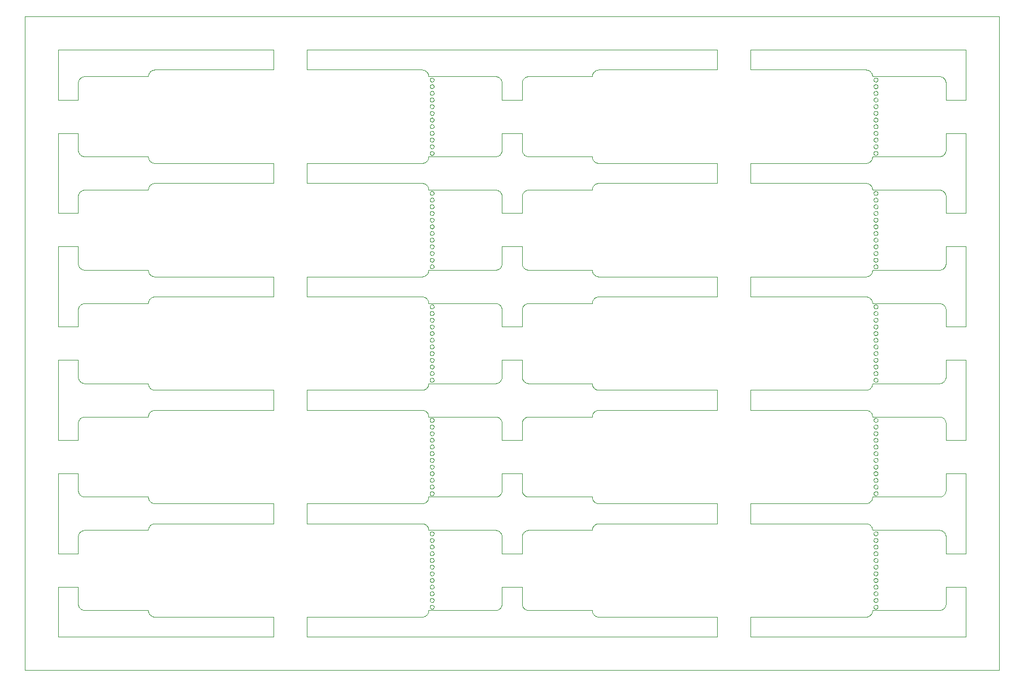
<source format=gbr>
%TF.GenerationSoftware,KiCad,Pcbnew,8.0.4*%
%TF.CreationDate,2024-10-06T23:42:51+02:00*%
%TF.ProjectId,elrs-sim-panel,656c7273-2d73-4696-9d2d-70616e656c2e,rev?*%
%TF.SameCoordinates,Original*%
%TF.FileFunction,Profile,NP*%
%FSLAX46Y46*%
G04 Gerber Fmt 4.6, Leading zero omitted, Abs format (unit mm)*
G04 Created by KiCad (PCBNEW 8.0.4) date 2024-10-06 23:42:51*
%MOMM*%
%LPD*%
G01*
G04 APERTURE LIST*
%TA.AperFunction,Profile*%
%ADD10C,0.100000*%
%TD*%
G04 APERTURE END LIST*
D10*
X127211037Y-19419371D02*
X127220416Y-19391220D01*
X61248665Y-47667826D02*
X61230869Y-47691570D01*
X60711037Y-11419371D02*
X60720416Y-11391220D01*
X127207404Y-69566239D02*
X127202291Y-69537010D01*
X127294527Y-78718588D02*
X127273939Y-78697221D01*
X127511129Y-9799793D02*
X127481459Y-9799426D01*
X61164737Y-11249278D02*
X61188699Y-11266778D01*
X60829111Y-19253429D02*
X60854304Y-19237754D01*
X60732529Y-35364133D02*
X60747259Y-35338375D01*
X127422951Y-15210062D02*
X127451970Y-15203869D01*
X71290775Y-71612105D02*
X71320763Y-71571268D01*
X137201298Y-37979529D02*
X137250652Y-37968077D01*
X127688699Y-77266778D02*
X127710816Y-77286560D01*
X8652694Y-37937752D02*
X8700636Y-37954139D01*
X127688699Y-61733221D02*
X127664737Y-61750721D01*
X8700636Y-26045860D02*
X8652694Y-26062247D01*
X127664737Y-10249278D02*
X127688699Y-10266778D01*
X60747259Y-35338375D02*
X60764462Y-35314198D01*
X60996289Y-66200022D02*
X61025941Y-66201123D01*
X127764027Y-36357559D02*
X127776807Y-36384338D01*
X60747259Y-34338375D02*
X60764462Y-34314198D01*
X61264027Y-14642440D02*
X61248665Y-14667826D01*
X127354304Y-45237754D02*
X127380923Y-45224644D01*
X85081042Y-76605644D02*
X85062247Y-76652694D01*
X8011531Y-71151427D02*
X8020470Y-71201298D01*
X61294144Y-12558981D02*
X61286879Y-12587750D01*
X137528964Y-54848644D02*
X137571268Y-54820763D01*
X61264027Y-84357559D02*
X61276807Y-84384338D01*
X61139164Y-35234230D02*
X61164737Y-35249278D01*
X127496289Y-50799977D02*
X127466674Y-50798143D01*
X61055339Y-18794851D02*
X61011129Y-18799793D01*
X127786879Y-10412249D02*
X127794144Y-10441018D01*
X60773939Y-37697221D02*
X60755562Y-37673925D01*
X60764462Y-36314198D02*
X60783969Y-36291839D01*
X127676935Y-36742268D02*
X127652137Y-36758561D01*
X61298532Y-11470364D02*
X61300000Y-11500000D01*
X61055339Y-9205148D02*
X61084196Y-9212057D01*
X127329111Y-63253429D02*
X127354304Y-63237754D01*
X60755562Y-34673925D02*
X60739576Y-34648927D01*
X60704486Y-64448311D02*
X60711037Y-64419371D01*
X127273939Y-63697221D02*
X127255562Y-63673925D01*
X61298532Y-31529635D02*
X61294144Y-31558981D01*
X60112105Y-25209224D02*
X60071268Y-25179236D01*
X85102195Y-55440394D02*
X85125653Y-55485301D01*
X61164737Y-81249278D02*
X61188699Y-81266778D01*
X127247259Y-30338375D02*
X127264462Y-30314198D01*
X127367452Y-85769130D02*
X127341514Y-85754719D01*
X60867452Y-16769130D02*
X60841514Y-16754719D01*
X127226137Y-47622472D02*
X127215378Y-47594819D01*
X127776807Y-87615661D02*
X127764027Y-87642440D01*
X127748665Y-66667826D02*
X127730869Y-66691570D01*
X127317126Y-10737817D02*
X127294527Y-10718588D01*
X71290775Y-77387894D02*
X71258758Y-77348627D01*
X61300000Y-81500000D02*
X61298532Y-81529635D01*
X127466674Y-47201856D02*
X127496289Y-47200022D01*
X127200091Y-13507420D02*
X127200825Y-13477757D01*
X127625850Y-44772326D02*
X127598332Y-44783426D01*
X61300000Y-36500000D02*
X61298532Y-36529635D01*
X127451970Y-10796130D02*
X127422951Y-10789937D01*
X127569853Y-47791754D02*
X127540690Y-47797227D01*
X127786879Y-37412249D02*
X127794144Y-37441018D01*
X60700091Y-26507420D02*
X60700825Y-26477757D01*
X127525941Y-16201123D02*
X127555339Y-16205148D01*
X127730869Y-68308429D02*
X127748665Y-68332173D01*
X126758758Y-76348627D02*
X126724792Y-76311033D01*
X127555339Y-51205148D02*
X127584196Y-51212057D01*
X60966674Y-9201856D02*
X60996289Y-9200022D01*
X74971035Y-20848644D02*
X75014698Y-20874346D01*
X60747259Y-50338375D02*
X60764462Y-50314198D01*
X61139164Y-12765769D02*
X61112229Y-12778216D01*
X127207404Y-10566239D02*
X127202291Y-10537010D01*
X60755562Y-16673925D02*
X60739576Y-16648927D01*
X75298701Y-60020470D02*
X75249347Y-60031922D01*
X60829111Y-34253429D02*
X60854304Y-34237754D01*
X127496289Y-10200022D02*
X127525941Y-10201123D01*
X61084196Y-14212057D02*
X61112229Y-14221783D01*
X127764027Y-53357559D02*
X127776807Y-53384338D01*
X60794527Y-9718588D02*
X60773939Y-9697221D01*
X60908707Y-61785772D02*
X60880923Y-61775355D01*
X127283969Y-81291839D02*
X127305589Y-81271517D01*
X127584196Y-26787942D02*
X127555339Y-26794851D01*
X127664737Y-54249278D02*
X127688699Y-54266778D01*
X61164737Y-62249278D02*
X61188699Y-62266778D01*
X127294527Y-70718588D02*
X127273939Y-70697221D01*
X60805589Y-64728482D02*
X60783969Y-64708160D01*
X61248665Y-46332173D02*
X61264027Y-46357559D01*
X60320763Y-38571268D02*
X60348644Y-38528964D01*
X60739576Y-16648927D02*
X60726137Y-16622472D01*
X127380923Y-19224644D02*
X127408707Y-19214227D01*
X60700825Y-79477757D02*
X60704486Y-79448311D01*
X85949350Y-55998716D02*
X86000000Y-56000000D01*
X126000000Y-90000000D02*
X126050649Y-89998716D01*
X18602195Y-21440394D02*
X18625653Y-21485301D01*
X127211037Y-48419371D02*
X127220416Y-48391220D01*
X127794144Y-31441018D02*
X127798532Y-31470364D01*
X127764027Y-33357559D02*
X127776807Y-33384338D01*
X127798532Y-82470364D02*
X127800000Y-82500000D01*
X60764462Y-70314198D02*
X60783969Y-70291839D01*
X127264462Y-84314198D02*
X127283969Y-84291839D01*
X127786879Y-68587750D02*
X127776807Y-68615661D01*
X60702291Y-71537010D02*
X60700091Y-71507420D01*
X127232529Y-77364133D02*
X127247259Y-77338375D01*
X60880923Y-71224644D02*
X60908707Y-71214227D01*
X60700825Y-12477757D02*
X60704486Y-12448311D01*
X74500000Y-37000000D02*
X74501283Y-37050649D01*
X61276807Y-50384338D02*
X61286879Y-50412249D01*
X61152137Y-33758561D02*
X61125850Y-33772326D01*
X61248665Y-34667826D02*
X61230869Y-34691570D01*
X61248665Y-18332173D02*
X61264027Y-18357559D01*
X61248665Y-44667826D02*
X61230869Y-44691570D01*
X60224792Y-89688966D02*
X60258758Y-89651372D01*
X61264027Y-17357559D02*
X61276807Y-17384338D01*
X127380923Y-81224644D02*
X127408707Y-81214227D01*
X137528964Y-71848644D02*
X137571268Y-71820763D01*
X61230869Y-13308429D02*
X61248665Y-13332173D01*
X127354304Y-26237754D02*
X127380923Y-26224644D01*
X60747259Y-27661624D02*
X60726137Y-27622472D01*
X126968077Y-59749347D02*
X126954139Y-59700636D01*
X127625850Y-34772326D02*
X127598332Y-34783426D01*
X61286879Y-60587750D02*
X61276807Y-60615661D01*
X127639164Y-20234230D02*
X127664737Y-20249278D01*
X127786879Y-67412249D02*
X127794144Y-67441018D01*
X127294527Y-52718588D02*
X127273939Y-52697221D01*
X60805589Y-61271517D02*
X60829111Y-61253429D01*
X127764027Y-77642440D02*
X127748665Y-77667826D01*
X71498716Y-9949350D02*
X71494869Y-9898831D01*
X85428731Y-25179236D02*
X85387894Y-25209224D01*
X61084196Y-17212057D02*
X61112229Y-17221783D01*
X60829111Y-67746570D02*
X60805589Y-67728482D01*
X127232529Y-20364133D02*
X127247259Y-20338375D01*
X127204486Y-79448311D02*
X127211037Y-79419371D01*
X60981459Y-44799426D02*
X60951970Y-44796130D01*
X127408707Y-43214227D02*
X127437384Y-43206607D01*
X61286879Y-65587750D02*
X61276807Y-65615661D01*
X59601168Y-42005130D02*
X59550649Y-42001283D01*
X61248665Y-49667826D02*
X61230869Y-49691570D01*
X61298532Y-19470364D02*
X61300000Y-19500000D01*
X60996289Y-19200022D02*
X61025941Y-19201123D01*
X127422951Y-19789937D02*
X127394686Y-19780907D01*
X127794144Y-44441018D02*
X127798532Y-44470364D01*
X8209224Y-88612105D02*
X8241241Y-88651372D01*
X127232529Y-81364133D02*
X127247259Y-81338375D01*
X127776807Y-82384338D02*
X127786879Y-82412249D01*
X127710816Y-71286560D02*
X127730869Y-71308429D01*
X61264027Y-30642440D02*
X61248665Y-30667826D01*
X70651427Y-77011531D02*
X70601168Y-77005130D01*
X127247259Y-19338375D02*
X127264462Y-19314198D01*
X18520470Y-89201298D02*
X18531922Y-89250652D01*
X60794527Y-32718588D02*
X60773939Y-32697221D01*
X127437384Y-69206607D02*
X127466674Y-69201856D01*
X127496289Y-81799977D02*
X127466674Y-81798143D01*
X5000000Y-12500000D02*
X5000000Y-5000000D01*
X61164737Y-29249278D02*
X61188699Y-29266778D01*
X8125653Y-88485301D02*
X8151355Y-88528964D01*
X86000000Y-8000000D02*
X85949350Y-8001283D01*
X60071268Y-55820763D02*
X60112105Y-55790775D01*
X127273939Y-28697221D02*
X127255562Y-28673925D01*
X127273939Y-32697221D02*
X127255562Y-32673925D01*
X70701298Y-43020470D02*
X70651427Y-43011531D01*
X127317126Y-50737817D02*
X127294527Y-50718588D01*
X127639164Y-71765769D02*
X127612229Y-71778216D01*
X71479529Y-37201298D02*
X71488468Y-37151427D01*
X127555339Y-69205148D02*
X127584196Y-69212057D01*
X61230869Y-85308429D02*
X61248665Y-85332173D01*
X127776807Y-31384338D02*
X127786879Y-31412249D01*
X60894686Y-36780907D02*
X60867452Y-36769130D01*
X127639164Y-52765769D02*
X127612229Y-52778216D01*
X127341514Y-27754719D02*
X127317126Y-27737817D01*
X127776807Y-28615661D02*
X127764027Y-28642440D01*
X60764462Y-85314198D02*
X60783969Y-85291839D01*
X127437384Y-27793392D02*
X127394686Y-27780907D01*
X127710816Y-78286560D02*
X127730869Y-78308429D01*
X61164737Y-70249278D02*
X61188699Y-70266778D01*
X60707404Y-61566239D02*
X60702291Y-61537010D01*
X85605644Y-21918957D02*
X85652694Y-21937752D01*
X127496289Y-15799977D02*
X127466674Y-15798143D01*
X19105644Y-76081042D02*
X19059605Y-76102195D01*
X127294527Y-82718588D02*
X127273939Y-82697221D01*
X127211037Y-30419371D02*
X127220416Y-30391220D01*
X127437384Y-50206607D02*
X127466674Y-50201856D01*
X61294144Y-12441018D02*
X61298532Y-12470364D01*
X60805589Y-68728482D02*
X60783969Y-68708160D01*
X60494869Y-89101168D02*
X60498716Y-89050649D01*
X127800000Y-60500000D02*
X127798532Y-60529635D01*
X127354304Y-62237754D02*
X127380923Y-62224644D01*
X61125850Y-37772326D02*
X61098332Y-37783426D01*
X61230869Y-26691570D02*
X61210816Y-26713439D01*
X127776807Y-84615661D02*
X127764027Y-84642440D01*
X127776807Y-63384338D02*
X127786879Y-63412249D01*
X60922951Y-10789937D02*
X60894686Y-10780907D01*
X8559605Y-26102195D02*
X8514698Y-26125653D01*
X60841514Y-20754719D02*
X60817126Y-20737817D01*
X127437384Y-34206607D02*
X127466674Y-34201856D01*
X127612229Y-83221783D02*
X127639164Y-83234230D01*
X127341514Y-64754719D02*
X127317126Y-64737817D01*
X60894686Y-44780907D02*
X60867452Y-44769130D01*
X60747259Y-28338375D02*
X60764462Y-28314198D01*
X127466674Y-62798143D02*
X127437384Y-62793392D01*
X61084196Y-19212057D02*
X61112229Y-19221783D01*
X127466674Y-66201856D02*
X127496289Y-66200022D01*
X127264462Y-68314198D02*
X127283969Y-68291839D01*
X127211037Y-45419371D02*
X127220416Y-45391220D01*
X59985301Y-59125653D02*
X59940394Y-59102195D01*
X127786879Y-9587750D02*
X127776807Y-9615661D01*
X126979529Y-8798701D02*
X126968077Y-8749347D01*
X127264462Y-66314198D02*
X127283969Y-66291839D01*
X19059605Y-89897804D02*
X19105644Y-89918957D01*
X85062247Y-8652694D02*
X85045860Y-8700636D01*
X60479529Y-76798701D02*
X60468077Y-76749347D01*
X127204486Y-16448311D02*
X127211037Y-16419371D01*
X61210816Y-69713439D02*
X61188699Y-69733221D01*
X61011129Y-32799793D02*
X60981459Y-32799426D01*
X8311033Y-60275207D02*
X8275207Y-60311033D01*
X61188699Y-67733221D02*
X61164737Y-67750721D01*
X126151427Y-42011531D02*
X126101168Y-42005130D01*
X60996289Y-27799977D02*
X60966674Y-27798143D01*
X61188699Y-54266778D02*
X61210816Y-54286560D01*
X60702291Y-19537010D02*
X60700091Y-19507420D01*
X137954139Y-54299363D02*
X137968077Y-54250652D01*
X137000000Y-43000000D02*
X127000000Y-43000000D01*
X8151355Y-20528964D02*
X8179236Y-20571268D01*
X127305589Y-32271517D02*
X127329111Y-32253429D01*
X71374346Y-60514698D02*
X71348644Y-60471035D01*
X71028964Y-26151355D02*
X70985301Y-26125653D01*
X85798701Y-76020470D02*
X85749347Y-76031922D01*
X127786879Y-48412249D02*
X127794144Y-48441018D01*
X19449350Y-8001283D02*
X19398831Y-8005130D01*
X61188699Y-47266778D02*
X61210816Y-47286560D01*
X127612229Y-11221783D02*
X127639164Y-11234230D01*
X61055339Y-83205148D02*
X61084196Y-83212057D01*
X59750652Y-59031922D02*
X59701298Y-59020470D01*
X127000000Y-21000000D02*
X137000000Y-21000000D01*
X74651355Y-71528964D02*
X74679236Y-71571268D01*
X8045860Y-37299363D02*
X8062247Y-37347305D01*
X127786879Y-71412249D02*
X127794144Y-71441018D01*
X127730869Y-29691570D02*
X127710816Y-29713439D01*
X61188699Y-12733221D02*
X61164737Y-12750721D01*
X127451970Y-37796130D02*
X127422951Y-37789937D01*
X60732529Y-65364133D02*
X60747259Y-65338375D01*
X61248665Y-28332173D02*
X61264027Y-28357559D01*
X127764027Y-66642440D02*
X127748665Y-66667826D01*
X127639164Y-65765769D02*
X127612229Y-65778216D01*
X127408707Y-28214227D02*
X127437384Y-28206607D01*
X137988468Y-54151427D02*
X137994869Y-54101168D01*
X127598332Y-86783426D02*
X127569853Y-86791754D01*
X127730869Y-54308429D02*
X127748665Y-54332173D01*
X60951970Y-11796130D02*
X60922951Y-11789937D01*
X60711037Y-82419371D02*
X60720416Y-82391220D01*
X127612229Y-15778216D02*
X127584196Y-15787942D01*
X60500000Y-26000000D02*
X60498716Y-25949350D01*
X60966674Y-62798143D02*
X60937384Y-62793392D01*
X59985301Y-89874346D02*
X60028964Y-89848644D01*
X60922951Y-19789937D02*
X60894686Y-19780907D01*
X61264027Y-64357559D02*
X61276807Y-64384338D01*
X61286879Y-19587750D02*
X61276807Y-19615661D01*
X61055339Y-17205148D02*
X61084196Y-17212057D01*
X9000000Y-89000000D02*
X18500000Y-89000000D01*
X127730869Y-60691570D02*
X127710816Y-60713439D01*
X18679236Y-76428731D02*
X18651355Y-76471035D01*
X59701298Y-25020470D02*
X59651427Y-25011531D01*
X70847305Y-71937752D02*
X70894355Y-71918957D01*
X18971035Y-55848644D02*
X19014698Y-55874346D01*
X59847305Y-21937752D02*
X59894355Y-21918957D01*
X127798532Y-67470364D02*
X127800000Y-67500000D01*
X61210816Y-85286560D02*
X61230869Y-85308429D01*
X127207404Y-68566239D02*
X127202291Y-68537010D01*
X127664737Y-53249278D02*
X127688699Y-53266778D01*
X61294144Y-50558981D02*
X61286879Y-50587750D01*
X74971035Y-9151355D02*
X74928731Y-9179236D01*
X127710816Y-64286560D02*
X127730869Y-64308429D01*
X127354304Y-35237754D02*
X127380923Y-35224644D01*
X61164737Y-48249278D02*
X61188699Y-48266778D01*
X60937384Y-30793392D02*
X60908707Y-30785772D01*
X60720416Y-29391220D02*
X60732529Y-29364133D01*
X61139164Y-85765769D02*
X61112229Y-85778216D01*
X61264027Y-63642440D02*
X61248665Y-63667826D01*
X61248665Y-79332173D02*
X61264027Y-79357559D01*
X127730869Y-51691570D02*
X127710816Y-51713439D01*
X127525941Y-43201123D02*
X127555339Y-43205148D01*
X127730869Y-34308429D02*
X127748665Y-34332173D01*
X127329111Y-35253429D02*
X127354304Y-35237754D01*
X74562247Y-54347305D02*
X74581042Y-54394355D01*
X127794144Y-85441018D02*
X127798532Y-85470364D01*
X18709224Y-76387894D02*
X18679236Y-76428731D01*
X60224792Y-21688966D02*
X60258758Y-21651372D01*
X61276807Y-52384338D02*
X61286879Y-52412249D01*
X18531922Y-72250652D02*
X18545860Y-72299363D01*
X127200825Y-13477757D02*
X127204486Y-13448311D01*
X127496289Y-52799977D02*
X127466674Y-52798143D01*
X127511129Y-43799793D02*
X127481459Y-43799426D01*
X127748665Y-49667826D02*
X127730869Y-49691570D01*
X60700825Y-63477757D02*
X60704486Y-63448311D01*
X127664737Y-87249278D02*
X127688699Y-87266778D01*
X127764027Y-17357559D02*
X127776807Y-17384338D01*
X61210816Y-16713439D02*
X61188699Y-16733221D01*
X127341514Y-82754719D02*
X127317126Y-82737817D01*
X75014698Y-71874346D02*
X75059605Y-71897804D01*
X61040690Y-9797227D02*
X61011129Y-9799793D01*
X8749347Y-60031922D02*
X8700636Y-60045860D01*
X60498716Y-8949350D02*
X60494869Y-8898831D01*
X127639164Y-63234230D02*
X127664737Y-63249278D01*
X60500000Y-72000000D02*
X70500000Y-72000000D01*
X60829111Y-31253429D02*
X60854304Y-31237754D01*
X127317126Y-48737817D02*
X127294527Y-48718588D01*
X61298532Y-10470364D02*
X61300000Y-10500000D01*
X137820763Y-43428731D02*
X137790775Y-43387894D01*
X70985301Y-77125653D02*
X70940394Y-77102195D01*
X71454139Y-37299363D02*
X71468077Y-37250652D01*
X60841514Y-16754719D02*
X60817126Y-16737817D01*
X127511129Y-10799793D02*
X127481459Y-10799426D01*
X85020470Y-38201298D02*
X85031922Y-38250652D01*
X60711037Y-60419371D02*
X60720416Y-60391220D01*
X61164737Y-20750721D02*
X61125850Y-20772326D01*
X61055339Y-87794851D02*
X61011129Y-87799793D01*
X61276807Y-16615661D02*
X61264027Y-16642440D01*
X60732529Y-77364133D02*
X60747259Y-77338375D01*
X61084196Y-64787942D02*
X61055339Y-64794851D01*
X127202291Y-33537010D02*
X127200091Y-33507420D01*
X75200636Y-88954139D02*
X75249347Y-88968077D01*
X61298532Y-64529635D02*
X61294144Y-64558981D01*
X60966674Y-26798143D02*
X60937384Y-26793392D01*
X75249347Y-60031922D02*
X75200636Y-60045860D01*
X60702291Y-32537010D02*
X60700091Y-32507420D01*
X126201298Y-25020470D02*
X126151427Y-25011531D01*
X127776807Y-13384338D02*
X127786879Y-13412249D01*
X127215378Y-68594819D02*
X127207404Y-68566239D01*
X8652694Y-43062247D02*
X8605644Y-43081042D01*
X60468077Y-89250652D02*
X60479529Y-89201298D01*
X127664737Y-18249278D02*
X127688699Y-18266778D01*
X127481459Y-18799426D02*
X127451970Y-18796130D01*
X60715378Y-71594819D02*
X60707404Y-71566239D01*
X127354304Y-43237754D02*
X127380923Y-43224644D01*
X60700825Y-43477757D02*
X60704486Y-43448311D01*
X61188699Y-62266778D02*
X61210816Y-62286560D01*
X61139164Y-32234230D02*
X61164737Y-32249278D01*
X127798532Y-80529635D02*
X127794144Y-80558981D01*
X137897804Y-9559605D02*
X137874346Y-9514698D01*
X60732529Y-44364133D02*
X60747259Y-44338375D01*
X127255562Y-10673925D02*
X127239576Y-10648927D01*
X60894686Y-31780907D02*
X60867452Y-31769130D01*
X127748665Y-14332173D02*
X127764027Y-14357559D01*
X127220416Y-10391220D02*
X127232529Y-10364133D01*
X8348627Y-88758758D02*
X8387894Y-88790775D01*
X59847305Y-72937752D02*
X59894355Y-72918957D01*
X70894355Y-43081042D02*
X70847305Y-43062247D01*
X127555339Y-53205148D02*
X127584196Y-53212057D01*
X127207404Y-11566239D02*
X127202291Y-11537010D01*
X127598332Y-84783426D02*
X127569853Y-84791754D01*
X61084196Y-86212057D02*
X61112229Y-86221783D01*
X71494869Y-88101168D02*
X71498716Y-88050649D01*
X60951970Y-43796130D02*
X60922951Y-43789937D01*
X127202291Y-87537010D02*
X127200091Y-87507420D01*
X60704486Y-80448311D02*
X60711037Y-80419371D01*
X61188699Y-52733221D02*
X61164737Y-52750721D01*
X127794144Y-84441018D02*
X127798532Y-84470364D01*
X75249347Y-37968077D02*
X75298701Y-37979529D01*
X61294144Y-44558981D02*
X61286879Y-44587750D01*
X127220416Y-33391220D02*
X127232529Y-33364133D01*
X126250652Y-76031922D02*
X126201298Y-76020470D01*
X8001283Y-88050649D02*
X8005130Y-88101168D01*
X61139164Y-43234230D02*
X61164737Y-43249278D01*
X42250000Y-42000000D02*
X42250000Y-40501000D01*
X127202291Y-47537010D02*
X127200091Y-47507420D01*
X60908707Y-46214227D02*
X60937384Y-46206607D01*
X74500000Y-61000000D02*
X74500000Y-63500000D01*
X127305589Y-54271517D02*
X127329111Y-54253429D01*
X85311033Y-8275207D02*
X85275207Y-8311033D01*
X127247259Y-28338375D02*
X127264462Y-28314198D01*
X127794144Y-82441018D02*
X127798532Y-82470364D01*
X60764462Y-61685801D02*
X60747259Y-61661624D01*
X60854304Y-54237754D02*
X60880923Y-54224644D01*
X61286879Y-53412249D02*
X61294144Y-53441018D01*
X60783969Y-81291839D02*
X60805589Y-81271517D01*
X85102195Y-21440394D02*
X85125653Y-21485301D01*
X61084196Y-85787942D02*
X61055339Y-85794851D01*
X71374346Y-54485301D02*
X71397804Y-54440394D01*
X127710816Y-84713439D02*
X127676935Y-84742268D01*
X60704486Y-17448311D02*
X60711037Y-17419371D01*
X60704486Y-30448311D02*
X60711037Y-30419371D01*
X59550649Y-8001283D02*
X59500000Y-8000000D01*
X127710816Y-26286560D02*
X127730869Y-26308429D01*
X61294144Y-53441018D02*
X61298532Y-53470364D01*
X127202291Y-67537010D02*
X127200091Y-67507420D01*
X9000000Y-38000000D02*
X18500000Y-38000000D01*
X127380923Y-79224644D02*
X127408707Y-79214227D01*
X127569853Y-31791754D02*
X127540690Y-31797227D01*
X126528964Y-55848644D02*
X126571268Y-55820763D01*
X127688699Y-78733221D02*
X127664737Y-78750721D01*
X127220416Y-62391220D02*
X127232529Y-62364133D01*
X108750000Y-59000000D02*
X108750000Y-57501000D01*
X127215378Y-29594819D02*
X127207404Y-29566239D01*
X60747259Y-65661624D02*
X60726137Y-65622472D01*
X127496289Y-29799977D02*
X127466674Y-29798143D01*
X127730869Y-62308429D02*
X127748665Y-62332173D01*
X127354304Y-17237754D02*
X127380923Y-17224644D01*
X127664737Y-49750721D02*
X127639164Y-49765769D01*
X127394686Y-67780907D02*
X127367452Y-67769130D01*
X60700825Y-45477757D02*
X60704486Y-45448311D01*
X60817126Y-16737817D02*
X60794527Y-16718588D01*
X127294527Y-47718588D02*
X127273939Y-47697221D01*
X127408707Y-45214227D02*
X127437384Y-45206607D01*
X127639164Y-81765769D02*
X127612229Y-81778216D01*
X60854304Y-43237754D02*
X60880923Y-43224644D01*
X126988468Y-89151427D02*
X126994869Y-89101168D01*
X137937752Y-20347305D02*
X137954139Y-20299363D01*
X60880923Y-67775355D02*
X60854304Y-67762245D01*
X127764027Y-61642440D02*
X127748665Y-61667826D01*
X127207404Y-64566239D02*
X127202291Y-64537010D01*
X127584196Y-61787942D02*
X127555339Y-61794851D01*
X60805589Y-53271517D02*
X60829111Y-53253429D01*
X60908707Y-69214227D02*
X60937384Y-69206607D01*
X127612229Y-36221783D02*
X127639164Y-36234230D01*
X60224792Y-25311033D02*
X60188966Y-25275207D01*
X127584196Y-81212057D02*
X127612229Y-81221783D01*
X61264027Y-77357559D02*
X61276807Y-77384338D01*
X127730869Y-83691570D02*
X127710816Y-83713439D01*
X127226137Y-43622472D02*
X127215378Y-43594819D01*
X137394355Y-60081042D02*
X137347305Y-60062247D01*
X127748665Y-48332173D02*
X127764027Y-48357559D01*
X127211037Y-80419371D02*
X127220416Y-80391220D01*
X126485301Y-38874346D02*
X126528964Y-38848644D01*
X60966674Y-49798143D02*
X60937384Y-49793392D01*
X75200636Y-37954139D02*
X75249347Y-37968077D01*
X60908707Y-86214227D02*
X60937384Y-86206607D01*
X74971035Y-54848644D02*
X75014698Y-54874346D01*
X61276807Y-45384338D02*
X61286879Y-45412249D01*
X61210816Y-27713439D02*
X61188699Y-27733221D01*
X59894355Y-89918957D02*
X59940394Y-89897804D01*
X127466674Y-78201856D02*
X127496289Y-78200022D01*
X61188699Y-71266778D02*
X61210816Y-71286560D01*
X127204486Y-77448311D02*
X127211037Y-77419371D01*
X61264027Y-78642440D02*
X61248665Y-78667826D01*
X127367452Y-31769130D02*
X127341514Y-31754719D01*
X18500000Y-77000000D02*
X9000000Y-77000000D01*
X126897804Y-25559605D02*
X126874346Y-25514698D01*
X60711037Y-35419371D02*
X60720416Y-35391220D01*
X61286879Y-16587750D02*
X61276807Y-16615661D01*
X127264462Y-33314198D02*
X127283969Y-33291839D01*
X8652694Y-71937752D02*
X8700636Y-71954139D01*
X60783969Y-84291839D02*
X60805589Y-84271517D01*
X60711037Y-67419371D02*
X60720416Y-67391220D01*
X61300000Y-67500000D02*
X61298532Y-67529635D01*
X61298532Y-78470364D02*
X61300000Y-78500000D01*
X75398831Y-54994869D02*
X75449350Y-54998716D01*
X127688699Y-64733221D02*
X127664737Y-64750721D01*
X137571268Y-43179236D02*
X137528964Y-43151355D01*
X127612229Y-80778216D02*
X127584196Y-80787942D01*
X74500000Y-17500000D02*
X74500000Y-20000000D01*
X60151372Y-25241241D02*
X60112105Y-25209224D01*
X61188699Y-33266778D02*
X61210816Y-33286560D01*
X61276807Y-83384338D02*
X61286879Y-83412249D01*
X60880923Y-35224644D02*
X60908707Y-35214227D01*
X61098332Y-19783426D02*
X61069853Y-19791754D01*
X85652694Y-21937752D02*
X85700636Y-21954139D01*
X137485301Y-71874346D02*
X137528964Y-71848644D01*
X60700091Y-43507420D02*
X60700825Y-43477757D01*
X126918957Y-8605644D02*
X126897804Y-8559605D01*
X127794144Y-12558981D02*
X127786879Y-12587750D01*
X127232529Y-44364133D02*
X127247259Y-44338375D01*
X137201298Y-43020470D02*
X137151427Y-43011531D01*
X75298701Y-71979529D02*
X75348572Y-71988468D01*
X127794144Y-19441018D02*
X127798532Y-19470364D01*
X137571268Y-77179236D02*
X137528964Y-77151355D01*
X61276807Y-31615661D02*
X61264027Y-31642440D01*
X75298701Y-43020470D02*
X75249347Y-43031922D01*
X18775207Y-89688966D02*
X18811033Y-89724792D01*
X61055339Y-29205148D02*
X61084196Y-29212057D01*
X127294527Y-60718588D02*
X127273939Y-60697221D01*
X126394355Y-59081042D02*
X126347305Y-59062247D01*
X127200825Y-61477757D02*
X127204486Y-61448311D01*
X85125653Y-72485301D02*
X85151355Y-72528964D01*
X85700636Y-42045860D02*
X85652694Y-42062247D01*
X71374346Y-77514698D02*
X71348644Y-77471035D01*
X60224792Y-42311033D02*
X60188966Y-42275207D01*
X61276807Y-16384338D02*
X61286879Y-16412249D01*
X60996289Y-80799977D02*
X60966674Y-80798143D01*
X126688966Y-72724792D02*
X126724792Y-72688966D01*
X126758758Y-55651372D02*
X126790775Y-55612105D01*
X127247259Y-62338375D02*
X127264462Y-62314198D01*
X127354304Y-78237754D02*
X127380923Y-78224644D01*
X127200091Y-29507420D02*
X127200825Y-29477757D01*
X61210816Y-50713439D02*
X61188699Y-50733221D01*
X8471035Y-77151355D02*
X8428731Y-77179236D01*
X85005130Y-21101168D02*
X85011531Y-21151427D01*
X60854304Y-28762245D02*
X60829111Y-28746570D01*
X127204486Y-88448311D02*
X127211037Y-88419371D01*
X126758758Y-8348627D02*
X126724792Y-8311033D01*
X61230869Y-79308429D02*
X61248665Y-79332173D01*
X60732529Y-31364133D02*
X60747259Y-31338375D01*
X127305589Y-27271517D02*
X127329111Y-27253429D01*
X8700636Y-20954139D02*
X8749347Y-20968077D01*
X127215378Y-28594819D02*
X127207404Y-28566239D01*
X60981459Y-82799426D02*
X60951970Y-82796130D01*
X60715378Y-20594819D02*
X60707404Y-20566239D01*
X127211037Y-85419371D02*
X127220416Y-85391220D01*
X127247259Y-46338375D02*
X127264462Y-46314198D01*
X60454139Y-42700636D02*
X60437752Y-42652694D01*
X18545860Y-21299363D02*
X18562247Y-21347305D01*
X127204486Y-87448311D02*
X127211037Y-87419371D01*
X127688699Y-11266778D02*
X127710816Y-11286560D01*
X141000000Y-85500000D02*
X141000000Y-93000000D01*
X127730869Y-49691570D02*
X127710816Y-49713439D01*
X60700091Y-28507420D02*
X60700825Y-28477757D01*
X61084196Y-52787942D02*
X61055339Y-52794851D01*
X127283969Y-18291839D02*
X127305589Y-18271517D01*
X60720416Y-69391220D02*
X60732529Y-69364133D01*
X126151427Y-59011531D02*
X126101168Y-59005130D01*
X74501283Y-60949350D02*
X74500000Y-61000000D01*
X61210816Y-65713439D02*
X61188699Y-65733221D01*
X127255562Y-83673925D02*
X127239576Y-83648927D01*
X60829111Y-53746570D02*
X60805589Y-53728482D01*
X127776807Y-79615661D02*
X127764027Y-79642440D01*
X71151372Y-9241241D02*
X71112105Y-9209224D01*
X60854304Y-10237754D02*
X60880923Y-10224644D01*
X127748665Y-60667826D02*
X127730869Y-60691570D01*
X127367452Y-83769130D02*
X127341514Y-83754719D01*
X61139164Y-86234230D02*
X61164737Y-86249278D01*
X61164737Y-88249278D02*
X61188699Y-88266778D01*
X85605644Y-38918957D02*
X85652694Y-38937752D01*
X60937384Y-64206607D02*
X60966674Y-64201856D01*
X61276807Y-79384338D02*
X61286879Y-79412249D01*
X61112229Y-63221783D02*
X61139164Y-63234230D01*
X60702291Y-48537010D02*
X60700091Y-48507420D01*
X60966674Y-12201856D02*
X60996289Y-12200022D01*
X61276807Y-61384338D02*
X61286879Y-61412249D01*
X127202291Y-46537010D02*
X127200091Y-46507420D01*
X127800000Y-49500000D02*
X127798532Y-49529635D01*
X61230869Y-19691570D02*
X61210816Y-19713439D01*
X127207404Y-26566239D02*
X127202291Y-26537010D01*
X127710816Y-63286560D02*
X127730869Y-63308429D01*
X60711037Y-71419371D02*
X60720416Y-71391220D01*
X61112229Y-82778216D02*
X61084196Y-82787942D01*
X70651427Y-71988468D02*
X70701298Y-71979529D01*
X127437384Y-52206607D02*
X127466674Y-52201856D01*
X60720416Y-77391220D02*
X60732529Y-77364133D01*
X127283969Y-83291839D02*
X127305589Y-83271517D01*
X60841514Y-33754719D02*
X60817126Y-33737817D01*
X127786879Y-48587750D02*
X127776807Y-48615661D01*
X127207404Y-47566239D02*
X127202291Y-47537010D01*
X127798532Y-71470364D02*
X127800000Y-71500000D01*
X126651372Y-25241241D02*
X126612105Y-25209224D01*
X61230869Y-64691570D02*
X61210816Y-64713439D01*
X127776807Y-63615661D02*
X127764027Y-63642440D01*
X127273939Y-20697221D02*
X127255562Y-20673925D01*
X8949350Y-88998716D02*
X9000000Y-89000000D01*
X60320763Y-55571268D02*
X60348644Y-55528964D01*
X127220416Y-48391220D02*
X127232529Y-48364133D01*
X127200825Y-85477757D02*
X127204486Y-85448311D01*
X127437384Y-15793392D02*
X127408707Y-15785772D01*
X60739576Y-45648927D02*
X60726137Y-45622472D01*
X70701298Y-88979529D02*
X70750652Y-88968077D01*
X59940394Y-59102195D02*
X59894355Y-59081042D01*
X60922951Y-33789937D02*
X60894686Y-33780907D01*
X42250000Y-74499000D02*
X42250000Y-73000000D01*
X126897804Y-72440394D02*
X126918957Y-72394355D01*
X61276807Y-86384338D02*
X61286879Y-86412249D01*
X60966674Y-88201856D02*
X60996289Y-88200022D01*
X61164737Y-87249278D02*
X61188699Y-87266778D01*
X70750652Y-54968077D02*
X70799363Y-54954139D01*
X127437384Y-37206607D02*
X127466674Y-37201856D01*
X61264027Y-80642440D02*
X61248665Y-80667826D01*
X60711037Y-65419371D02*
X60720416Y-65391220D01*
X127748665Y-66332173D02*
X127764027Y-66357559D01*
X60290775Y-38612105D02*
X60320763Y-38571268D01*
X127239576Y-11648927D02*
X127226137Y-11622472D01*
X127794144Y-68441018D02*
X127798532Y-68470364D01*
X127639164Y-79765769D02*
X127612229Y-79778216D01*
X127764027Y-88642440D02*
X127748665Y-88667826D01*
X127525941Y-14798876D02*
X127496289Y-14799977D01*
X61298532Y-49529635D02*
X61294144Y-49558981D01*
X127511129Y-32799793D02*
X127481459Y-32799426D01*
X61139164Y-84234230D02*
X61164737Y-84249278D01*
X61084196Y-15212057D02*
X61112229Y-15221783D01*
X127786879Y-78587750D02*
X127776807Y-78615661D01*
X127354304Y-20237754D02*
X127380923Y-20224644D01*
X127730869Y-82308429D02*
X127748665Y-82332173D01*
X61286879Y-37412249D02*
X61294144Y-37441018D01*
X127786879Y-52587750D02*
X127776807Y-52615661D01*
X85898831Y-21994869D02*
X85949350Y-21998716D01*
X127794144Y-10558981D02*
X127786879Y-10587750D01*
X138000000Y-37000000D02*
X138000000Y-34500000D01*
X127639164Y-65234230D02*
X127664737Y-65249278D01*
X60854304Y-68237754D02*
X60880923Y-68224644D01*
X75059605Y-9102195D02*
X75014698Y-9125653D01*
X85700636Y-21954139D02*
X85749347Y-21968077D01*
X127367452Y-27769130D02*
X127341514Y-27754719D01*
X60711037Y-18419371D02*
X60720416Y-18391220D01*
X127354304Y-34237754D02*
X127380923Y-34224644D01*
X127317126Y-86737817D02*
X127294527Y-86718588D01*
X127730869Y-20308429D02*
X127748665Y-20332173D01*
X127226137Y-63622472D02*
X127215378Y-63594819D01*
X85179236Y-25428731D02*
X85151355Y-25471035D01*
X127710816Y-14286560D02*
X127730869Y-14308429D01*
X60854304Y-26237754D02*
X60880923Y-26224644D01*
X19398831Y-8005130D02*
X19348572Y-8011531D01*
X127555339Y-46205148D02*
X127584196Y-46212057D01*
X127748665Y-45332173D02*
X127764027Y-45357559D01*
X127239576Y-9648927D02*
X127226137Y-9622472D01*
X18501283Y-42949350D02*
X18500000Y-43000000D01*
X127367452Y-9769130D02*
X127341514Y-9754719D01*
X127367452Y-65769130D02*
X127341514Y-65754719D01*
X127341514Y-14245280D02*
X127367452Y-14230869D01*
X19348572Y-42011531D02*
X19298701Y-42020470D01*
X60764462Y-68685801D02*
X60747259Y-68661624D01*
X74545860Y-54299363D02*
X74562247Y-54347305D01*
X59500000Y-90000000D02*
X59550649Y-89998716D01*
X61276807Y-18615661D02*
X61264027Y-18642440D01*
X137724792Y-71688966D02*
X137758758Y-71651372D01*
X61294144Y-31558981D02*
X61286879Y-31587750D01*
X59701298Y-76020470D02*
X59651427Y-76011531D01*
X127354304Y-12237754D02*
X127380923Y-12224644D01*
X127239576Y-81648927D02*
X127226137Y-81622472D01*
X61294144Y-30441018D02*
X61298532Y-30470364D01*
X60747259Y-62338375D02*
X60764462Y-62314198D01*
X127764027Y-18357559D02*
X127776807Y-18384338D01*
X85700636Y-59045860D02*
X85652694Y-59062247D01*
X127786879Y-64412249D02*
X127794144Y-64441018D01*
X127776807Y-28384338D02*
X127786879Y-28412249D01*
X127584196Y-44212057D02*
X127612229Y-44221783D01*
X60188966Y-89724792D02*
X60224792Y-89688966D01*
X127794144Y-62558981D02*
X127786879Y-62587750D01*
X18562247Y-8652694D02*
X18545860Y-8700636D01*
X127283969Y-69291839D02*
X127305589Y-69271517D01*
X127555339Y-69794851D02*
X127525941Y-69798876D01*
X60966674Y-77201856D02*
X60996289Y-77200022D01*
X60747259Y-66338375D02*
X60764462Y-66314198D01*
X60854304Y-48237754D02*
X60880923Y-48224644D01*
X127710816Y-54286560D02*
X127730869Y-54308429D01*
X127584196Y-19212057D02*
X127612229Y-19221783D01*
X74709224Y-9387894D02*
X74679236Y-9428731D01*
X127652137Y-88758561D02*
X127625850Y-88772326D01*
X127329111Y-32253429D02*
X127354304Y-32237754D01*
X61248665Y-77332173D02*
X61264027Y-77357559D01*
X60996289Y-80200022D02*
X61025941Y-80201123D01*
X127496289Y-71200022D02*
X127525941Y-71201123D01*
X127794144Y-45558981D02*
X127786879Y-45587750D01*
X60726137Y-79622472D02*
X60715378Y-79594819D01*
X127786879Y-27412249D02*
X127794144Y-27441018D01*
X61286879Y-9412249D02*
X61294144Y-9441018D01*
X60224792Y-8311033D02*
X60188966Y-8275207D01*
X60726137Y-11622472D02*
X60715378Y-11594819D01*
X61230869Y-68691570D02*
X61210816Y-68713439D01*
X127232529Y-35364133D02*
X127247259Y-35338375D01*
X127710816Y-86713439D02*
X127676935Y-86742268D01*
X61276807Y-44384338D02*
X61286879Y-44412249D01*
X127294527Y-61718588D02*
X127273939Y-61697221D01*
X70651427Y-43011531D02*
X70601168Y-43005130D01*
X60805589Y-51271517D02*
X60829111Y-51253429D01*
X127540690Y-47797227D02*
X127511129Y-47799793D01*
X127317126Y-71737817D02*
X127294527Y-71718588D01*
X60783969Y-44291839D02*
X60805589Y-44271517D01*
X127612229Y-66778216D02*
X127584196Y-66787942D01*
X127380923Y-44224644D02*
X127408707Y-44214227D01*
X60700825Y-26477757D02*
X60704486Y-26448311D01*
X8062247Y-88347305D02*
X8081042Y-88394355D01*
X127200825Y-53477757D02*
X127204486Y-53448311D01*
X127329111Y-13253429D02*
X127354304Y-13237754D01*
X61230869Y-83691570D02*
X61210816Y-83713439D01*
X127466674Y-18201856D02*
X127496289Y-18200022D01*
X60704486Y-45448311D02*
X60711037Y-45419371D01*
X127380923Y-66224644D02*
X127408707Y-66214227D01*
X74511531Y-54151427D02*
X74520470Y-54201298D01*
X8949350Y-54998716D02*
X9000000Y-55000000D01*
X127437384Y-60793392D02*
X127394686Y-60780907D01*
X137000000Y-9000000D02*
X127000000Y-9000000D01*
X60773939Y-85697221D02*
X60755562Y-85673925D01*
X60996289Y-54799977D02*
X60966674Y-54798143D01*
X127764027Y-77357559D02*
X127776807Y-77384338D01*
X127540690Y-17797227D02*
X127511129Y-17799793D01*
X60374346Y-76514698D02*
X60348644Y-76471035D01*
X127688699Y-51266778D02*
X127710816Y-51286560D01*
X127639164Y-83234230D02*
X127664737Y-83249278D01*
X127664737Y-78750721D02*
X127639164Y-78765769D01*
X60854304Y-62762245D02*
X60829111Y-62746570D01*
X61264027Y-36642440D02*
X61248665Y-36667826D01*
X60071268Y-76179236D02*
X60028964Y-76151355D01*
X60880923Y-33224644D02*
X60908707Y-33214227D01*
X61112229Y-19221783D02*
X61139164Y-19234230D01*
X61164737Y-78249278D02*
X61188699Y-78266778D01*
X61210816Y-19713439D02*
X61188699Y-19733221D01*
X127794144Y-88441018D02*
X127798532Y-88470364D01*
X146000000Y-98000000D02*
X146000000Y0D01*
X127226137Y-46622472D02*
X127215378Y-46594819D01*
X127466674Y-19201856D02*
X127496289Y-19200022D01*
X60715378Y-66594819D02*
X60707404Y-66566239D01*
X127794144Y-12441018D02*
X127798532Y-12470364D01*
X137820763Y-20571268D02*
X137848644Y-20528964D01*
X127239576Y-88648927D02*
X127226137Y-88622472D01*
X127255562Y-63673925D02*
X127239576Y-63648927D01*
X85000000Y-89000000D02*
X85001283Y-89050649D01*
X61298532Y-30529635D02*
X61294144Y-30558981D01*
X8005130Y-43898831D02*
X8001283Y-43949350D01*
X61264027Y-65357559D02*
X61276807Y-65384338D01*
X8471035Y-71848644D02*
X8514698Y-71874346D01*
X71290775Y-9387894D02*
X71258758Y-9348627D01*
X127776807Y-19384338D02*
X127786879Y-19412249D01*
X19152694Y-25062247D02*
X19105644Y-25081042D01*
X61055339Y-30794851D02*
X61025941Y-30798876D01*
X61276807Y-28615661D02*
X61264027Y-28642440D01*
X60854304Y-83237754D02*
X60880923Y-83224644D01*
X127786879Y-43412249D02*
X127794144Y-43441018D01*
X74602195Y-77559605D02*
X74581042Y-77605644D01*
X141000000Y-5000000D02*
X141000000Y-12500000D01*
X127612229Y-33221783D02*
X127639164Y-33234230D01*
X61139164Y-16234230D02*
X61164737Y-16249278D01*
X127786879Y-43587750D02*
X127776807Y-43615661D01*
X127511129Y-17799793D02*
X127481459Y-17799426D01*
X137394355Y-9081042D02*
X137347305Y-9062247D01*
X127688699Y-16266778D02*
X127710816Y-16286560D01*
X60702291Y-17537010D02*
X60700091Y-17507420D01*
X61298532Y-84470364D02*
X61300000Y-84500000D01*
X60996289Y-30799977D02*
X60966674Y-30798143D01*
X60764462Y-87314198D02*
X60783969Y-87291839D01*
X127612229Y-18221783D02*
X127639164Y-18234230D01*
X127730869Y-37308429D02*
X127748665Y-37332173D01*
X127525941Y-36201123D02*
X127555339Y-36205148D01*
X127466674Y-85201856D02*
X127496289Y-85200022D01*
X61300000Y-78500000D02*
X61298532Y-78529635D01*
X19059605Y-76102195D02*
X19014698Y-76125653D01*
X127215378Y-26594819D02*
X127207404Y-26566239D01*
X75200636Y-54954139D02*
X75249347Y-54968077D01*
X127730869Y-46691570D02*
X127710816Y-46713439D01*
X60704486Y-65448311D02*
X60711037Y-65419371D01*
X126988468Y-8848572D02*
X126979529Y-8798701D01*
X127408707Y-62214227D02*
X127437384Y-62206607D01*
X61264027Y-62357559D02*
X61276807Y-62384338D01*
X127408707Y-33214227D02*
X127437384Y-33206607D01*
X127408707Y-84214227D02*
X127437384Y-84206607D01*
X127496289Y-63799977D02*
X127466674Y-63798143D01*
X60841514Y-88754719D02*
X60817126Y-88737817D01*
X127776807Y-17384338D02*
X127786879Y-17412249D01*
X126651372Y-89758758D02*
X126688966Y-89724792D01*
X61264027Y-43357559D02*
X61276807Y-43384338D01*
X126250652Y-25031922D02*
X126201298Y-25020470D01*
X127800000Y-47500000D02*
X127798532Y-47529635D01*
X127676935Y-37742268D02*
X127652137Y-37758561D01*
X127786879Y-12587750D02*
X127776807Y-12615661D01*
X60908707Y-18214227D02*
X60937384Y-18206607D01*
X61210816Y-81713439D02*
X61188699Y-81733221D01*
X127451970Y-15203869D02*
X127481459Y-15200573D01*
X61298532Y-16470364D02*
X61300000Y-16500000D01*
X61112229Y-88778216D02*
X61084196Y-88787942D01*
X127211037Y-63419371D02*
X127220416Y-63391220D01*
X127748665Y-18667826D02*
X127730869Y-18691570D01*
X70940394Y-60102195D02*
X70894355Y-60081042D01*
X61286879Y-78587750D02*
X61276807Y-78615661D01*
X127800000Y-83500000D02*
X127798532Y-83529635D01*
X61294144Y-78441018D02*
X61298532Y-78470364D01*
X127730869Y-85691570D02*
X127710816Y-85713439D01*
X61025941Y-10201123D02*
X61055339Y-10205148D01*
X126151427Y-8011531D02*
X126101168Y-8005130D01*
X127255562Y-20673925D02*
X127239576Y-20648927D01*
X127800000Y-29500000D02*
X127798532Y-29529635D01*
X60707404Y-28566239D02*
X60702291Y-28537010D01*
X61264027Y-32357559D02*
X61276807Y-32384338D01*
X19249347Y-55968077D02*
X19298701Y-55979529D01*
X60374346Y-72485301D02*
X60397804Y-72440394D01*
X19105644Y-8081042D02*
X19059605Y-8102195D01*
X137897804Y-54440394D02*
X137918957Y-54394355D01*
X127211037Y-51419371D02*
X127220416Y-51391220D01*
X127730869Y-81308429D02*
X127748665Y-81332173D01*
X127584196Y-65212057D02*
X127612229Y-65221783D01*
X127341514Y-19754719D02*
X127317126Y-19737817D01*
X61112229Y-85221783D02*
X61139164Y-85234230D01*
X61055339Y-66794851D02*
X61025941Y-66798876D01*
X127730869Y-52691570D02*
X127710816Y-52713439D01*
X127625850Y-87772326D02*
X127598332Y-87783426D01*
X59985301Y-42125653D02*
X59940394Y-42102195D01*
X18811033Y-76275207D02*
X18775207Y-76311033D01*
X127200825Y-35477757D02*
X127204486Y-35448311D01*
X61188699Y-85266778D02*
X61210816Y-85286560D01*
X127317126Y-20737817D02*
X127294527Y-20718588D01*
X60867452Y-11769130D02*
X60841514Y-11754719D01*
X8062247Y-20347305D02*
X8081042Y-20394355D01*
X61055339Y-82205148D02*
X61084196Y-82212057D01*
X19152694Y-55937752D02*
X19200636Y-55954139D01*
X126347305Y-25062247D02*
X126299363Y-25045860D01*
X85179236Y-55571268D02*
X85209224Y-55612105D01*
X137848644Y-77471035D02*
X137820763Y-77428731D01*
X61286879Y-36412249D02*
X61294144Y-36441018D01*
X137201298Y-77020470D02*
X137151427Y-77011531D01*
X127794144Y-50558981D02*
X127786879Y-50587750D01*
X61286879Y-60412249D02*
X61294144Y-60441018D01*
X8428731Y-77179236D02*
X8387894Y-77209224D01*
X137994869Y-43898831D02*
X137988468Y-43848572D01*
X126724792Y-25311033D02*
X126688966Y-25275207D01*
X127367452Y-61769130D02*
X127341514Y-61754719D01*
X137440394Y-88897804D02*
X137485301Y-88874346D01*
X73001000Y-63500000D02*
X72999000Y-63500000D01*
X103750000Y-74499000D02*
X103750000Y-74501000D01*
X60966674Y-10201856D02*
X60996289Y-10200022D01*
X85081042Y-72394355D02*
X85102195Y-72440394D01*
X60783969Y-53708160D02*
X60764462Y-53685801D01*
X127232529Y-60364133D02*
X127247259Y-60338375D01*
X60715378Y-45594819D02*
X60707404Y-45566239D01*
X137688966Y-37724792D02*
X137724792Y-37688966D01*
X60715378Y-26594819D02*
X60707404Y-26566239D01*
X127283969Y-33291839D02*
X127305589Y-33271517D01*
X127367452Y-44769130D02*
X127341514Y-44754719D01*
X127226137Y-51622472D02*
X127215378Y-51594819D01*
X60707404Y-37566239D02*
X60702291Y-37537010D01*
X127226137Y-28622472D02*
X127215378Y-28594819D01*
X61264027Y-68357559D02*
X61276807Y-68384338D01*
X126820763Y-21571268D02*
X126848644Y-21528964D01*
X137151427Y-77011531D02*
X137101168Y-77005130D01*
X127764027Y-29642440D02*
X127748665Y-29667826D01*
X127305589Y-51271517D02*
X127329111Y-51253429D01*
X127798532Y-45470364D02*
X127800000Y-45500000D01*
X61188699Y-31266778D02*
X61210816Y-31286560D01*
X60704486Y-63448311D02*
X60711037Y-63419371D01*
X127380923Y-84224644D02*
X127408707Y-84214227D01*
X127612229Y-62778216D02*
X127584196Y-62787942D01*
X127220416Y-11391220D02*
X127232529Y-11364133D01*
X60908707Y-37214227D02*
X60937384Y-37206607D01*
X71151372Y-43241241D02*
X71112105Y-43209224D01*
X60773939Y-34697221D02*
X60755562Y-34673925D01*
X60805589Y-48271517D02*
X60829111Y-48253429D01*
X127800000Y-43500000D02*
X127798532Y-43529635D01*
X71188966Y-71724792D02*
X71224792Y-71688966D01*
X127408707Y-67214227D02*
X127437384Y-67206607D01*
X61230869Y-70691570D02*
X61210816Y-70713439D01*
X127688699Y-10266778D02*
X127710816Y-10286560D01*
X127367452Y-47769130D02*
X127341514Y-47754719D01*
X61139164Y-10234230D02*
X61164737Y-10249278D01*
X127200091Y-11507420D02*
X127200825Y-11477757D01*
X71468077Y-37250652D02*
X71479529Y-37201298D01*
X127748665Y-43667826D02*
X127730869Y-43691570D01*
X126250652Y-89968077D02*
X126299363Y-89954139D01*
X127232529Y-50364133D02*
X127247259Y-50338375D01*
X127496289Y-31200022D02*
X127525941Y-31201123D01*
X8005130Y-54101168D02*
X8011531Y-54151427D01*
X127380923Y-15775355D02*
X127354304Y-15762245D01*
X60880923Y-63775355D02*
X60854304Y-63762245D01*
X127496289Y-66799977D02*
X127466674Y-66798143D01*
X60854304Y-19237754D02*
X60880923Y-19224644D01*
X59550649Y-76001283D02*
X59500000Y-76000000D01*
X127466674Y-52201856D02*
X127496289Y-52200022D01*
X127764027Y-48642440D02*
X127748665Y-48667826D01*
X127612229Y-85221783D02*
X127639164Y-85234230D01*
X61276807Y-29615661D02*
X61264027Y-29642440D01*
X70500000Y-55000000D02*
X70550649Y-54998716D01*
X127317126Y-54737817D02*
X127294527Y-54718588D01*
X127305589Y-62271517D02*
X127329111Y-62253429D01*
X8428731Y-26179236D02*
X8387894Y-26209224D01*
X127794144Y-66558981D02*
X127786879Y-66587750D01*
X60951970Y-32796130D02*
X60922951Y-32789937D01*
X60700091Y-48507420D02*
X60700825Y-48477757D01*
X61188699Y-54733221D02*
X61164737Y-54750721D01*
X127394686Y-83780907D02*
X127367452Y-83769130D01*
X127239576Y-71648927D02*
X127226137Y-71622472D01*
X127207404Y-9566239D02*
X127202291Y-9537010D01*
X137201298Y-9020470D02*
X137151427Y-9011531D01*
X61286879Y-50587750D02*
X61276807Y-50615661D01*
X127748665Y-33667826D02*
X127730869Y-33691570D01*
X61210816Y-54713439D02*
X61188699Y-54733221D01*
X137050649Y-37998716D02*
X137101168Y-37994869D01*
X127652137Y-9758561D02*
X127625850Y-9772326D01*
X8749347Y-88968077D02*
X8798701Y-88979529D01*
X75200636Y-26045860D02*
X75152694Y-26062247D01*
X127232529Y-19364133D02*
X127247259Y-19338375D01*
X60996289Y-81799977D02*
X60966674Y-81798143D01*
X127341514Y-86754719D02*
X127317126Y-86737817D01*
X60854304Y-51237754D02*
X60880923Y-51224644D01*
X137347305Y-9062247D02*
X137299363Y-9045860D01*
X70750652Y-43031922D02*
X70701298Y-43020470D01*
X60880923Y-85224644D02*
X60908707Y-85214227D01*
X127207404Y-50566239D02*
X127202291Y-50537010D01*
X127317126Y-18737817D02*
X127294527Y-18718588D01*
X127664737Y-80750721D02*
X127639164Y-80765769D01*
X60867452Y-47769130D02*
X60841514Y-47754719D01*
X127466674Y-64201856D02*
X127496289Y-64200022D01*
X71320763Y-54571268D02*
X71348644Y-54528964D01*
X127273939Y-36697221D02*
X127255562Y-36673925D01*
X61164737Y-85750721D02*
X61139164Y-85765769D01*
X8514698Y-54874346D02*
X8559605Y-54897804D01*
X74625653Y-26514698D02*
X74602195Y-26559605D01*
X127207404Y-49566239D02*
X127202291Y-49537010D01*
X60783969Y-79708160D02*
X60764462Y-79685801D01*
X61248665Y-81332173D02*
X61264027Y-81357559D01*
X75014698Y-60125653D02*
X74971035Y-60151355D01*
X60908707Y-61214227D02*
X60937384Y-61206607D01*
X137820763Y-71571268D02*
X137848644Y-71528964D01*
X71454139Y-43700636D02*
X71437752Y-43652694D01*
X127764027Y-11357559D02*
X127776807Y-11384338D01*
X85209224Y-59387894D02*
X85179236Y-59428731D01*
X60966674Y-78201856D02*
X60996289Y-78200022D01*
X61294144Y-84558981D02*
X61286879Y-84587750D01*
X61164737Y-67249278D02*
X61188699Y-67266778D01*
X127794144Y-43441018D02*
X127798532Y-43470364D01*
X61248665Y-68332173D02*
X61264027Y-68357559D01*
X127612229Y-82221783D02*
X127639164Y-82234230D01*
X127664737Y-12249278D02*
X127688699Y-12266778D01*
X127798532Y-47529635D02*
X127794144Y-47558981D01*
X60783969Y-85291839D02*
X60805589Y-85271517D01*
X61286879Y-65412249D02*
X61294144Y-65441018D01*
X127481459Y-20799426D02*
X127451970Y-20796130D01*
X127598332Y-88783426D02*
X127569853Y-88791754D01*
X8062247Y-60652694D02*
X8045860Y-60700636D01*
X60854304Y-37237754D02*
X60880923Y-37224644D01*
X8348627Y-60241241D02*
X8311033Y-60275207D01*
X71494869Y-26898831D02*
X71488468Y-26848572D01*
X127730869Y-63308429D02*
X127748665Y-63332173D01*
X61084196Y-61787942D02*
X61055339Y-61794851D01*
X127764027Y-80357559D02*
X127776807Y-80384338D01*
X60829111Y-78746570D02*
X60805589Y-78728482D01*
X60720416Y-67391220D02*
X60732529Y-67364133D01*
X126000000Y-59000000D02*
X108750000Y-59000000D01*
X127584196Y-46212057D02*
X127612229Y-46221783D01*
X60498716Y-76949350D02*
X60494869Y-76898831D01*
X60783969Y-78708160D02*
X60764462Y-78685801D01*
X127255562Y-69673925D02*
X127239576Y-69648927D01*
X127540690Y-87797227D02*
X127511129Y-87799793D01*
X127380923Y-13224644D02*
X127408707Y-13214227D01*
X61298532Y-46529635D02*
X61294144Y-46558981D01*
X127730869Y-62691570D02*
X127710816Y-62713439D01*
X85001283Y-72050649D02*
X85005130Y-72101168D01*
X60794527Y-47718588D02*
X60773939Y-47697221D01*
X8062247Y-26652694D02*
X8045860Y-26700636D01*
X126998716Y-8949350D02*
X126994869Y-8898831D01*
X127639164Y-61234230D02*
X127664737Y-61249278D01*
X127247259Y-84338375D02*
X127264462Y-84314198D01*
X61139164Y-82234230D02*
X61164737Y-82249278D01*
X60707404Y-44566239D02*
X60702291Y-44537010D01*
X127776807Y-78384338D02*
X127786879Y-78412249D01*
X127380923Y-83224644D02*
X127408707Y-83214227D01*
X60764462Y-30314198D02*
X60783969Y-30291839D01*
X75249347Y-43031922D02*
X75200636Y-43045860D01*
X127202291Y-61537010D02*
X127200091Y-61507420D01*
X85348627Y-8241241D02*
X85311033Y-8275207D01*
X61112229Y-64778216D02*
X61084196Y-64787942D01*
X137968077Y-54250652D02*
X137979529Y-54201298D01*
X127730869Y-15308429D02*
X127748665Y-15332173D01*
X60498716Y-21050649D02*
X60500000Y-21000000D01*
X60700091Y-84507420D02*
X60700825Y-84477757D01*
X61188699Y-10733221D02*
X61164737Y-10750721D01*
X127394686Y-86780907D02*
X127367452Y-86769130D01*
X127794144Y-19558981D02*
X127786879Y-19587750D01*
X127283969Y-85291839D02*
X127305589Y-85271517D01*
X127200825Y-68477757D02*
X127204486Y-68448311D01*
X60783969Y-61291839D02*
X60805589Y-61271517D01*
X60726137Y-46622472D02*
X60715378Y-46594819D01*
X8031922Y-54250652D02*
X8045860Y-54299363D01*
X60479529Y-38201298D02*
X60488468Y-38151427D01*
X60715378Y-31594819D02*
X60707404Y-31566239D01*
X71468077Y-88250652D02*
X71479529Y-88201298D01*
X61139164Y-82765769D02*
X61112229Y-82778216D01*
X61276807Y-11615661D02*
X61264027Y-11642440D01*
X61248665Y-85667826D02*
X61230869Y-85691570D01*
X61298532Y-51529635D02*
X61294144Y-51558981D01*
X127215378Y-44594819D02*
X127207404Y-44566239D01*
X75500000Y-89000000D02*
X85000000Y-89000000D01*
X127664737Y-64750721D02*
X127639164Y-64765769D01*
X74562247Y-43652694D02*
X74545860Y-43700636D01*
X127764027Y-65357559D02*
X127776807Y-65384338D01*
X8031922Y-20250652D02*
X8045860Y-20299363D01*
X61011129Y-12799793D02*
X60981459Y-12799426D01*
X61276807Y-33384338D02*
X61286879Y-33412249D01*
X60908707Y-67214227D02*
X60937384Y-67206607D01*
X60981459Y-31799426D02*
X60951970Y-31796130D01*
X127273939Y-82697221D02*
X127255562Y-82673925D01*
X61152137Y-36758561D02*
X61125850Y-36772326D01*
X60739576Y-11648927D02*
X60726137Y-11622472D01*
X127555339Y-65205148D02*
X127584196Y-65212057D01*
X61264027Y-70642440D02*
X61248665Y-70667826D01*
X127305589Y-85271517D02*
X127329111Y-85253429D01*
X137101168Y-9005130D02*
X137050649Y-9001283D01*
X127786879Y-13587750D02*
X127776807Y-13615661D01*
X127408707Y-63214227D02*
X127437384Y-63206607D01*
X61164737Y-88750721D02*
X61139164Y-88765769D01*
X127466674Y-9201856D02*
X127496289Y-9200022D01*
X127625850Y-86772326D02*
X127598332Y-86783426D01*
X60702291Y-54537010D02*
X60700091Y-54507420D01*
X127688699Y-49733221D02*
X127664737Y-49750721D01*
X18602195Y-55440394D02*
X18625653Y-55485301D01*
X127798532Y-81529635D02*
X127794144Y-81558981D01*
X127305589Y-86271517D02*
X127329111Y-86253429D01*
X61286879Y-69587750D02*
X61276807Y-69615661D01*
X127207404Y-20566239D02*
X127202291Y-20537010D01*
X127264462Y-46314198D02*
X127283969Y-46291839D01*
X60996289Y-69799977D02*
X60966674Y-69798143D01*
X61210816Y-67713439D02*
X61188699Y-67733221D01*
X127776807Y-18384338D02*
X127786879Y-18412249D01*
X137790775Y-37612105D02*
X137820763Y-37571268D01*
X127664737Y-30249278D02*
X127688699Y-30266778D01*
X60747259Y-14661624D02*
X60732529Y-14635866D01*
X75449350Y-37998716D02*
X75500000Y-38000000D01*
X61286879Y-35412249D02*
X61294144Y-35441018D01*
X85700636Y-25045860D02*
X85652694Y-25062247D01*
X61264027Y-60642440D02*
X61248665Y-60667826D01*
X18520470Y-21201298D02*
X18531922Y-21250652D01*
X127294527Y-81718588D02*
X127273939Y-81697221D01*
X61248665Y-70332173D02*
X61264027Y-70357559D01*
X60783969Y-53291839D02*
X60805589Y-53271517D01*
X138000000Y-85500000D02*
X141000000Y-85500000D01*
X8209224Y-9387894D02*
X8179236Y-9428731D01*
X61210816Y-71286560D02*
X61230869Y-71308429D01*
X61125850Y-10772326D02*
X61098332Y-10783426D01*
X127466674Y-30798143D02*
X127437384Y-30793392D01*
X60500000Y-43000000D02*
X60498716Y-42949350D01*
X127525941Y-53201123D02*
X127555339Y-53205148D01*
X60715378Y-77594819D02*
X60707404Y-77566239D01*
X61084196Y-26212057D02*
X61112229Y-26221783D01*
X8125653Y-37485301D02*
X8151355Y-37528964D01*
X127255562Y-77673925D02*
X127239576Y-77648927D01*
X127798532Y-12529635D02*
X127794144Y-12558981D01*
X127367452Y-13769130D02*
X127341514Y-13754719D01*
X8209224Y-26387894D02*
X8179236Y-26428731D01*
X137724792Y-9311033D02*
X137688966Y-9275207D01*
X127794144Y-13558981D02*
X127786879Y-13587750D01*
X127232529Y-78364133D02*
X127247259Y-78338375D01*
X127215378Y-67594819D02*
X127207404Y-67566239D01*
X127786879Y-13412249D02*
X127794144Y-13441018D01*
X127226137Y-18622472D02*
X127215378Y-18594819D01*
X127341514Y-35754719D02*
X127317126Y-35737817D01*
X60726137Y-28622472D02*
X60715378Y-28594819D01*
X61188699Y-63266778D02*
X61210816Y-63286560D01*
X127639164Y-54234230D02*
X127664737Y-54249278D01*
X61298532Y-47529635D02*
X61294144Y-47558981D01*
X61139164Y-87765769D02*
X61112229Y-87778216D01*
X19059605Y-42102195D02*
X19014698Y-42125653D01*
X127317126Y-61737817D02*
X127294527Y-61718588D01*
X137820763Y-9428731D02*
X137790775Y-9387894D01*
X127764027Y-18642440D02*
X127748665Y-18667826D01*
X85275207Y-55688966D02*
X85311033Y-55724792D01*
X60720416Y-70391220D02*
X60732529Y-70364133D01*
X127283969Y-60291839D02*
X127305589Y-60271517D01*
X127232529Y-85364133D02*
X127247259Y-85338375D01*
X127764027Y-50642440D02*
X127748665Y-50667826D01*
X60867452Y-32769130D02*
X60841514Y-32754719D01*
X61098332Y-13783426D02*
X61069853Y-13791754D01*
X60732529Y-61364133D02*
X60747259Y-61338375D01*
X127204486Y-34448311D02*
X127211037Y-34419371D01*
X61112229Y-61778216D02*
X61084196Y-61787942D01*
X60894686Y-16780907D02*
X60867452Y-16769130D01*
X85000000Y-9000000D02*
X75500000Y-9000000D01*
X126688966Y-8275207D02*
X126651372Y-8241241D01*
X127676935Y-9742268D02*
X127652137Y-9758561D01*
X60908707Y-51214227D02*
X60937384Y-51206607D01*
X60829111Y-68253429D02*
X60854304Y-68237754D01*
X61248665Y-78332173D02*
X61264027Y-78357559D01*
X61176935Y-34742268D02*
X61152137Y-34758561D01*
X127239576Y-13648927D02*
X127226137Y-13622472D01*
X127612229Y-52778216D02*
X127584196Y-52787942D01*
X61230869Y-62691570D02*
X61210816Y-62713439D01*
X8798701Y-60020470D02*
X8749347Y-60031922D01*
X127786879Y-33412249D02*
X127794144Y-33441018D01*
X74505130Y-9898831D02*
X74501283Y-9949350D01*
X127800000Y-14500000D02*
X127798532Y-14529635D01*
X127354304Y-64237754D02*
X127380923Y-64224644D01*
X8000000Y-78000000D02*
X8000000Y-80500000D01*
X61025941Y-53201123D02*
X61055339Y-53205148D01*
X127688699Y-53266778D02*
X127710816Y-53286560D01*
X60996289Y-65799977D02*
X60966674Y-65798143D01*
X61084196Y-85212057D02*
X61112229Y-85221783D01*
X60700091Y-32507420D02*
X60700825Y-32477757D01*
X60880923Y-70775355D02*
X60854304Y-70762245D01*
X127555339Y-53794851D02*
X127525941Y-53798876D01*
X60726137Y-32622472D02*
X60715378Y-32594819D01*
X8348627Y-26241241D02*
X8311033Y-26275207D01*
X126571268Y-59179236D02*
X126528964Y-59151355D01*
X127798532Y-50529635D02*
X127794144Y-50558981D01*
X137979529Y-71201298D02*
X137988468Y-71151427D01*
X60841514Y-32754719D02*
X60817126Y-32737817D01*
X61188699Y-49266778D02*
X61210816Y-49286560D01*
X75500000Y-55000000D02*
X85000000Y-55000000D01*
X8241241Y-88651372D02*
X8275207Y-88688966D01*
X127200825Y-51477757D02*
X127204486Y-51448311D01*
X61210816Y-13713439D02*
X61188699Y-13733221D01*
X60707404Y-87566239D02*
X60702291Y-87537010D01*
X127730869Y-63691570D02*
X127710816Y-63713439D01*
X18741241Y-76348627D02*
X18709224Y-76387894D01*
X74505130Y-37101168D02*
X74511531Y-37151427D01*
X74679236Y-54571268D02*
X74709224Y-54612105D01*
X127639164Y-60234230D02*
X127664737Y-60249278D01*
X127341514Y-13754719D02*
X127317126Y-13737817D01*
X60348644Y-42471035D02*
X60320763Y-42428731D01*
X127584196Y-33212057D02*
X127612229Y-33221783D01*
X127764027Y-32357559D02*
X127776807Y-32384338D01*
X60494869Y-21101168D02*
X60498716Y-21050649D01*
X85311033Y-55724792D02*
X85348627Y-55758758D01*
X60747259Y-29338375D02*
X60764462Y-29314198D01*
X127710816Y-36713439D02*
X127676935Y-36742268D01*
X127748665Y-17667826D02*
X127730869Y-17691570D01*
X60854304Y-20237754D02*
X60880923Y-20224644D01*
X60966674Y-78798143D02*
X60937384Y-78793392D01*
X126485301Y-55874346D02*
X126528964Y-55848644D01*
X61276807Y-51615661D02*
X61264027Y-51642440D01*
X126485301Y-21874346D02*
X126528964Y-21848644D01*
X127800000Y-19500000D02*
X127798532Y-19529635D01*
X127748665Y-79667826D02*
X127730869Y-79691570D01*
X127664737Y-66249278D02*
X127688699Y-66266778D01*
X60732529Y-10364133D02*
X60747259Y-10338375D01*
X60747259Y-26338375D02*
X60764462Y-26314198D01*
X85428731Y-59179236D02*
X85387894Y-59209224D01*
X70550649Y-60001283D02*
X70500000Y-60000000D01*
X60747259Y-80338375D02*
X60764462Y-80314198D01*
X127232529Y-13364133D02*
X127247259Y-13338375D01*
X127466674Y-12201856D02*
X127496289Y-12200022D01*
X127710816Y-88713439D02*
X127676935Y-88742268D01*
X127232529Y-33364133D02*
X127247259Y-33338375D01*
X61264027Y-31357559D02*
X61276807Y-31384338D01*
X127247259Y-36338375D02*
X127264462Y-36314198D01*
X127730869Y-47691570D02*
X127710816Y-47713439D01*
X127786879Y-84412249D02*
X127794144Y-84441018D01*
X127776807Y-9615661D02*
X127764027Y-9642440D01*
X60732529Y-53364133D02*
X60747259Y-53338375D01*
X126874346Y-72485301D02*
X126897804Y-72440394D01*
X127786879Y-83587750D02*
X127776807Y-83615661D01*
X18928731Y-8179236D02*
X18887894Y-8209224D01*
X60764462Y-48685801D02*
X60747259Y-48661624D01*
X61188699Y-66266778D02*
X61210816Y-66286560D01*
X60880923Y-65775355D02*
X60854304Y-65762245D01*
X127202291Y-54537010D02*
X127200091Y-54507420D01*
X71258758Y-26348627D02*
X71224792Y-26311033D01*
X70651427Y-60011531D02*
X70601168Y-60005130D01*
X85898831Y-89994869D02*
X85949350Y-89998716D01*
X60922951Y-18789937D02*
X60894686Y-18780907D01*
X61248665Y-81667826D02*
X61230869Y-81691570D01*
X127584196Y-88212057D02*
X127612229Y-88221783D01*
X8311033Y-77275207D02*
X8275207Y-77311033D01*
X127211037Y-33419371D02*
X127220416Y-33391220D01*
X126651372Y-76241241D02*
X126612105Y-76209224D01*
X61164737Y-64750721D02*
X61139164Y-64765769D01*
X127776807Y-85615661D02*
X127764027Y-85642440D01*
X60880923Y-14775355D02*
X60854304Y-14762245D01*
X126994869Y-38101168D02*
X126998716Y-38050649D01*
X74741241Y-37651372D02*
X74775207Y-37688966D01*
X60996289Y-52799977D02*
X60966674Y-52798143D01*
X61069853Y-45791754D02*
X61040690Y-45797227D01*
X60726137Y-82622472D02*
X60715378Y-82594819D01*
X60966674Y-43201856D02*
X60996289Y-43200022D01*
X127380923Y-35224644D02*
X127408707Y-35214227D01*
X71028964Y-88848644D02*
X71071268Y-88820763D01*
X8652694Y-77062247D02*
X8605644Y-77081042D01*
X60711037Y-12419371D02*
X60720416Y-12391220D01*
X70985301Y-9125653D02*
X70940394Y-9102195D01*
X126968077Y-89250652D02*
X126979529Y-89201298D01*
X126485301Y-42125653D02*
X126440394Y-42102195D01*
X127710816Y-46286560D02*
X127730869Y-46308429D01*
X127511129Y-85799793D02*
X127481459Y-85799426D01*
X137101168Y-88994869D02*
X137151427Y-88988468D01*
X127204486Y-50448311D02*
X127211037Y-50419371D01*
X60700825Y-15522242D02*
X60700091Y-15492579D01*
X127584196Y-60212057D02*
X127612229Y-60221783D01*
X60880923Y-65224644D02*
X60908707Y-65214227D01*
X127598332Y-35783426D02*
X127569853Y-35791754D01*
X127798532Y-69529635D02*
X127794144Y-69558981D01*
X60996289Y-68799977D02*
X60966674Y-68798143D01*
X61188699Y-17733221D02*
X61164737Y-17750721D01*
X18531922Y-76749347D02*
X18520470Y-76798701D01*
X127466674Y-54798143D02*
X127437384Y-54793392D01*
X60937384Y-52206607D02*
X60966674Y-52201856D01*
X73001000Y-17500000D02*
X74500000Y-17500000D01*
X127200825Y-26477757D02*
X127204486Y-26448311D01*
X61139164Y-85234230D02*
X61164737Y-85249278D01*
X71224792Y-60311033D02*
X71188966Y-60275207D01*
X61230869Y-43308429D02*
X61248665Y-43332173D01*
X127786879Y-79412249D02*
X127794144Y-79441018D01*
X127798532Y-70529635D02*
X127794144Y-70558981D01*
X127255562Y-29673925D02*
X127239576Y-29648927D01*
X61055339Y-70794851D02*
X61025941Y-70798876D01*
X127540690Y-31797227D02*
X127511129Y-31799793D01*
X61294144Y-30558981D02*
X61286879Y-30587750D01*
X127215378Y-9594819D02*
X127207404Y-9566239D01*
X127496289Y-71799977D02*
X127466674Y-71798143D01*
X71151372Y-26241241D02*
X71112105Y-26209224D01*
X61210816Y-43713439D02*
X61176935Y-43742268D01*
X61294144Y-33558981D02*
X61286879Y-33587750D01*
X127664737Y-27750721D02*
X127639164Y-27765769D01*
X60908707Y-60785772D02*
X60880923Y-60775355D01*
X127584196Y-26212057D02*
X127612229Y-26221783D01*
X71071268Y-9179236D02*
X71028964Y-9151355D01*
X70894355Y-88918957D02*
X70940394Y-88897804D01*
X127000000Y-55000000D02*
X137000000Y-55000000D01*
X74500000Y-71000000D02*
X74501283Y-71050649D01*
X61055339Y-54205148D02*
X61084196Y-54212057D01*
X61230869Y-78308429D02*
X61248665Y-78332173D01*
X127437384Y-63793392D02*
X127394686Y-63780907D01*
X127273939Y-53697221D02*
X127255562Y-53673925D01*
X85798701Y-25020470D02*
X85749347Y-25031922D01*
X127496289Y-44200022D02*
X127525941Y-44201123D01*
X85125653Y-55485301D02*
X85151355Y-55528964D01*
X127207404Y-83566239D02*
X127202291Y-83537010D01*
X127555339Y-44205148D02*
X127584196Y-44212057D01*
X60966674Y-83201856D02*
X60996289Y-83200022D01*
X8209224Y-60387894D02*
X8179236Y-60428731D01*
X8031922Y-77749347D02*
X8020470Y-77798701D01*
X127786879Y-77587750D02*
X127776807Y-77615661D01*
X61300000Y-85500000D02*
X61298532Y-85529635D01*
X74505130Y-43898831D02*
X74501283Y-43949350D01*
X60937384Y-51206607D02*
X60966674Y-51201856D01*
X60704486Y-84448311D02*
X60711037Y-84419371D01*
X127786879Y-26412249D02*
X127794144Y-26441018D01*
X18520470Y-72201298D02*
X18531922Y-72250652D01*
X127710816Y-82713439D02*
X127676935Y-82742268D01*
X127255562Y-68673925D02*
X127239576Y-68648927D01*
X127341514Y-54754719D02*
X127317126Y-54737817D01*
X61300000Y-88500000D02*
X61298532Y-88529635D01*
X61025941Y-44201123D02*
X61055339Y-44205148D01*
X85031922Y-8749347D02*
X85020470Y-8798701D01*
X61264027Y-83642440D02*
X61248665Y-83667826D01*
X60707404Y-17566239D02*
X60702291Y-17537010D01*
X18848627Y-25241241D02*
X18811033Y-25275207D01*
X60981459Y-35799426D02*
X60951970Y-35796130D01*
X127625850Y-13772326D02*
X127598332Y-13783426D01*
X61055339Y-51794851D02*
X61025941Y-51798876D01*
X60397804Y-8559605D02*
X60374346Y-8514698D01*
X61188699Y-81266778D02*
X61210816Y-81286560D01*
X137874346Y-26514698D02*
X137848644Y-26471035D01*
X37250000Y-25000000D02*
X19500000Y-25000000D01*
X75249347Y-26031922D02*
X75200636Y-26045860D01*
X85348627Y-38758758D02*
X85387894Y-38790775D01*
X18848627Y-72758758D02*
X18887894Y-72790775D01*
X60829111Y-15746570D02*
X60805589Y-15728482D01*
X60704486Y-18448311D02*
X60711037Y-18419371D01*
X61084196Y-68787942D02*
X61055339Y-68794851D01*
X59601168Y-8005130D02*
X59550649Y-8001283D01*
X61164737Y-44249278D02*
X61188699Y-44266778D01*
X74741241Y-77348627D02*
X74709224Y-77387894D01*
X60867452Y-31769130D02*
X60841514Y-31754719D01*
X127437384Y-48206607D02*
X127466674Y-48201856D01*
X127367452Y-84769130D02*
X127341514Y-84754719D01*
X127466674Y-67798143D02*
X127437384Y-67793392D01*
X61164737Y-61249278D02*
X61188699Y-61266778D01*
X127437384Y-68793392D02*
X127394686Y-68780907D01*
X127798532Y-78529635D02*
X127794144Y-78558981D01*
X127584196Y-77787942D02*
X127555339Y-77794851D01*
X127730869Y-64308429D02*
X127748665Y-64332173D01*
X126918957Y-21394355D02*
X126937752Y-21347305D01*
X61055339Y-88794851D02*
X61011129Y-88799793D01*
X108750000Y-8000000D02*
X108750000Y-5000000D01*
X61112229Y-13221783D02*
X61139164Y-13234230D01*
X127215378Y-86594819D02*
X127207404Y-86566239D01*
X127255562Y-81673925D02*
X127239576Y-81648927D01*
X127329111Y-52253429D02*
X127354304Y-52237754D01*
X127204486Y-26448311D02*
X127211037Y-26419371D01*
X127437384Y-67206607D02*
X127466674Y-67201856D01*
X61084196Y-87212057D02*
X61112229Y-87221783D01*
X60996289Y-49799977D02*
X60966674Y-49798143D01*
X127466674Y-84201856D02*
X127496289Y-84200022D01*
X8005130Y-37101168D02*
X8011531Y-37151427D01*
X85102195Y-38440394D02*
X85125653Y-38485301D01*
X127639164Y-51234230D02*
X127664737Y-51249278D01*
X127786879Y-62587750D02*
X127776807Y-62615661D01*
X127341514Y-67754719D02*
X127317126Y-67737817D01*
X61125850Y-45772326D02*
X61098332Y-45783426D01*
X60764462Y-27685801D02*
X60747259Y-27661624D01*
X71320763Y-77428731D02*
X71290775Y-77387894D01*
X127408707Y-27214227D02*
X127437384Y-27206607D01*
X60966674Y-54201856D02*
X60996289Y-54200022D01*
X137998716Y-71050649D02*
X138000000Y-71000000D01*
X60937384Y-50793392D02*
X60908707Y-50785772D01*
X127232529Y-70364133D02*
X127247259Y-70338375D01*
X85125653Y-76514698D02*
X85102195Y-76559605D01*
X127451970Y-44796130D02*
X127422951Y-44789937D01*
X127710816Y-80286560D02*
X127730869Y-80308429D01*
X5000000Y-68500000D02*
X8000000Y-68500000D01*
X71418957Y-54394355D02*
X71437752Y-54347305D01*
X8001283Y-26949350D02*
X8000000Y-27000000D01*
X19249347Y-89968077D02*
X19298701Y-89979529D01*
X60707404Y-64566239D02*
X60702291Y-64537010D01*
X74562247Y-88347305D02*
X74581042Y-88394355D01*
X60732529Y-29364133D02*
X60747259Y-29338375D01*
X127540690Y-34797227D02*
X127511129Y-34799793D01*
X61125850Y-13772326D02*
X61098332Y-13783426D01*
X127239576Y-45648927D02*
X127226137Y-45622472D01*
X60700091Y-53507420D02*
X60700825Y-53477757D01*
X60922951Y-13789937D02*
X60894686Y-13780907D01*
X126688966Y-38724792D02*
X126724792Y-38688966D01*
X61210816Y-48713439D02*
X61188699Y-48733221D01*
X61055339Y-31205148D02*
X61084196Y-31212057D01*
X127688699Y-80733221D02*
X127664737Y-80750721D01*
X126979529Y-21201298D02*
X126988468Y-21151427D01*
X127204486Y-61448311D02*
X127211037Y-61419371D01*
X61188699Y-81733221D02*
X61164737Y-81750721D01*
X61025941Y-28201123D02*
X61055339Y-28205148D01*
X8700636Y-9045860D02*
X8652694Y-9062247D01*
X61276807Y-83615661D02*
X61264027Y-83642440D01*
X127220416Y-64391220D02*
X127232529Y-64364133D01*
X127341514Y-11754719D02*
X127317126Y-11737817D01*
X61300000Y-48500000D02*
X61298532Y-48529635D01*
X127354304Y-13237754D02*
X127380923Y-13224644D01*
X61055339Y-29794851D02*
X61025941Y-29798876D01*
X61139164Y-44234230D02*
X61164737Y-44249278D01*
X126440394Y-59102195D02*
X126394355Y-59081042D01*
X60071268Y-21820763D02*
X60112105Y-21790775D01*
X127798532Y-53529635D02*
X127794144Y-53558981D01*
X61112229Y-37221783D02*
X61139164Y-37234230D01*
X71500000Y-88000000D02*
X71500000Y-85500000D01*
X137250652Y-26031922D02*
X137201298Y-26020470D01*
X60764462Y-34314198D02*
X60783969Y-34291839D01*
X61276807Y-64384338D02*
X61286879Y-64412249D01*
X127466674Y-68798143D02*
X127437384Y-68793392D01*
X127748665Y-36332173D02*
X127764027Y-36357559D01*
X127264462Y-10314198D02*
X127283969Y-10291839D01*
X127215378Y-52594819D02*
X127207404Y-52566239D01*
X60764462Y-27314198D02*
X60783969Y-27291839D01*
X127273939Y-80697221D02*
X127255562Y-80673925D01*
X61276807Y-77384338D02*
X61286879Y-77412249D01*
X127786879Y-31412249D02*
X127794144Y-31441018D01*
X60711037Y-84419371D02*
X60720416Y-84391220D01*
X61011129Y-13799793D02*
X60981459Y-13799426D01*
X70985301Y-88874346D02*
X71028964Y-88848644D01*
X127496289Y-54799977D02*
X127466674Y-54798143D01*
X127283969Y-51291839D02*
X127305589Y-51271517D01*
X60711037Y-62419371D02*
X60720416Y-62391220D01*
X60966674Y-66201856D02*
X60996289Y-66200022D01*
X127612229Y-19221783D02*
X127639164Y-19234230D01*
X127481459Y-12799426D02*
X127451970Y-12796130D01*
X8898831Y-26005130D02*
X8848572Y-26011531D01*
X60764462Y-69314198D02*
X60783969Y-69291839D01*
X127555339Y-78205148D02*
X127584196Y-78212057D01*
X127794144Y-35558981D02*
X127786879Y-35587750D01*
X18531922Y-55250652D02*
X18545860Y-55299363D01*
X141000000Y-93000000D02*
X108750000Y-93000000D01*
X127211037Y-44419371D02*
X127220416Y-44391220D01*
X70985301Y-60125653D02*
X70940394Y-60102195D01*
X61294144Y-20441018D02*
X61298532Y-20470364D01*
X61112229Y-65778216D02*
X61084196Y-65787942D01*
X8798701Y-71979529D02*
X8848572Y-71988468D01*
X127422951Y-17789937D02*
X127394686Y-17780907D01*
X127800000Y-63500000D02*
X127798532Y-63529635D01*
X85605644Y-42081042D02*
X85559605Y-42102195D01*
X127341514Y-16754719D02*
X127317126Y-16737817D01*
X126874346Y-76514698D02*
X126848644Y-76471035D01*
X61294144Y-29441018D02*
X61298532Y-29470364D01*
X71454139Y-26700636D02*
X71437752Y-26652694D01*
X18500000Y-60000000D02*
X9000000Y-60000000D01*
X127525941Y-65798876D02*
X127496289Y-65799977D01*
X127612229Y-65221783D02*
X127639164Y-65234230D01*
X60996289Y-28200022D02*
X61025941Y-28201123D01*
X61276807Y-36615661D02*
X61264027Y-36642440D01*
X61286879Y-30587750D02*
X61276807Y-30615661D01*
X127776807Y-61615661D02*
X127764027Y-61642440D01*
X127341514Y-52754719D02*
X127317126Y-52737817D01*
X61294144Y-34441018D02*
X61298532Y-34470364D01*
X127341514Y-15245280D02*
X127367452Y-15230869D01*
X127215378Y-64594819D02*
X127207404Y-64566239D01*
X127466674Y-29798143D02*
X127437384Y-29793392D01*
X127239576Y-84648927D02*
X127226137Y-84622472D01*
X127329111Y-10253429D02*
X127354304Y-10237754D01*
X60773939Y-83697221D02*
X60755562Y-83673925D01*
X75398831Y-20994869D02*
X75449350Y-20998716D01*
X59651427Y-42011531D02*
X59601168Y-42005130D01*
X8020470Y-77798701D02*
X8011531Y-77848572D01*
X61230869Y-79691570D02*
X61210816Y-79713439D01*
X61298532Y-30470364D02*
X61300000Y-30500000D01*
X60829111Y-28746570D02*
X60805589Y-28728482D01*
X60854304Y-68762245D02*
X60829111Y-68746570D01*
X61188699Y-80733221D02*
X61164737Y-80750721D01*
X61164737Y-26750721D02*
X61139164Y-26765769D01*
X71498716Y-71050649D02*
X71500000Y-71000000D01*
X59701298Y-55979529D02*
X59750652Y-55968077D01*
X137528964Y-43151355D02*
X137485301Y-43125653D01*
X127408707Y-49214227D02*
X127437384Y-49206607D01*
X61264027Y-83357559D02*
X61276807Y-83384338D01*
X127730869Y-82691570D02*
X127710816Y-82713439D01*
X127273939Y-78697221D02*
X127255562Y-78673925D01*
X74531922Y-54250652D02*
X74545860Y-54299363D01*
X127710816Y-63713439D02*
X127688699Y-63733221D01*
X61210816Y-35713439D02*
X61176935Y-35742268D01*
X60966674Y-65201856D02*
X60996289Y-65200022D01*
X127639164Y-18234230D02*
X127664737Y-18249278D01*
X127200091Y-15492579D02*
X127202291Y-15462989D01*
X127466674Y-17201856D02*
X127496289Y-17200022D01*
X127710816Y-29286560D02*
X127730869Y-29308429D01*
X71468077Y-60749347D02*
X71454139Y-60700636D01*
X61210816Y-20286560D02*
X61230869Y-20308429D01*
X60700091Y-11507420D02*
X60700825Y-11477757D01*
X127294527Y-66718588D02*
X127273939Y-66697221D01*
X60996289Y-31200022D02*
X61025941Y-31201123D01*
X61164737Y-81750721D02*
X61139164Y-81765769D01*
X127200091Y-81507420D02*
X127200825Y-81477757D01*
X60188966Y-21724792D02*
X60224792Y-21688966D01*
X127408707Y-18214227D02*
X127437384Y-18206607D01*
X126848644Y-89528964D02*
X126874346Y-89485301D01*
X60805589Y-86271517D02*
X60829111Y-86253429D01*
X61139164Y-71234230D02*
X61164737Y-71249278D01*
X137994869Y-54101168D02*
X137998716Y-54050649D01*
X126820763Y-76428731D02*
X126790775Y-76387894D01*
X60854304Y-44237754D02*
X60880923Y-44224644D01*
X126848644Y-8471035D02*
X126820763Y-8428731D01*
X60700091Y-14492579D02*
X60702291Y-14462989D01*
X61300000Y-64500000D02*
X61298532Y-64529635D01*
X127294527Y-31718588D02*
X127273939Y-31697221D01*
X60702291Y-68537010D02*
X60700091Y-68507420D01*
X61210816Y-85713439D02*
X61188699Y-85733221D01*
X127730869Y-31308429D02*
X127748665Y-31332173D01*
X60817126Y-45737817D02*
X60794527Y-45718588D01*
X127341514Y-60754719D02*
X127317126Y-60737817D01*
X127776807Y-66615661D02*
X127764027Y-66642440D01*
X5000000Y-63500000D02*
X5000000Y-51500000D01*
X137571268Y-9179236D02*
X137528964Y-9151355D01*
X127748665Y-61332173D02*
X127764027Y-61357559D01*
X60707404Y-54566239D02*
X60702291Y-54537010D01*
X60817126Y-36737817D02*
X60794527Y-36718588D01*
X60966674Y-11201856D02*
X60996289Y-11200022D01*
X127798532Y-28470364D02*
X127800000Y-28500000D01*
X127451970Y-36796130D02*
X127422951Y-36789937D01*
X60981459Y-84799426D02*
X60951970Y-84796130D01*
X61025941Y-61201123D02*
X61055339Y-61205148D01*
X127204486Y-9448311D02*
X127211037Y-9419371D01*
X127639164Y-80234230D02*
X127664737Y-80249278D01*
X127794144Y-47441018D02*
X127798532Y-47470364D01*
X127676935Y-17742268D02*
X127652137Y-17758561D01*
X61298532Y-68529635D02*
X61294144Y-68558981D01*
X127730869Y-13308429D02*
X127748665Y-13332173D01*
X127800000Y-79500000D02*
X127798532Y-79529635D01*
X137101168Y-37994869D02*
X137151427Y-37988468D01*
X60715378Y-62594819D02*
X60707404Y-62566239D01*
X72999000Y-51500000D02*
X73001000Y-51500000D01*
X61264027Y-46357559D02*
X61276807Y-46384338D01*
X75014698Y-9125653D02*
X74971035Y-9151355D01*
X127200091Y-43507420D02*
X127200825Y-43477757D01*
X85471035Y-72848644D02*
X85514698Y-72874346D01*
X61025941Y-65201123D02*
X61055339Y-65205148D01*
X85000000Y-77000000D02*
X75500000Y-77000000D01*
X127764027Y-67357559D02*
X127776807Y-67384338D01*
X60966674Y-33201856D02*
X60996289Y-33200022D01*
X74848627Y-9241241D02*
X74811033Y-9275207D01*
X127247259Y-32338375D02*
X127264462Y-32314198D01*
X60783969Y-45291839D02*
X60805589Y-45271517D01*
X70894355Y-26081042D02*
X70847305Y-26062247D01*
X127255562Y-17673925D02*
X127239576Y-17648927D01*
X60805589Y-32271517D02*
X60829111Y-32253429D01*
X127511129Y-15200206D02*
X127540690Y-15202772D01*
X137101168Y-71994869D02*
X137151427Y-71988468D01*
X61248665Y-77667826D02*
X61230869Y-77691570D01*
X127625850Y-10772326D02*
X127598332Y-10783426D01*
X127800000Y-77500000D02*
X127798532Y-77529635D01*
X60894686Y-83780907D02*
X60867452Y-83769130D01*
X127798532Y-36529635D02*
X127794144Y-36558981D01*
X85387894Y-21790775D02*
X85428731Y-21820763D01*
X127226137Y-70622472D02*
X127215378Y-70594819D01*
X127569853Y-16791754D02*
X127540690Y-16797227D01*
X8000000Y-85500000D02*
X8000000Y-88000000D01*
X61139164Y-15765769D02*
X61112229Y-15778216D01*
X127451970Y-33796130D02*
X127422951Y-33789937D01*
X137000000Y-21000000D02*
X137050649Y-20998716D01*
X138000000Y-12500000D02*
X138000000Y-10000000D01*
X60937384Y-29206607D02*
X60966674Y-29201856D01*
X127748665Y-83667826D02*
X127730869Y-83691570D01*
X8848572Y-60011531D02*
X8798701Y-60020470D01*
X127555339Y-71794851D02*
X127525941Y-71798876D01*
X60908707Y-71785772D02*
X60880923Y-71775355D01*
X137651372Y-54758758D02*
X137688966Y-54724792D01*
X127710816Y-77286560D02*
X127730869Y-77308429D01*
X127481459Y-15200573D02*
X127511129Y-15200206D01*
X127748665Y-71332173D02*
X127764027Y-71357559D01*
X60732529Y-60364133D02*
X60747259Y-60338375D01*
X127800000Y-27500000D02*
X127798532Y-27529635D01*
X60880923Y-15775355D02*
X60854304Y-15762245D01*
X60151372Y-59241241D02*
X60112105Y-59209224D01*
X127239576Y-37648927D02*
X127226137Y-37622472D01*
X61300000Y-69500000D02*
X61298532Y-69529635D01*
X126954139Y-42700636D02*
X126937752Y-42652694D01*
X127798532Y-64529635D02*
X127794144Y-64558981D01*
X8045860Y-54299363D02*
X8062247Y-54347305D01*
X127247259Y-70338375D02*
X127264462Y-70314198D01*
X61264027Y-54642440D02*
X61248665Y-54667826D01*
X74581042Y-54394355D02*
X74602195Y-54440394D01*
X127730869Y-35691570D02*
X127710816Y-35713439D01*
X127800000Y-18500000D02*
X127798532Y-18529635D01*
X60880923Y-81224644D02*
X60908707Y-81214227D01*
X127625850Y-16772326D02*
X127598332Y-16783426D01*
X61248665Y-45667826D02*
X61230869Y-45691570D01*
X127555339Y-30794851D02*
X127525941Y-30798876D01*
X127317126Y-31737817D02*
X127294527Y-31718588D01*
X127764027Y-63642440D02*
X127748665Y-63667826D01*
X8000000Y-20000000D02*
X8001283Y-20050649D01*
X61139164Y-61765769D02*
X61112229Y-61778216D01*
X137848644Y-37528964D02*
X137874346Y-37485301D01*
X127367452Y-14230869D02*
X127394686Y-14219092D01*
X60829111Y-87253429D02*
X60854304Y-87237754D01*
X137347305Y-26062247D02*
X137299363Y-26045860D01*
X74520470Y-71201298D02*
X74531922Y-71250652D01*
X60854304Y-61237754D02*
X60880923Y-61224644D01*
X127283969Y-29291839D02*
X127305589Y-29271517D01*
X75200636Y-20954139D02*
X75249347Y-20968077D01*
X127511129Y-16799793D02*
X127481459Y-16799426D01*
X61264027Y-9357559D02*
X61276807Y-9384338D01*
X86000000Y-59000000D02*
X85949350Y-59001283D01*
X61069853Y-20791754D02*
X61040690Y-20797227D01*
X127688699Y-48733221D02*
X127664737Y-48750721D01*
X60732529Y-66364133D02*
X60747259Y-66338375D01*
X60854304Y-61762245D02*
X60829111Y-61746570D01*
X60880923Y-30224644D02*
X60908707Y-30214227D01*
X127380923Y-37224644D02*
X127408707Y-37214227D01*
X127612229Y-43221783D02*
X127639164Y-43234230D01*
X127200825Y-52477757D02*
X127204486Y-52448311D01*
X61230869Y-51308429D02*
X61248665Y-51332173D01*
X61300000Y-35500000D02*
X61298532Y-35529635D01*
X61152137Y-44758561D02*
X61125850Y-44772326D01*
X61286879Y-18587750D02*
X61276807Y-18615661D01*
X137954139Y-9700636D02*
X137937752Y-9652694D01*
X61040690Y-31797227D02*
X61011129Y-31799793D01*
X137394355Y-77081042D02*
X137347305Y-77062247D01*
X60996289Y-32200022D02*
X61025941Y-32201123D01*
X60747259Y-64661624D02*
X60726137Y-64622472D01*
X127283969Y-15708160D02*
X127264462Y-15685801D01*
X60854304Y-77762245D02*
X60829111Y-77746570D01*
X127341514Y-45754719D02*
X127317126Y-45737817D01*
X60747259Y-29661624D02*
X60726137Y-29622472D01*
X127211037Y-43419371D02*
X127220416Y-43391220D01*
X60747259Y-11338375D02*
X60764462Y-11314198D01*
X19298701Y-25020470D02*
X19249347Y-25031922D01*
X127688699Y-17266778D02*
X127710816Y-17286560D01*
X127264462Y-19314198D02*
X127283969Y-19291839D01*
X85605644Y-8081042D02*
X85559605Y-8102195D01*
X61139164Y-67234230D02*
X61164737Y-67249278D01*
X74811033Y-9275207D02*
X74775207Y-9311033D01*
X61112229Y-26221783D02*
X61139164Y-26234230D01*
X127800000Y-32500000D02*
X127798532Y-32529635D01*
X127408707Y-17214227D02*
X127437384Y-17206607D01*
X60908707Y-60214227D02*
X60937384Y-60206607D01*
X61230869Y-37308429D02*
X61248665Y-37332173D01*
X137988468Y-88151427D02*
X137994869Y-88101168D01*
X127247259Y-79338375D02*
X127264462Y-79314198D01*
X127367452Y-48769130D02*
X127341514Y-48754719D01*
X60773939Y-19697221D02*
X60755562Y-19673925D01*
X126979529Y-59798701D02*
X126968077Y-59749347D01*
X127664737Y-53750721D02*
X127639164Y-53765769D01*
X127688699Y-28266778D02*
X127710816Y-28286560D01*
X61230869Y-78691570D02*
X61210816Y-78713439D01*
X127794144Y-61441018D02*
X127798532Y-61470364D01*
X61139164Y-70765769D02*
X61112229Y-70778216D01*
X127676935Y-15257731D02*
X127710816Y-15286560D01*
X137250652Y-71968077D02*
X137299363Y-71954139D01*
X71071268Y-20820763D02*
X71112105Y-20790775D01*
X127451970Y-35796130D02*
X127422951Y-35789937D01*
X127688699Y-27733221D02*
X127664737Y-27750721D01*
X60764462Y-26314198D02*
X60783969Y-26291839D01*
X8179236Y-77428731D02*
X8151355Y-77471035D01*
X127202291Y-45537010D02*
X127200091Y-45507420D01*
X61230869Y-61308429D02*
X61248665Y-61332173D01*
X18531922Y-21250652D02*
X18545860Y-21299363D01*
X127466674Y-79798143D02*
X127437384Y-79793392D01*
X127451970Y-14203869D02*
X127481459Y-14200573D01*
X60937384Y-11206607D02*
X60966674Y-11201856D01*
X61055339Y-87205148D02*
X61084196Y-87212057D01*
X60937384Y-79793392D02*
X60908707Y-79785772D01*
X8045860Y-43700636D02*
X8031922Y-43749347D01*
X60805589Y-64271517D02*
X60829111Y-64253429D01*
X127394686Y-81780907D02*
X127367452Y-81769130D01*
X61055339Y-14205148D02*
X61084196Y-14212057D01*
X60479529Y-25798701D02*
X60468077Y-25749347D01*
X127710816Y-17286560D02*
X127730869Y-17308429D01*
X126101168Y-25005130D02*
X126050649Y-25001283D01*
X60829111Y-35253429D02*
X60854304Y-35237754D01*
X59940394Y-25102195D02*
X59894355Y-25081042D01*
X127273939Y-15302778D02*
X127294527Y-15281411D01*
X60867452Y-46769130D02*
X60841514Y-46754719D01*
X60880923Y-16224644D02*
X60908707Y-16214227D01*
X75449350Y-43001283D02*
X75398831Y-43005130D01*
X127255562Y-87673925D02*
X127239576Y-87648927D01*
X60817126Y-43737817D02*
X60794527Y-43718588D01*
X61164737Y-11750721D02*
X61139164Y-11765769D01*
X70651427Y-37988468D02*
X70701298Y-37979529D01*
X126485301Y-72874346D02*
X126528964Y-72848644D01*
X127239576Y-65648927D02*
X127226137Y-65622472D01*
X126897804Y-42559605D02*
X126874346Y-42514698D01*
X8125653Y-9514698D02*
X8102195Y-9559605D01*
X71498716Y-20050649D02*
X71500000Y-20000000D01*
X126151427Y-72988468D02*
X126201298Y-72979529D01*
X127466674Y-67201856D02*
X127496289Y-67200022D01*
X127664737Y-63750721D02*
X127639164Y-63765769D01*
X8275207Y-37688966D02*
X8311033Y-37724792D01*
X127555339Y-77205148D02*
X127584196Y-77212057D01*
X8005130Y-71101168D02*
X8011531Y-71151427D01*
X127612229Y-9221783D02*
X127639164Y-9234230D01*
X127764027Y-14642440D02*
X127748665Y-14667826D01*
X60880923Y-54224644D02*
X60908707Y-54214227D01*
X127202291Y-69537010D02*
X127200091Y-69507420D01*
X60700825Y-16477757D02*
X60704486Y-16448311D01*
X61248665Y-29667826D02*
X61230869Y-29691570D01*
X126874346Y-21485301D02*
X126897804Y-21440394D01*
X60700825Y-32477757D02*
X60704486Y-32448311D01*
X127798532Y-35470364D02*
X127800000Y-35500000D01*
X61055339Y-85794851D02*
X61011129Y-85799793D01*
X61264027Y-79357559D02*
X61276807Y-79384338D01*
X60702291Y-87537010D02*
X60700091Y-87507420D01*
X127211037Y-15580628D02*
X127204486Y-15551688D01*
X127794144Y-68558981D02*
X127786879Y-68587750D01*
X127273939Y-18697221D02*
X127255562Y-18673925D01*
X60880923Y-66224644D02*
X60908707Y-66214227D01*
X127211037Y-12419371D02*
X127220416Y-12391220D01*
X137994869Y-77898831D02*
X137988468Y-77848572D01*
X61188699Y-50266778D02*
X61210816Y-50286560D01*
X127226137Y-32622472D02*
X127215378Y-32594819D01*
X127798532Y-36470364D02*
X127800000Y-36500000D01*
X18775207Y-76311033D02*
X18741241Y-76348627D01*
X61276807Y-9384338D02*
X61286879Y-9412249D01*
X126151427Y-38988468D02*
X126201298Y-38979529D01*
X61188699Y-79266778D02*
X61210816Y-79286560D01*
X127555339Y-68794851D02*
X127525941Y-68798876D01*
X61298532Y-62470364D02*
X61300000Y-62500000D01*
X127584196Y-54787942D02*
X127555339Y-54794851D01*
X137954139Y-37299363D02*
X137968077Y-37250652D01*
X71348644Y-37528964D02*
X71374346Y-37485301D01*
X127283969Y-87291839D02*
X127305589Y-87271517D01*
X61055339Y-86794851D02*
X61011129Y-86799793D01*
X127748665Y-53332173D02*
X127764027Y-53357559D01*
X61230869Y-33691570D02*
X61210816Y-33713439D01*
X127211037Y-70419371D02*
X127220416Y-70391220D01*
X127688699Y-54733221D02*
X127664737Y-54750721D01*
X127380923Y-82224644D02*
X127408707Y-82214227D01*
X70601168Y-88994869D02*
X70651427Y-88988468D01*
X60704486Y-53448311D02*
X60711037Y-53419371D01*
X127200091Y-54507420D02*
X127200825Y-54477757D01*
X61084196Y-66787942D02*
X61055339Y-66794851D01*
X127748665Y-46332173D02*
X127764027Y-46357559D01*
X61300000Y-50500000D02*
X61298532Y-50529635D01*
X60151372Y-89758758D02*
X60188966Y-89724792D01*
X70940394Y-71897804D02*
X70985301Y-71874346D01*
X127794144Y-77441018D02*
X127798532Y-77470364D01*
X61230869Y-14308429D02*
X61248665Y-14332173D01*
X127354304Y-70237754D02*
X127380923Y-70224644D01*
X60726137Y-51622472D02*
X60715378Y-51594819D01*
X127569853Y-11791754D02*
X127540690Y-11797227D01*
X127451970Y-85796130D02*
X127422951Y-85789937D01*
X85559605Y-76102195D02*
X85514698Y-76125653D01*
X18709224Y-8387894D02*
X18679236Y-8428731D01*
X127730869Y-26308429D02*
X127748665Y-26332173D01*
X60764462Y-15685801D02*
X60747259Y-15661624D01*
X60773939Y-9697221D02*
X60755562Y-9673925D01*
X127664737Y-60750721D02*
X127639164Y-60765769D01*
X127354304Y-68237754D02*
X127380923Y-68224644D01*
X60071268Y-25179236D02*
X60028964Y-25151355D01*
X60711037Y-80419371D02*
X60720416Y-80391220D01*
X61011129Y-10799793D02*
X60981459Y-10799426D01*
X60937384Y-44206607D02*
X60966674Y-44201856D01*
X126998716Y-21050649D02*
X127000000Y-21000000D01*
X70550649Y-37998716D02*
X70601168Y-37994869D01*
X60966674Y-54798143D02*
X60937384Y-54793392D01*
X72999000Y-12500000D02*
X71500000Y-12500000D01*
X60732529Y-33364133D02*
X60747259Y-33338375D01*
X71224792Y-88688966D02*
X71258758Y-88651372D01*
X137724792Y-88688966D02*
X137758758Y-88651372D01*
X73001000Y-51500000D02*
X74500000Y-51500000D01*
X19500000Y-56000000D02*
X37250000Y-56000000D01*
X71112105Y-26209224D02*
X71071268Y-26179236D01*
X127437384Y-51206607D02*
X127466674Y-51201856D01*
X60817126Y-31737817D02*
X60794527Y-31718588D01*
X61210816Y-33713439D02*
X61176935Y-33742268D01*
X61011129Y-86799793D02*
X60981459Y-86799426D01*
X74562247Y-20347305D02*
X74581042Y-20394355D01*
X59500000Y-39000000D02*
X59550649Y-38998716D01*
X71151372Y-77241241D02*
X71112105Y-77209224D01*
X61011129Y-16799793D02*
X60981459Y-16799426D01*
X137440394Y-54897804D02*
X137485301Y-54874346D01*
X127394686Y-64780907D02*
X127367452Y-64769130D01*
X127652137Y-36758561D02*
X127625850Y-36772326D01*
X127394686Y-9780907D02*
X127367452Y-9769130D01*
X127283969Y-86291839D02*
X127305589Y-86271517D01*
X127598332Y-11783426D02*
X127569853Y-11791754D01*
X8102195Y-60559605D02*
X8081042Y-60605644D01*
X60817126Y-33737817D02*
X60794527Y-33718588D01*
X61230869Y-46691570D02*
X61210816Y-46713439D01*
X60726137Y-35622472D02*
X60715378Y-35594819D01*
X61294144Y-18441018D02*
X61298532Y-18470364D01*
X60707404Y-18566239D02*
X60702291Y-18537010D01*
X60747259Y-52338375D02*
X60764462Y-52314198D01*
X61164737Y-50750721D02*
X61139164Y-50765769D01*
X127569853Y-83791754D02*
X127540690Y-83797227D01*
X74887894Y-77209224D02*
X74848627Y-77241241D01*
X60320763Y-76428731D02*
X60290775Y-76387894D01*
X127408707Y-86214227D02*
X127437384Y-86206607D01*
X127239576Y-19648927D02*
X127226137Y-19622472D01*
X61230869Y-28691570D02*
X61210816Y-28713439D01*
X60981459Y-9799426D02*
X60951970Y-9796130D01*
X127794144Y-18558981D02*
X127786879Y-18587750D01*
X60951970Y-37796130D02*
X60922951Y-37789937D01*
X61230869Y-64308429D02*
X61248665Y-64332173D01*
X60726137Y-86622472D02*
X60715378Y-86594819D01*
X60711037Y-52419371D02*
X60720416Y-52391220D01*
X127776807Y-29615661D02*
X127764027Y-29642440D01*
X61210816Y-15286560D02*
X61230869Y-15308429D01*
X60755562Y-11673925D02*
X60739576Y-11648927D01*
X61069853Y-33791754D02*
X61040690Y-33797227D01*
X127540690Y-32797227D02*
X127511129Y-32799793D01*
X61025941Y-12201123D02*
X61055339Y-12205148D01*
X127211037Y-13419371D02*
X127220416Y-13391220D01*
X60700825Y-20477757D02*
X60704486Y-20448311D01*
X126994869Y-25898831D02*
X126988468Y-25848572D01*
X60188966Y-76275207D02*
X60151372Y-76241241D01*
X127226137Y-12622472D02*
X127215378Y-12594819D01*
X60805589Y-61728482D02*
X60783969Y-61708160D01*
X127226137Y-45622472D02*
X127215378Y-45594819D01*
X103750000Y-25000000D02*
X86000000Y-25000000D01*
X60908707Y-53785772D02*
X60880923Y-53775355D01*
X60854304Y-15762245D02*
X60829111Y-15746570D01*
X127283969Y-52291839D02*
X127305589Y-52271517D01*
X127247259Y-10338375D02*
X127264462Y-10314198D01*
X103750000Y-57499000D02*
X103750000Y-57501000D01*
X61230869Y-68308429D02*
X61248665Y-68332173D01*
X61112229Y-32221783D02*
X61139164Y-32234230D01*
X127466674Y-83201856D02*
X127496289Y-83200022D01*
X127437384Y-46206607D02*
X127466674Y-46201856D01*
X60880923Y-53224644D02*
X60908707Y-53214227D01*
X60700825Y-81477757D02*
X60704486Y-81448311D01*
X61139164Y-36234230D02*
X61164737Y-36249278D01*
X18651355Y-8471035D02*
X18625653Y-8514698D01*
X127688699Y-61266778D02*
X127710816Y-61286560D01*
X61298532Y-15529635D02*
X61294144Y-15558981D01*
X85898831Y-72994869D02*
X85949350Y-72998716D01*
X127394686Y-80780907D02*
X127367452Y-80769130D01*
X61276807Y-82384338D02*
X61286879Y-82412249D01*
X127437384Y-61793392D02*
X127394686Y-61780907D01*
X127800000Y-12500000D02*
X127798532Y-12529635D01*
X127525941Y-64201123D02*
X127555339Y-64205148D01*
X75105644Y-54918957D02*
X75152694Y-54937752D01*
X60747259Y-37338375D02*
X60764462Y-37314198D01*
X61298532Y-12470364D02*
X61300000Y-12500000D01*
X86000000Y-76000000D02*
X85949350Y-76001283D01*
X18928731Y-42179236D02*
X18887894Y-42209224D01*
X74741241Y-26348627D02*
X74709224Y-26387894D01*
X127247259Y-86338375D02*
X127264462Y-86314198D01*
X127525941Y-66798876D02*
X127496289Y-66799977D01*
X61139164Y-60765769D02*
X61112229Y-60778216D01*
X61294144Y-62441018D02*
X61298532Y-62470364D01*
X61164737Y-66750721D02*
X61139164Y-66765769D01*
X60841514Y-44754719D02*
X60817126Y-44737817D01*
X85001283Y-21050649D02*
X85005130Y-21101168D01*
X127800000Y-44500000D02*
X127798532Y-44529635D01*
X126651372Y-42241241D02*
X126612105Y-42209224D01*
X61264027Y-26357559D02*
X61276807Y-26384338D01*
X60747259Y-49661624D02*
X60726137Y-49622472D01*
X18848627Y-8241241D02*
X18811033Y-8275207D01*
X103750000Y-90000000D02*
X103750000Y-93000000D01*
X126688966Y-42275207D02*
X126651372Y-42241241D01*
X61264027Y-52642440D02*
X61248665Y-52667826D01*
X74625653Y-20485301D02*
X74651355Y-20528964D01*
X127215378Y-43594819D02*
X127207404Y-43566239D01*
X127317126Y-11737817D02*
X127294527Y-11718588D01*
X127540690Y-10797227D02*
X127511129Y-10799793D01*
X127367452Y-87769130D02*
X127341514Y-87754719D01*
X61294144Y-88558981D02*
X61286879Y-88587750D01*
X74602195Y-60559605D02*
X74581042Y-60605644D01*
X127305589Y-43271517D02*
X127329111Y-43253429D01*
X127748665Y-43332173D02*
X127764027Y-43357559D01*
X75152694Y-37937752D02*
X75200636Y-37954139D01*
X127200091Y-45507420D02*
X127200825Y-45477757D01*
X61286879Y-32587750D02*
X61276807Y-32615661D01*
X127786879Y-63587750D02*
X127776807Y-63615661D01*
X75014698Y-77125653D02*
X74971035Y-77151355D01*
X61164737Y-65249278D02*
X61188699Y-65266778D01*
X127000000Y-89000000D02*
X137000000Y-89000000D01*
X60937384Y-71206607D02*
X60966674Y-71201856D01*
X127273939Y-46697221D02*
X127255562Y-46673925D01*
X85241241Y-59348627D02*
X85209224Y-59387894D01*
X127786879Y-87412249D02*
X127794144Y-87441018D01*
X127255562Y-28673925D02*
X127239576Y-28648927D01*
X61112229Y-79221783D02*
X61139164Y-79234230D01*
X60726137Y-83622472D02*
X60715378Y-83594819D01*
X127264462Y-31314198D02*
X127283969Y-31291839D01*
X61084196Y-78787942D02*
X61055339Y-78794851D01*
X61188699Y-45266778D02*
X61210816Y-45286560D01*
X60880923Y-86224644D02*
X60908707Y-86214227D01*
X60700091Y-62507420D02*
X60700825Y-62477757D01*
X18625653Y-89485301D02*
X18651355Y-89528964D01*
X127354304Y-53237754D02*
X127380923Y-53224644D01*
X127776807Y-51615661D02*
X127764027Y-51642440D01*
X127569853Y-9791754D02*
X127540690Y-9797227D01*
X127202291Y-27537010D02*
X127200091Y-27507420D01*
X127200091Y-79507420D02*
X127200825Y-79477757D01*
X127466674Y-81201856D02*
X127496289Y-81200022D01*
X61286879Y-62587750D02*
X61276807Y-62615661D01*
X85949350Y-72998716D02*
X86000000Y-73000000D01*
X61264027Y-80357559D02*
X61276807Y-80384338D01*
X61210816Y-87286560D02*
X61230869Y-87308429D01*
X61055339Y-43205148D02*
X61084196Y-43212057D01*
X18928731Y-89820763D02*
X18971035Y-89848644D01*
X60454139Y-76700636D02*
X60437752Y-76652694D01*
X127232529Y-80364133D02*
X127247259Y-80338375D01*
X60937384Y-85206607D02*
X60966674Y-85201856D01*
X60773939Y-44697221D02*
X60755562Y-44673925D01*
X74811033Y-77275207D02*
X74775207Y-77311033D01*
X61276807Y-10384338D02*
X61286879Y-10412249D01*
X127598332Y-85783426D02*
X127569853Y-85791754D01*
X61298532Y-69529635D02*
X61294144Y-69558981D01*
X60707404Y-26566239D02*
X60702291Y-26537010D01*
X61276807Y-13615661D02*
X61264027Y-13642440D01*
X127786879Y-69412249D02*
X127794144Y-69441018D01*
X127525941Y-70798876D02*
X127496289Y-70799977D01*
X74545860Y-77700636D02*
X74531922Y-77749347D01*
X61025941Y-66201123D02*
X61055339Y-66205148D01*
X60937384Y-69793392D02*
X60908707Y-69785772D01*
X137651372Y-9241241D02*
X137612105Y-9209224D01*
X60764462Y-60314198D02*
X60783969Y-60291839D01*
X60783969Y-64708160D02*
X60764462Y-64685801D01*
X61230869Y-84308429D02*
X61248665Y-84332173D01*
X127794144Y-83558981D02*
X127786879Y-83587750D01*
X127612229Y-65778216D02*
X127584196Y-65787942D01*
X74500000Y-20000000D02*
X74501283Y-20050649D01*
X127394686Y-19780907D02*
X127367452Y-19769130D01*
X126050649Y-59001283D02*
X126000000Y-59000000D01*
X61264027Y-16642440D02*
X61248665Y-16667826D01*
X8000000Y-17500000D02*
X8000000Y-20000000D01*
X61139164Y-50234230D02*
X61164737Y-50249278D01*
X61294144Y-16441018D02*
X61298532Y-16470364D01*
X72999000Y-68500000D02*
X73001000Y-68500000D01*
X74520470Y-26798701D02*
X74511531Y-26848572D01*
X127496289Y-64799977D02*
X127466674Y-64798143D01*
X127664737Y-50249278D02*
X127688699Y-50266778D01*
X19449350Y-38998716D02*
X19500000Y-39000000D01*
X127305589Y-82271517D02*
X127329111Y-82253429D01*
X61188699Y-82266778D02*
X61210816Y-82286560D01*
X127422951Y-13789937D02*
X127394686Y-13780907D01*
X127341514Y-78754719D02*
X127317126Y-78737817D01*
X60711037Y-51419371D02*
X60720416Y-51391220D01*
X127786879Y-49412249D02*
X127794144Y-49441018D01*
X61210816Y-31286560D02*
X61230869Y-31308429D01*
X127200825Y-9477757D02*
X127204486Y-9448311D01*
X127776807Y-32615661D02*
X127764027Y-32642440D01*
X127380923Y-51224644D02*
X127408707Y-51214227D01*
X127776807Y-86615661D02*
X127764027Y-86642440D01*
X127247259Y-65338375D02*
X127264462Y-65314198D01*
X127664737Y-34249278D02*
X127688699Y-34266778D01*
X127204486Y-19448311D02*
X127211037Y-19419371D01*
X126918957Y-89394355D02*
X126937752Y-89347305D01*
X60908707Y-11214227D02*
X60937384Y-11206607D01*
X61069853Y-13791754D02*
X61040690Y-13797227D01*
X127800000Y-45500000D02*
X127798532Y-45529635D01*
X127798532Y-85470364D02*
X127800000Y-85500000D01*
X60908707Y-66785772D02*
X60880923Y-66775355D01*
X127794144Y-29441018D02*
X127798532Y-29470364D01*
X127200091Y-18507420D02*
X127200825Y-18477757D01*
X127764027Y-61357559D02*
X127776807Y-61384338D01*
X60720416Y-60391220D02*
X60732529Y-60364133D01*
X127394686Y-46780907D02*
X127367452Y-46769130D01*
X127317126Y-84737817D02*
X127294527Y-84718588D01*
X61210816Y-34713439D02*
X61176935Y-34742268D01*
X18679236Y-25428731D02*
X18651355Y-25471035D01*
X127776807Y-60615661D02*
X127764027Y-60642440D01*
X137874346Y-20485301D02*
X137897804Y-20440394D01*
X127451970Y-11796130D02*
X127422951Y-11789937D01*
X126299363Y-21954139D02*
X126347305Y-21937752D01*
X60707404Y-30566239D02*
X60702291Y-30537010D01*
X61230869Y-9308429D02*
X61248665Y-9332173D01*
X85428731Y-8179236D02*
X85387894Y-8209224D01*
X61011129Y-37799793D02*
X60981459Y-37799426D01*
X61139164Y-67765769D02*
X61112229Y-67778216D01*
X60908707Y-26785772D02*
X60880923Y-26775355D01*
X60711037Y-16419371D02*
X60720416Y-16391220D01*
X61025941Y-81798876D02*
X60996289Y-81799977D01*
X126571268Y-21820763D02*
X126612105Y-21790775D01*
X60937384Y-84206607D02*
X60966674Y-84201856D01*
X74581042Y-37394355D02*
X74602195Y-37440394D01*
X61276807Y-70615661D02*
X61264027Y-70642440D01*
X61300000Y-66500000D02*
X61298532Y-66529635D01*
X127710816Y-79713439D02*
X127688699Y-79733221D01*
X74811033Y-26275207D02*
X74775207Y-26311033D01*
X70750652Y-20968077D02*
X70799363Y-20954139D01*
X61248665Y-88667826D02*
X61230869Y-88691570D01*
X60996289Y-33200022D02*
X61025941Y-33201123D01*
X60071268Y-38820763D02*
X60112105Y-38790775D01*
X18775207Y-59311033D02*
X18741241Y-59348627D01*
X60981459Y-47799426D02*
X60951970Y-47796130D01*
X138000000Y-46500000D02*
X138000000Y-44000000D01*
X127380923Y-52224644D02*
X127408707Y-52214227D01*
X60880923Y-82224644D02*
X60908707Y-82214227D01*
X126994869Y-42898831D02*
X126988468Y-42848572D01*
X60937384Y-30206607D02*
X60966674Y-30201856D01*
X60711037Y-63419371D02*
X60720416Y-63391220D01*
X19398831Y-55994869D02*
X19449350Y-55998716D01*
X127555339Y-66794851D02*
X127525941Y-66798876D01*
X8005130Y-60898831D02*
X8001283Y-60949350D01*
X127220416Y-18391220D02*
X127232529Y-18364133D01*
X61210816Y-60713439D02*
X61188699Y-60733221D01*
X127200825Y-71477757D02*
X127204486Y-71448311D01*
X70500000Y-26000000D02*
X60500000Y-26000000D01*
X61298532Y-77470364D02*
X61300000Y-77500000D01*
X61248665Y-26332173D02*
X61264027Y-26357559D01*
X61294144Y-69441018D02*
X61298532Y-69470364D01*
X127207404Y-36566239D02*
X127202291Y-36537010D01*
X60764462Y-51685801D02*
X60747259Y-51661624D01*
X127200091Y-27507420D02*
X127200825Y-27477757D01*
X60700091Y-12507420D02*
X60700825Y-12477757D01*
X127239576Y-14351072D02*
X127255562Y-14326074D01*
X60966674Y-28798143D02*
X60937384Y-28793392D01*
X60908707Y-30214227D02*
X60937384Y-30206607D01*
X61084196Y-10212057D02*
X61112229Y-10221783D01*
X61276807Y-34384338D02*
X61286879Y-34412249D01*
X127367452Y-82769130D02*
X127341514Y-82754719D01*
X61084196Y-52212057D02*
X61112229Y-52221783D01*
X85179236Y-42428731D02*
X85151355Y-42471035D01*
X127204486Y-80448311D02*
X127211037Y-80419371D01*
X60700825Y-82477757D02*
X60704486Y-82448311D01*
X126201298Y-55979529D02*
X126250652Y-55968077D01*
X60732529Y-18364133D02*
X60747259Y-18338375D01*
X60707404Y-14433760D02*
X60715378Y-14405180D01*
X127437384Y-62206607D02*
X127466674Y-62201856D01*
X127639164Y-78765769D02*
X127612229Y-78778216D01*
X127294527Y-16718588D02*
X127273939Y-16697221D01*
X127215378Y-18594819D02*
X127207404Y-18566239D01*
X60715378Y-79594819D02*
X60707404Y-79566239D01*
X8428731Y-71820763D02*
X8471035Y-71848644D01*
X126050649Y-89998716D02*
X126101168Y-89994869D01*
X61264027Y-35642440D02*
X61248665Y-35667826D01*
X61286879Y-77587750D02*
X61276807Y-77615661D01*
X61230869Y-14691570D02*
X61210816Y-14713439D01*
X60908707Y-16214227D02*
X60937384Y-16206607D01*
X127294527Y-10718588D02*
X127273939Y-10697221D01*
X137968077Y-26749347D02*
X137954139Y-26700636D01*
X18679236Y-38571268D02*
X18709224Y-38612105D01*
X127305589Y-36271517D02*
X127329111Y-36253429D01*
X60726137Y-43622472D02*
X60715378Y-43594819D01*
X61264027Y-86357559D02*
X61276807Y-86384338D01*
X127511129Y-14200206D02*
X127540690Y-14202772D01*
X60783969Y-28291839D02*
X60805589Y-28271517D01*
X18741241Y-25348627D02*
X18709224Y-25387894D01*
X126000000Y-56000000D02*
X126050649Y-55998716D01*
X60732529Y-15635866D02*
X60720416Y-15608779D01*
X61230869Y-17691570D02*
X61210816Y-17713439D01*
X60894686Y-46780907D02*
X60867452Y-46769130D01*
X127798532Y-53470364D02*
X127800000Y-53500000D01*
X137988468Y-26848572D02*
X137979529Y-26798701D01*
X127305589Y-79271517D02*
X127329111Y-79253429D01*
X61230869Y-52308429D02*
X61248665Y-52332173D01*
X60908707Y-43214227D02*
X60937384Y-43206607D01*
X85209224Y-38612105D02*
X85241241Y-38651372D01*
X127764027Y-62357559D02*
X127776807Y-62384338D01*
X61276807Y-85615661D02*
X61264027Y-85642440D01*
X127710816Y-67286560D02*
X127730869Y-67308429D01*
X61248665Y-86332173D02*
X61264027Y-86357559D01*
X127239576Y-87648927D02*
X127226137Y-87622472D01*
X127220416Y-47391220D02*
X127232529Y-47364133D01*
X61286879Y-84412249D02*
X61294144Y-84441018D01*
X61210816Y-62286560D02*
X61230869Y-62308429D01*
X18602195Y-8559605D02*
X18581042Y-8605644D01*
X127776807Y-66384338D02*
X127786879Y-66412249D01*
X61112229Y-54221783D02*
X61139164Y-54234230D01*
X127255562Y-43673925D02*
X127239576Y-43648927D01*
X61230869Y-20691570D02*
X61210816Y-20713439D01*
X61152137Y-46758561D02*
X61125850Y-46772326D01*
X127688699Y-34266778D02*
X127710816Y-34286560D01*
X60700825Y-46477757D02*
X60704486Y-46448311D01*
X60764462Y-80314198D02*
X60783969Y-80291839D01*
X75105644Y-60081042D02*
X75059605Y-60102195D01*
X61286879Y-15412249D02*
X61294144Y-15441018D01*
X127776807Y-50615661D02*
X127764027Y-50642440D01*
X75298701Y-26020470D02*
X75249347Y-26031922D01*
X60702291Y-29537010D02*
X60700091Y-29507420D01*
X60854304Y-63762245D02*
X60829111Y-63746570D01*
X126820763Y-42428731D02*
X126790775Y-42387894D01*
X61300000Y-71500000D02*
X61298532Y-71529635D01*
X61298532Y-32529635D02*
X61294144Y-32558981D01*
X127639164Y-82234230D02*
X127664737Y-82249278D01*
X18511531Y-55151427D02*
X18520470Y-55201298D01*
X127748665Y-81332173D02*
X127764027Y-81357559D01*
X126101168Y-8005130D02*
X126050649Y-8001283D01*
X60805589Y-12271517D02*
X60829111Y-12253429D01*
X127800000Y-87500000D02*
X127798532Y-87529635D01*
X127688699Y-71733221D02*
X127664737Y-71750721D01*
X8798701Y-37979529D02*
X8848572Y-37988468D01*
X127207404Y-28566239D02*
X127202291Y-28537010D01*
X85848572Y-72988468D02*
X85898831Y-72994869D01*
X60726137Y-49622472D02*
X60715378Y-49594819D01*
X60922951Y-36789937D02*
X60894686Y-36780907D01*
X8179236Y-20571268D02*
X8209224Y-20612105D01*
X127598332Y-16783426D02*
X127569853Y-16791754D01*
X71488468Y-43848572D02*
X71479529Y-43798701D01*
X60908707Y-35214227D02*
X60937384Y-35206607D01*
X127798532Y-79529635D02*
X127794144Y-79558981D01*
X60966674Y-71201856D02*
X60996289Y-71200022D01*
X60755562Y-10673925D02*
X60739576Y-10648927D01*
X61230869Y-10691570D02*
X61210816Y-10713439D01*
X127676935Y-20742268D02*
X127652137Y-20758561D01*
X59847305Y-76062247D02*
X59799363Y-76045860D01*
X61286879Y-45412249D02*
X61294144Y-45441018D01*
X137612105Y-43209224D02*
X137571268Y-43179236D01*
X127764027Y-86357559D02*
X127776807Y-86384338D01*
X127625850Y-45772326D02*
X127598332Y-45783426D01*
X8241241Y-9348627D02*
X8209224Y-9387894D01*
X137440394Y-26102195D02*
X137394355Y-26081042D01*
X127525941Y-69798876D02*
X127496289Y-69799977D01*
X61040690Y-19797227D02*
X61011129Y-19799793D01*
X127437384Y-45206607D02*
X127466674Y-45201856D01*
X61210816Y-20713439D02*
X61188699Y-20733221D01*
X61210816Y-44286560D02*
X61230869Y-44308429D01*
X137651372Y-43241241D02*
X137612105Y-43209224D01*
X127710816Y-68713439D02*
X127688699Y-68733221D01*
X61210816Y-84286560D02*
X61230869Y-84308429D01*
X61055339Y-79794851D02*
X61025941Y-79798876D01*
X60908707Y-20214227D02*
X60937384Y-20206607D01*
X60996289Y-27200022D02*
X61025941Y-27201123D01*
X126394355Y-42081042D02*
X126347305Y-42062247D01*
X127710816Y-27286560D02*
X127730869Y-27308429D01*
X60290775Y-89612105D02*
X60320763Y-89571268D01*
X61164737Y-85249278D02*
X61188699Y-85266778D01*
X60854304Y-67762245D02*
X60829111Y-67746570D01*
X127317126Y-34737817D02*
X127294527Y-34718588D01*
X61139164Y-64765769D02*
X61112229Y-64778216D01*
X74531922Y-20250652D02*
X74545860Y-20299363D01*
X61055339Y-64205148D02*
X61084196Y-64212057D01*
X60880923Y-52224644D02*
X60908707Y-52214227D01*
X61164737Y-12249278D02*
X61188699Y-12266778D01*
X108750000Y-23501000D02*
X108750000Y-23499000D01*
X74741241Y-54651372D02*
X74775207Y-54688966D01*
X127220416Y-88391220D02*
X127232529Y-88364133D01*
X18511531Y-21151427D02*
X18520470Y-21201298D01*
X60996289Y-51200022D02*
X61025941Y-51201123D01*
X75449350Y-9001283D02*
X75398831Y-9005130D01*
X127764027Y-66357559D02*
X127776807Y-66384338D01*
X127466674Y-65798143D02*
X127437384Y-65793392D01*
X60854304Y-16237754D02*
X60880923Y-16224644D01*
X60720416Y-31391220D02*
X60732529Y-31364133D01*
X61298532Y-44529635D02*
X61294144Y-44558981D01*
X59500000Y-56000000D02*
X59550649Y-55998716D01*
X127496289Y-11200022D02*
X127525941Y-11201123D01*
X61112229Y-28221783D02*
X61139164Y-28234230D01*
X127354304Y-69237754D02*
X127380923Y-69224644D01*
X60937384Y-14793392D02*
X60908707Y-14785772D01*
X18501283Y-72050649D02*
X18505130Y-72101168D01*
X126571268Y-25179236D02*
X126528964Y-25151355D01*
X61298532Y-79529635D02*
X61294144Y-79558981D01*
X61300000Y-31500000D02*
X61298532Y-31529635D01*
X61084196Y-54787942D02*
X61055339Y-54794851D01*
X60704486Y-10448311D02*
X60711037Y-10419371D01*
X60996289Y-61200022D02*
X61025941Y-61201123D01*
X127639164Y-51765769D02*
X127612229Y-51778216D01*
X127555339Y-82205148D02*
X127584196Y-82212057D01*
X61264027Y-53357559D02*
X61276807Y-53384338D01*
X127215378Y-82594819D02*
X127207404Y-82566239D01*
X60704486Y-44448311D02*
X60711037Y-44419371D01*
X61230869Y-29691570D02*
X61210816Y-29713439D01*
X71418957Y-43605644D02*
X71397804Y-43559605D01*
X126101168Y-38994869D02*
X126151427Y-38988468D01*
X61298532Y-26529635D02*
X61294144Y-26558981D01*
X8031922Y-26749347D02*
X8020470Y-26798701D01*
X18679236Y-59428731D02*
X18651355Y-59471035D01*
X60922951Y-9789937D02*
X60894686Y-9780907D01*
X60966674Y-68798143D02*
X60937384Y-68793392D01*
X61164737Y-83249278D02*
X61188699Y-83266778D01*
X127794144Y-64558981D02*
X127786879Y-64587750D01*
X60720416Y-53391220D02*
X60732529Y-53364133D01*
X127511129Y-84799793D02*
X127481459Y-84799426D01*
X8045860Y-60700636D02*
X8031922Y-60749347D01*
X60711037Y-46419371D02*
X60720416Y-46391220D01*
X127329111Y-37253429D02*
X127354304Y-37237754D01*
X126918957Y-25605644D02*
X126897804Y-25559605D01*
X61248665Y-78667826D02*
X61230869Y-78691570D01*
X127540690Y-11797227D02*
X127511129Y-11799793D01*
X70985301Y-26125653D02*
X70940394Y-26102195D01*
X60794527Y-84718588D02*
X60773939Y-84697221D01*
X127211037Y-9419371D02*
X127220416Y-9391220D01*
X8102195Y-77559605D02*
X8081042Y-77605644D01*
X127612229Y-61221783D02*
X127639164Y-61234230D01*
X127776807Y-60384338D02*
X127786879Y-60412249D01*
X61276807Y-18384338D02*
X61286879Y-18412249D01*
X60700825Y-80477757D02*
X60704486Y-80448311D01*
X59894355Y-76081042D02*
X59847305Y-76062247D01*
X60720416Y-37391220D02*
X60732529Y-37364133D01*
X60829111Y-69746570D02*
X60805589Y-69728482D01*
X70651427Y-9011531D02*
X70601168Y-9005130D01*
X61210816Y-46286560D02*
X61230869Y-46308429D01*
X60707404Y-33566239D02*
X60702291Y-33537010D01*
X60715378Y-43594819D02*
X60707404Y-43566239D01*
X60894686Y-45780907D02*
X60867452Y-45769130D01*
X61139164Y-17765769D02*
X61112229Y-17778216D01*
X127305589Y-77271517D02*
X127329111Y-77253429D01*
X60981459Y-16799426D02*
X60951970Y-16796130D01*
X137101168Y-20994869D02*
X137151427Y-20988468D01*
X127451970Y-17796130D02*
X127422951Y-17789937D01*
X127466674Y-10201856D02*
X127496289Y-10200022D01*
X61188699Y-65266778D02*
X61210816Y-65286560D01*
X75398831Y-37994869D02*
X75449350Y-37998716D01*
X61210816Y-18286560D02*
X61230869Y-18308429D01*
X127202291Y-28537010D02*
X127200091Y-28507420D01*
X61040690Y-37797227D02*
X61011129Y-37799793D01*
X60783969Y-80291839D02*
X60805589Y-80271517D01*
X71112105Y-54790775D02*
X71151372Y-54758758D01*
X60739576Y-10648927D02*
X60726137Y-10622472D01*
X126651372Y-38758758D02*
X126688966Y-38724792D01*
X127584196Y-49787942D02*
X127555339Y-49794851D01*
X61112229Y-14778216D02*
X61084196Y-14787942D01*
X8387894Y-9209224D02*
X8348627Y-9241241D01*
X60867452Y-44769130D02*
X60841514Y-44754719D01*
X60707404Y-83566239D02*
X60702291Y-83537010D01*
X127317126Y-30737817D02*
X127294527Y-30718588D01*
X127437384Y-49206607D02*
X127466674Y-49201856D01*
X127408707Y-16214227D02*
X127437384Y-16206607D01*
X71479529Y-26798701D02*
X71468077Y-26749347D01*
X127204486Y-69448311D02*
X127211037Y-69419371D01*
X103750000Y-73000000D02*
X103750000Y-74499000D01*
X61112229Y-88221783D02*
X61139164Y-88234230D01*
X19249347Y-25031922D02*
X19200636Y-25045860D01*
X127776807Y-32384338D02*
X127786879Y-32412249D01*
X60783969Y-49708160D02*
X60764462Y-49685801D01*
X127283969Y-54291839D02*
X127305589Y-54271517D01*
X75105644Y-88918957D02*
X75152694Y-88937752D01*
X127264462Y-49314198D02*
X127283969Y-49291839D01*
X127496289Y-16200022D02*
X127525941Y-16201123D01*
X61298532Y-10529635D02*
X61294144Y-10558981D01*
X18500000Y-38000000D02*
X18501283Y-38050649D01*
X127664737Y-81750721D02*
X127639164Y-81765769D01*
X126820763Y-89571268D02*
X126848644Y-89528964D01*
X74811033Y-43275207D02*
X74775207Y-43311033D01*
X61294144Y-17441018D02*
X61298532Y-17470364D01*
X61276807Y-43615661D02*
X61264027Y-43642440D01*
X127437384Y-77206607D02*
X127466674Y-77201856D01*
X127652137Y-11758561D02*
X127625850Y-11772326D01*
X127569853Y-34791754D02*
X127540690Y-34797227D01*
X127341514Y-62754719D02*
X127317126Y-62737817D01*
X61055339Y-28794851D02*
X61025941Y-28798876D01*
X60951970Y-36796130D02*
X60922951Y-36789937D01*
X137724792Y-26311033D02*
X137688966Y-26275207D01*
X85428731Y-72820763D02*
X85471035Y-72848644D01*
X61164737Y-62750721D02*
X61139164Y-62765769D01*
X60720416Y-10391220D02*
X60732529Y-10364133D01*
X127730869Y-19691570D02*
X127710816Y-19713439D01*
X127555339Y-50794851D02*
X127525941Y-50798876D01*
X61298532Y-48470364D02*
X61300000Y-48500000D01*
X85045860Y-21299363D02*
X85062247Y-21347305D01*
X60880923Y-51775355D02*
X60854304Y-51762245D01*
X85700636Y-38954139D02*
X85749347Y-38968077D01*
X60783969Y-49291839D02*
X60805589Y-49271517D01*
X61248665Y-70667826D02*
X61230869Y-70691570D01*
X70750652Y-77031922D02*
X70701298Y-77020470D01*
X74505130Y-26898831D02*
X74501283Y-26949350D01*
X127710816Y-37286560D02*
X127730869Y-37308429D01*
X61188699Y-30266778D02*
X61210816Y-30286560D01*
X60966674Y-53201856D02*
X60996289Y-53200022D01*
X18500000Y-9000000D02*
X9000000Y-9000000D01*
X127748665Y-63667826D02*
X127730869Y-63691570D01*
X127200825Y-15522242D02*
X127200091Y-15492579D01*
X60996289Y-85200022D02*
X61025941Y-85201123D01*
X60829111Y-29746570D02*
X60805589Y-29728482D01*
X60747259Y-67661624D02*
X60726137Y-67622472D01*
X42250000Y-5000000D02*
X103750000Y-5000000D01*
X127226137Y-79622472D02*
X127215378Y-79594819D01*
X71258758Y-37651372D02*
X71290775Y-37612105D01*
X60908707Y-67785772D02*
X60880923Y-67775355D01*
X127748665Y-50667826D02*
X127730869Y-50691570D01*
X127204486Y-12448311D02*
X127211037Y-12419371D01*
X60773939Y-35697221D02*
X60755562Y-35673925D01*
X60805589Y-43271517D02*
X60829111Y-43253429D01*
X60700091Y-78507420D02*
X60700825Y-78477757D01*
X71498716Y-37050649D02*
X71500000Y-37000000D01*
X60937384Y-61793392D02*
X60908707Y-61785772D01*
X127354304Y-51237754D02*
X127380923Y-51224644D01*
X60922951Y-35789937D02*
X60894686Y-35780907D01*
X71258758Y-71651372D02*
X71290775Y-71612105D01*
X60996289Y-35200022D02*
X61025941Y-35201123D01*
X127215378Y-61594819D02*
X127207404Y-61566239D01*
X60747259Y-19338375D02*
X60764462Y-19314198D01*
X127496289Y-29200022D02*
X127525941Y-29201123D01*
X61098332Y-31783426D02*
X61069853Y-31791754D01*
X61300000Y-12500000D02*
X61298532Y-12529635D01*
X60937384Y-34206607D02*
X60966674Y-34201856D01*
X61294144Y-16558981D02*
X61286879Y-16587750D01*
X61084196Y-67787942D02*
X61055339Y-67794851D01*
X127625850Y-35772326D02*
X127598332Y-35783426D01*
X127688699Y-63266778D02*
X127710816Y-63286560D01*
X127481459Y-33799426D02*
X127451970Y-33796130D01*
X61276807Y-51384338D02*
X61286879Y-51412249D01*
X85151355Y-55528964D02*
X85179236Y-55571268D01*
X127273939Y-64697221D02*
X127255562Y-64673925D01*
X127255562Y-60673925D02*
X127239576Y-60648927D01*
X60951970Y-18796130D02*
X60922951Y-18789937D01*
X60700091Y-65507420D02*
X60700825Y-65477757D01*
X61188699Y-68266778D02*
X61210816Y-68286560D01*
X127786879Y-36412249D02*
X127794144Y-36441018D01*
X61139164Y-63765769D02*
X61112229Y-63778216D01*
X61112229Y-44221783D02*
X61139164Y-44234230D01*
X60783969Y-80708160D02*
X60764462Y-80685801D01*
X127220416Y-67391220D02*
X127232529Y-67364133D01*
X127584196Y-15787942D02*
X127555339Y-15794851D01*
X61210816Y-45713439D02*
X61176935Y-45742268D01*
X60880923Y-53775355D02*
X60854304Y-53762245D01*
X60805589Y-20271517D02*
X60829111Y-20253429D01*
X60805589Y-37271517D02*
X60829111Y-37253429D01*
X61055339Y-51205148D02*
X61084196Y-51212057D01*
X60937384Y-62793392D02*
X60908707Y-62785772D01*
X60894686Y-47780907D02*
X60867452Y-47769130D01*
X60755562Y-35673925D02*
X60739576Y-35648927D01*
X61294144Y-26558981D02*
X61286879Y-26587750D01*
X127215378Y-16594819D02*
X127207404Y-16566239D01*
X126724792Y-59311033D02*
X126688966Y-59275207D01*
X127511129Y-34799793D02*
X127481459Y-34799426D01*
X71500000Y-10000000D02*
X71498716Y-9949350D01*
X60720416Y-87391220D02*
X60732529Y-87364133D01*
X127204486Y-68448311D02*
X127211037Y-68419371D01*
X127451970Y-83796130D02*
X127422951Y-83789937D01*
X59985301Y-72874346D02*
X60028964Y-72848644D01*
X61264027Y-66642440D02*
X61248665Y-66667826D01*
X127710816Y-48286560D02*
X127730869Y-48308429D01*
X85652694Y-42062247D02*
X85605644Y-42081042D01*
X127305589Y-16271517D02*
X127329111Y-16253429D01*
X127639164Y-29234230D02*
X127664737Y-29249278D01*
X61286879Y-27587750D02*
X61276807Y-27615661D01*
X60937384Y-64793392D02*
X60908707Y-64785772D01*
X60854304Y-46237754D02*
X60880923Y-46224644D01*
X61055339Y-10205148D02*
X61084196Y-10212057D01*
X85348627Y-76241241D02*
X85311033Y-76275207D01*
X60817126Y-84737817D02*
X60794527Y-84718588D01*
X127730869Y-44691570D02*
X127710816Y-44713439D01*
X60829111Y-26253429D02*
X60854304Y-26237754D01*
X127380923Y-47224644D02*
X127408707Y-47214227D01*
X127232529Y-26364133D02*
X127247259Y-26338375D01*
X60854304Y-35237754D02*
X60880923Y-35224644D01*
X60854304Y-9237754D02*
X60880923Y-9224644D01*
X127437384Y-64793392D02*
X127394686Y-64780907D01*
X127748665Y-88667826D02*
X127730869Y-88691570D01*
X127730869Y-87691570D02*
X127710816Y-87713439D01*
X60700091Y-31507420D02*
X60700825Y-31477757D01*
X127730869Y-79691570D02*
X127710816Y-79713439D01*
X60494869Y-72101168D02*
X60498716Y-72050649D01*
X127204486Y-15551688D02*
X127200825Y-15522242D01*
X60720416Y-43391220D02*
X60732529Y-43364133D01*
X127748665Y-54667826D02*
X127730869Y-54691570D01*
X71397804Y-9559605D02*
X71374346Y-9514698D01*
X60468077Y-42749347D02*
X60454139Y-42700636D01*
X60854304Y-31237754D02*
X60880923Y-31224644D01*
X60805589Y-67271517D02*
X60829111Y-67253429D01*
X61230869Y-16308429D02*
X61248665Y-16332173D01*
X127255562Y-78673925D02*
X127239576Y-78648927D01*
X127612229Y-60221783D02*
X127639164Y-60234230D01*
X127664737Y-43249278D02*
X127688699Y-43266778D01*
X8045860Y-77700636D02*
X8031922Y-77749347D01*
X60747259Y-9338375D02*
X60764462Y-9314198D01*
X127273939Y-29697221D02*
X127255562Y-29673925D01*
X61210816Y-11286560D02*
X61230869Y-11308429D01*
X127367452Y-77769130D02*
X127341514Y-77754719D01*
X127305589Y-71271517D02*
X127329111Y-71253429D01*
X59847305Y-38937752D02*
X59894355Y-38918957D01*
X127215378Y-33594819D02*
X127207404Y-33566239D01*
X127664737Y-15750721D02*
X127639164Y-15765769D01*
X61025941Y-87201123D02*
X61055339Y-87205148D01*
X85898831Y-25005130D02*
X85848572Y-25011531D01*
X127798532Y-77470364D02*
X127800000Y-77500000D01*
X127437384Y-16206607D02*
X127466674Y-16201856D01*
X60707404Y-77566239D02*
X60702291Y-77537010D01*
X127525941Y-27798876D02*
X127496289Y-27799977D01*
X70750652Y-60031922D02*
X70701298Y-60020470D01*
X137612105Y-26209224D02*
X137571268Y-26179236D01*
X74651355Y-43471035D02*
X74625653Y-43514698D01*
X60880923Y-47224644D02*
X60908707Y-47214227D01*
X127437384Y-62793392D02*
X127394686Y-62780907D01*
X74971035Y-71848644D02*
X75014698Y-71874346D01*
X61276807Y-48384338D02*
X61286879Y-48412249D01*
X74602195Y-9559605D02*
X74581042Y-9605644D01*
X127220416Y-14608779D02*
X127211037Y-14580628D01*
X61276807Y-17384338D02*
X61286879Y-17412249D01*
X137050649Y-88998716D02*
X137101168Y-88994869D01*
X127305589Y-61271517D02*
X127329111Y-61253429D01*
X127422951Y-10789937D02*
X127394686Y-10780907D01*
X8949350Y-37998716D02*
X9000000Y-38000000D01*
X61248665Y-28667826D02*
X61230869Y-28691570D01*
X19500000Y-39000000D02*
X37250000Y-39000000D01*
X126758758Y-42348627D02*
X126724792Y-42311033D01*
X61139164Y-29234230D02*
X61164737Y-29249278D01*
X127354304Y-31237754D02*
X127380923Y-31224644D01*
X127437384Y-80793392D02*
X127394686Y-80780907D01*
X75500000Y-60000000D02*
X75449350Y-60001283D01*
X126848644Y-76471035D02*
X126820763Y-76428731D01*
X127710816Y-13713439D02*
X127676935Y-13742268D01*
X61264027Y-10357559D02*
X61276807Y-10384338D01*
X60348644Y-21528964D02*
X60374346Y-21485301D01*
X60794527Y-37718588D02*
X60773939Y-37697221D01*
X61298532Y-17470364D02*
X61300000Y-17500000D01*
X127232529Y-16364133D02*
X127247259Y-16338375D01*
X71397804Y-26559605D02*
X71374346Y-26514698D01*
X127283969Y-66291839D02*
X127305589Y-66271517D01*
X61164737Y-14249278D02*
X61188699Y-14266778D01*
X8125653Y-43514698D02*
X8102195Y-43559605D01*
X61210816Y-19286560D02*
X61230869Y-19308429D01*
X19014698Y-72874346D02*
X19059605Y-72897804D01*
X60715378Y-15405180D02*
X60726137Y-15377527D01*
X60500000Y-77000000D02*
X60498716Y-76949350D01*
X60498716Y-59949350D02*
X60494869Y-59898831D01*
X127798532Y-87470364D02*
X127800000Y-87500000D01*
X60112105Y-21790775D02*
X60151372Y-21758758D01*
X126994869Y-76898831D02*
X126988468Y-76848572D01*
X127202291Y-78537010D02*
X127200091Y-78507420D01*
X61210816Y-51713439D02*
X61188699Y-51733221D01*
X71468077Y-9749347D02*
X71454139Y-9700636D01*
X60908707Y-69785772D02*
X60880923Y-69775355D01*
X127794144Y-15558981D02*
X127786879Y-15587750D01*
X61264027Y-37357559D02*
X61276807Y-37384338D01*
X127664737Y-82249278D02*
X127688699Y-82266778D01*
X61264027Y-48357559D02*
X61276807Y-48384338D01*
X127207404Y-62566239D02*
X127202291Y-62537010D01*
X19398831Y-72994869D02*
X19449350Y-72998716D01*
X137485301Y-9125653D02*
X137440394Y-9102195D01*
X60996289Y-26799977D02*
X60966674Y-26798143D01*
X71500000Y-68500000D02*
X72999000Y-68500000D01*
X61286879Y-43587750D02*
X61276807Y-43615661D01*
X127569853Y-86791754D02*
X127540690Y-86797227D01*
X127437384Y-44206607D02*
X127466674Y-44201856D01*
X60702291Y-60537010D02*
X60700091Y-60507420D01*
X126440394Y-76102195D02*
X126394355Y-76081042D01*
X103750000Y-40501000D02*
X103750000Y-42000000D01*
X85102195Y-25559605D02*
X85081042Y-25605644D01*
X61276807Y-63384338D02*
X61286879Y-63412249D01*
X127584196Y-51787942D02*
X127555339Y-51794851D01*
X60720416Y-88391220D02*
X60732529Y-88364133D01*
X61069853Y-31791754D02*
X61040690Y-31797227D01*
X127211037Y-88419371D02*
X127220416Y-88391220D01*
X61139164Y-18234230D02*
X61164737Y-18249278D01*
X8062247Y-43652694D02*
X8045860Y-43700636D01*
X127380923Y-49224644D02*
X127408707Y-49214227D01*
X127794144Y-84558981D02*
X127786879Y-84587750D01*
X127294527Y-9718588D02*
X127273939Y-9697221D01*
X138000000Y-61000000D02*
X137998716Y-60949350D01*
X127710816Y-34713439D02*
X127676935Y-34742268D01*
X127730869Y-16308429D02*
X127748665Y-16332173D01*
X70550649Y-54998716D02*
X70601168Y-54994869D01*
X127232529Y-64364133D02*
X127247259Y-64338375D01*
X127200825Y-87477757D02*
X127204486Y-87448311D01*
X72999000Y-63500000D02*
X71500000Y-63500000D01*
X60854304Y-80762245D02*
X60829111Y-80746570D01*
X127341514Y-48754719D02*
X127317126Y-48737817D01*
X127676935Y-16742268D02*
X127652137Y-16758561D01*
X127748665Y-26667826D02*
X127730869Y-26691570D01*
X85241241Y-38651372D02*
X85275207Y-38688966D01*
X60854304Y-53762245D02*
X60829111Y-53746570D01*
X71397804Y-43559605D02*
X71374346Y-43514698D01*
X61164737Y-67750721D02*
X61139164Y-67765769D01*
X127786879Y-50587750D02*
X127776807Y-50615661D01*
X61112229Y-67221783D02*
X61139164Y-67234230D01*
X60805589Y-47271517D02*
X60829111Y-47253429D01*
X61152137Y-31758561D02*
X61125850Y-31772326D01*
X127294527Y-11718588D02*
X127273939Y-11697221D01*
X61298532Y-44470364D02*
X61300000Y-44500000D01*
X60783969Y-26708160D02*
X60764462Y-26685801D01*
X127207404Y-16566239D02*
X127202291Y-16537010D01*
X60726137Y-84622472D02*
X60715378Y-84594819D01*
X74531922Y-77749347D02*
X74520470Y-77798701D01*
X126998716Y-55050649D02*
X127000000Y-55000000D01*
X127496289Y-85200022D02*
X127525941Y-85201123D01*
X127525941Y-10201123D02*
X127555339Y-10205148D01*
X61055339Y-32205148D02*
X61084196Y-32212057D01*
X60720416Y-35391220D02*
X60732529Y-35364133D01*
X60498716Y-55050649D02*
X60500000Y-55000000D01*
X75014698Y-37874346D02*
X75059605Y-37897804D01*
X137151427Y-26011531D02*
X137101168Y-26005130D01*
X61300000Y-27500000D02*
X61298532Y-27529635D01*
X8151355Y-37528964D02*
X8179236Y-37571268D01*
X5000000Y-17500000D02*
X8000000Y-17500000D01*
X61084196Y-70212057D02*
X61112229Y-70221783D01*
X61112229Y-18221783D02*
X61139164Y-18234230D01*
X60908707Y-80785772D02*
X60880923Y-80775355D01*
X85559605Y-8102195D02*
X85514698Y-8125653D01*
X60151372Y-8241241D02*
X60112105Y-8209224D01*
X60805589Y-77728482D02*
X60783969Y-77708160D01*
X60880923Y-20224644D02*
X60908707Y-20214227D01*
X85241241Y-42348627D02*
X85209224Y-42387894D01*
X8000000Y-34500000D02*
X8000000Y-37000000D01*
X60981459Y-13799426D02*
X60951970Y-13796130D01*
X127255562Y-37673925D02*
X127239576Y-37648927D01*
X61125850Y-20772326D02*
X61098332Y-20783426D01*
X126954139Y-21299363D02*
X126968077Y-21250652D01*
X127688699Y-26733221D02*
X127664737Y-26750721D01*
X61188699Y-9733221D02*
X61164737Y-9750721D01*
X127639164Y-80765769D02*
X127612229Y-80778216D01*
X127776807Y-14384338D02*
X127786879Y-14412249D01*
X61152137Y-43758561D02*
X61125850Y-43772326D01*
X61294144Y-63558981D02*
X61286879Y-63587750D01*
X127748665Y-64667826D02*
X127730869Y-64691570D01*
X60707404Y-60566239D02*
X60702291Y-60537010D01*
X19105644Y-25081042D02*
X19059605Y-25102195D01*
X60783969Y-70291839D02*
X60805589Y-70271517D01*
X127283969Y-34291839D02*
X127305589Y-34271517D01*
X71437752Y-37347305D02*
X71454139Y-37299363D01*
X60224792Y-76311033D02*
X60188966Y-76275207D01*
X60880923Y-67224644D02*
X60908707Y-67214227D01*
X127786879Y-9412249D02*
X127794144Y-9441018D01*
X127794144Y-50441018D02*
X127798532Y-50470364D01*
X127466674Y-62201856D02*
X127496289Y-62200022D01*
X127329111Y-27253429D02*
X127354304Y-27237754D01*
X127748665Y-51332173D02*
X127764027Y-51357559D01*
X137485301Y-20874346D02*
X137528964Y-20848644D01*
X61298532Y-45529635D02*
X61294144Y-45558981D01*
X137790775Y-54612105D02*
X137820763Y-54571268D01*
X127794144Y-36441018D02*
X127798532Y-36470364D01*
X127800000Y-10500000D02*
X127798532Y-10529635D01*
X127555339Y-54794851D02*
X127525941Y-54798876D01*
X60739576Y-83648927D02*
X60726137Y-83622472D01*
X60488468Y-42848572D02*
X60479529Y-42798701D01*
X127264462Y-15685801D02*
X127247259Y-15661624D01*
X61025941Y-9201123D02*
X61055339Y-9205148D01*
X127437384Y-81206607D02*
X127466674Y-81201856D01*
X127776807Y-81615661D02*
X127764027Y-81642440D01*
X61069853Y-36791754D02*
X61040690Y-36797227D01*
X127710816Y-50713439D02*
X127688699Y-50733221D01*
X127764027Y-71642440D02*
X127748665Y-71667826D01*
X61248665Y-26667826D02*
X61230869Y-26691570D01*
X61188699Y-88733221D02*
X61164737Y-88750721D01*
X127584196Y-80787942D02*
X127555339Y-80794851D01*
X127664737Y-52750721D02*
X127639164Y-52765769D01*
X61276807Y-45615661D02*
X61264027Y-45642440D01*
X126918957Y-55394355D02*
X126937752Y-55347305D01*
X60488468Y-25848572D02*
X60479529Y-25798701D01*
X61025941Y-62798876D02*
X60996289Y-62799977D01*
X8241241Y-60348627D02*
X8209224Y-60387894D01*
X60715378Y-84594819D02*
X60707404Y-84566239D01*
X60764462Y-86314198D02*
X60783969Y-86291839D01*
X61025941Y-62201123D02*
X61055339Y-62205148D01*
X19152694Y-21937752D02*
X19200636Y-21954139D01*
X127294527Y-71718588D02*
X127273939Y-71697221D01*
X60805589Y-28271517D02*
X60829111Y-28253429D01*
X137994869Y-37101168D02*
X137998716Y-37050649D01*
X61084196Y-78212057D02*
X61112229Y-78221783D01*
X61248665Y-63667826D02*
X61230869Y-63691570D01*
X127466674Y-32201856D02*
X127496289Y-32200022D01*
X137151427Y-88988468D02*
X137201298Y-88979529D01*
X60854304Y-47237754D02*
X60880923Y-47224644D01*
X127664737Y-77249278D02*
X127688699Y-77266778D01*
X60854304Y-49237754D02*
X60880923Y-49224644D01*
X127664737Y-13249278D02*
X127688699Y-13266778D01*
X60739576Y-34648927D02*
X60726137Y-34622472D01*
X127329111Y-47253429D02*
X127354304Y-47237754D01*
X127437384Y-85206607D02*
X127466674Y-85201856D01*
X127794144Y-14558981D02*
X127786879Y-14587750D01*
X61276807Y-26615661D02*
X61264027Y-26642440D01*
X60937384Y-69206607D02*
X60966674Y-69201856D01*
X74848627Y-20758758D02*
X74887894Y-20790775D01*
X60739576Y-88648927D02*
X60726137Y-88622472D01*
X85045860Y-38299363D02*
X85062247Y-38347305D01*
X61230869Y-80691570D02*
X61210816Y-80713439D01*
X60468077Y-8749347D02*
X60454139Y-8700636D01*
X61294144Y-32558981D02*
X61286879Y-32587750D01*
X127204486Y-85448311D02*
X127211037Y-85419371D01*
X127207404Y-48566239D02*
X127202291Y-48537010D01*
X61025941Y-26798876D02*
X60996289Y-26799977D01*
X127786879Y-54587750D02*
X127776807Y-54615661D01*
X60829111Y-14746570D02*
X60805589Y-14728482D01*
X127584196Y-67212057D02*
X127612229Y-67221783D01*
X137440394Y-9102195D02*
X137394355Y-9081042D01*
X127329111Y-44253429D02*
X127354304Y-44237754D01*
X137918957Y-20394355D02*
X137937752Y-20347305D01*
X127584196Y-29787942D02*
X127555339Y-29794851D01*
X127294527Y-69718588D02*
X127273939Y-69697221D01*
X127764027Y-85642440D02*
X127748665Y-85667826D01*
X127437384Y-26793392D02*
X127394686Y-26780907D01*
X71112105Y-43209224D02*
X71071268Y-43179236D01*
X127451970Y-34796130D02*
X127422951Y-34789937D01*
X61276807Y-84615661D02*
X61264027Y-84642440D01*
X60783969Y-65291839D02*
X60805589Y-65271517D01*
X127202291Y-43537010D02*
X127200091Y-43507420D01*
X60794527Y-13718588D02*
X60773939Y-13697221D01*
X61069853Y-32791754D02*
X61040690Y-32797227D01*
X127555339Y-60205148D02*
X127584196Y-60212057D01*
X85179236Y-8428731D02*
X85151355Y-8471035D01*
X60880923Y-29224644D02*
X60908707Y-29214227D01*
X127496289Y-35200022D02*
X127525941Y-35201123D01*
X137988468Y-71151427D02*
X137994869Y-71101168D01*
X127255562Y-13673925D02*
X127239576Y-13648927D01*
X127232529Y-82364133D02*
X127247259Y-82338375D01*
X127283969Y-12291839D02*
X127305589Y-12271517D01*
X127730869Y-69308429D02*
X127748665Y-69332173D01*
X127664737Y-30750721D02*
X127639164Y-30765769D01*
X61300000Y-20500000D02*
X61298532Y-20529635D01*
X127625850Y-20772326D02*
X127598332Y-20783426D01*
X127394686Y-28780907D02*
X127367452Y-28769130D01*
X60755562Y-20673925D02*
X60739576Y-20648927D01*
X126101168Y-72994869D02*
X126151427Y-72988468D01*
X127294527Y-77718588D02*
X127273939Y-77697221D01*
X60794527Y-12718588D02*
X60773939Y-12697221D01*
X61164737Y-30249278D02*
X61188699Y-30266778D01*
X127273939Y-11697221D02*
X127255562Y-11673925D01*
X60783969Y-70708160D02*
X60764462Y-70685801D01*
X73001000Y-12500000D02*
X72999000Y-12500000D01*
X8275207Y-60311033D02*
X8241241Y-60348627D01*
X60880923Y-26775355D02*
X60854304Y-26762245D01*
X61210816Y-35286560D02*
X61230869Y-35308429D01*
X127798532Y-71529635D02*
X127794144Y-71558981D01*
X127408707Y-53214227D02*
X127437384Y-53206607D01*
X60711037Y-44419371D02*
X60720416Y-44391220D01*
X127341514Y-77754719D02*
X127317126Y-77737817D01*
X127215378Y-20594819D02*
X127207404Y-20566239D01*
X60704486Y-60448311D02*
X60711037Y-60419371D01*
X8102195Y-20440394D02*
X8125653Y-20485301D01*
X127496289Y-45200022D02*
X127525941Y-45201123D01*
X108750000Y-74499000D02*
X108750000Y-73000000D01*
X70847305Y-43062247D02*
X70799363Y-43045860D01*
X60700825Y-48477757D02*
X60704486Y-48448311D01*
X8311033Y-71724792D02*
X8348627Y-71758758D01*
X60374346Y-8514698D02*
X60348644Y-8471035D01*
X61139164Y-81765769D02*
X61112229Y-81778216D01*
X127329111Y-66253429D02*
X127354304Y-66237754D01*
X127525941Y-66201123D02*
X127555339Y-66205148D01*
X8001283Y-43949350D02*
X8000000Y-44000000D01*
X60700091Y-33507420D02*
X60700825Y-33477757D01*
X60224792Y-38688966D02*
X60258758Y-38651372D01*
X127211037Y-46419371D02*
X127220416Y-46391220D01*
X9000000Y-60000000D02*
X8949350Y-60001283D01*
X127437384Y-28793392D02*
X127394686Y-28780907D01*
X127305589Y-68271517D02*
X127329111Y-68253429D01*
X75152694Y-43062247D02*
X75105644Y-43081042D01*
X126758758Y-21651372D02*
X126790775Y-21612105D01*
X60937384Y-54793392D02*
X60908707Y-54785772D01*
X127612229Y-69778216D02*
X127584196Y-69787942D01*
X127200825Y-70477757D02*
X127204486Y-70448311D01*
X18505130Y-25898831D02*
X18501283Y-25949350D01*
X127730869Y-30691570D02*
X127710816Y-30713439D01*
X85605644Y-76081042D02*
X85559605Y-76102195D01*
X70550649Y-9001283D02*
X70500000Y-9000000D01*
X60755562Y-43673925D02*
X60739576Y-43648927D01*
X127764027Y-78357559D02*
X127776807Y-78384338D01*
X60783969Y-69708160D02*
X60764462Y-69685801D01*
X60720416Y-66391220D02*
X60732529Y-66364133D01*
X127329111Y-14746570D02*
X127305589Y-14728482D01*
X60437752Y-89347305D02*
X60454139Y-89299363D01*
X60732529Y-54364133D02*
X60747259Y-54338375D01*
X127664737Y-11249278D02*
X127688699Y-11266778D01*
X127226137Y-13622472D02*
X127215378Y-13594819D01*
X60720416Y-83391220D02*
X60732529Y-83364133D01*
X127215378Y-49594819D02*
X127207404Y-49566239D01*
X127200091Y-26507420D02*
X127200825Y-26477757D01*
X61055339Y-26794851D02*
X61025941Y-26798876D01*
X60702291Y-61537010D02*
X60700091Y-61507420D01*
X127786879Y-15412249D02*
X127794144Y-15441018D01*
X9000000Y-21000000D02*
X18500000Y-21000000D01*
X127730869Y-68691570D02*
X127710816Y-68713439D01*
X127798532Y-17529635D02*
X127794144Y-17558981D01*
X61286879Y-13412249D02*
X61294144Y-13441018D01*
X127341514Y-31754719D02*
X127317126Y-31737817D01*
X59500000Y-25000000D02*
X42250000Y-25000000D01*
X71397804Y-37440394D02*
X71418957Y-37394355D01*
X8151355Y-9471035D02*
X8125653Y-9514698D01*
X60715378Y-83594819D02*
X60707404Y-83566239D01*
X60755562Y-37673925D02*
X60739576Y-37648927D01*
X127776807Y-68384338D02*
X127786879Y-68412249D01*
X127555339Y-52205148D02*
X127584196Y-52212057D01*
X127466674Y-48201856D02*
X127496289Y-48200022D01*
X61069853Y-43791754D02*
X61040690Y-43797227D01*
X61055339Y-86205148D02*
X61084196Y-86212057D01*
X61248665Y-61332173D02*
X61264027Y-61357559D01*
X127305589Y-60271517D02*
X127329111Y-60253429D01*
X127215378Y-60594819D02*
X127207404Y-60566239D01*
X85428731Y-42179236D02*
X85387894Y-42209224D01*
X60747259Y-13338375D02*
X60764462Y-13314198D01*
X60479529Y-8798701D02*
X60468077Y-8749347D01*
X61011129Y-45799793D02*
X60981459Y-45799426D01*
X127232529Y-36364133D02*
X127247259Y-36338375D01*
X127798532Y-48529635D02*
X127794144Y-48558981D01*
X126998716Y-25949350D02*
X126994869Y-25898831D01*
X127798532Y-68470364D02*
X127800000Y-68500000D01*
X60841514Y-10754719D02*
X60817126Y-10737817D01*
X127247259Y-54338375D02*
X127264462Y-54314198D01*
X127612229Y-64778216D02*
X127584196Y-64787942D01*
X137937752Y-77652694D02*
X137918957Y-77605644D01*
X61300000Y-46500000D02*
X61298532Y-46529635D01*
X127798532Y-28529635D02*
X127794144Y-28558981D01*
X60700091Y-45507420D02*
X60700825Y-45477757D01*
X127794144Y-62441018D02*
X127798532Y-62470364D01*
X60794527Y-82718588D02*
X60773939Y-82697221D01*
X127730869Y-33308429D02*
X127748665Y-33332173D01*
X127247259Y-16338375D02*
X127264462Y-16314198D01*
X8102195Y-43559605D02*
X8081042Y-43605644D01*
X70940394Y-37897804D02*
X70985301Y-37874346D01*
X61112229Y-33221783D02*
X61139164Y-33234230D01*
X127625850Y-14227673D02*
X127652137Y-14241438D01*
X137299363Y-20954139D02*
X137347305Y-20937752D01*
X19348572Y-25011531D02*
X19298701Y-25020470D01*
X126528964Y-38848644D02*
X126571268Y-38820763D01*
X127730869Y-28691570D02*
X127710816Y-28713439D01*
X61112229Y-80778216D02*
X61084196Y-80787942D01*
X126394355Y-72918957D02*
X126440394Y-72897804D01*
X127730869Y-67308429D02*
X127748665Y-67332173D01*
X127612229Y-49221783D02*
X127639164Y-49234230D01*
X127688699Y-14733221D02*
X127664737Y-14750721D01*
X71500000Y-44000000D02*
X71498716Y-43949350D01*
X127786879Y-47412249D02*
X127794144Y-47441018D01*
X61210816Y-49713439D02*
X61188699Y-49733221D01*
X70601168Y-71994869D02*
X70651427Y-71988468D01*
X127776807Y-19615661D02*
X127764027Y-19642440D01*
X127481459Y-11799426D02*
X127451970Y-11796130D01*
X127748665Y-70667826D02*
X127730869Y-70691570D01*
X60829111Y-20253429D02*
X60854304Y-20237754D01*
X127283969Y-16291839D02*
X127305589Y-16271517D01*
X127800000Y-11500000D02*
X127798532Y-11529635D01*
X60418957Y-25605644D02*
X60397804Y-25559605D01*
X60747259Y-71661624D02*
X60726137Y-71622472D01*
X61286879Y-44587750D02*
X61276807Y-44615661D01*
X59940394Y-76102195D02*
X59894355Y-76081042D01*
X127748665Y-87667826D02*
X127730869Y-87691570D01*
X126998716Y-72050649D02*
X127000000Y-72000000D01*
X60829111Y-28253429D02*
X60854304Y-28237754D01*
X61084196Y-13212057D02*
X61112229Y-13221783D01*
X127207404Y-45566239D02*
X127202291Y-45537010D01*
X60867452Y-19769130D02*
X60841514Y-19754719D01*
X60996289Y-62200022D02*
X61025941Y-62201123D01*
X61040690Y-13797227D02*
X61011129Y-13799793D01*
X61139164Y-26765769D02*
X61112229Y-26778216D01*
X8045860Y-26700636D02*
X8031922Y-26749347D01*
X85000000Y-26000000D02*
X75500000Y-26000000D01*
X85062247Y-42652694D02*
X85045860Y-42700636D01*
X61210816Y-81286560D02*
X61230869Y-81308429D01*
X61230869Y-51691570D02*
X61210816Y-51713439D01*
X137151427Y-60011531D02*
X137101168Y-60005130D01*
X61025941Y-63798876D02*
X60996289Y-63799977D01*
X127211037Y-52419371D02*
X127220416Y-52391220D01*
X8081042Y-43605644D02*
X8062247Y-43652694D01*
X126394355Y-55918957D02*
X126440394Y-55897804D01*
X60996289Y-16200022D02*
X61025941Y-16201123D01*
X85652694Y-89937752D02*
X85700636Y-89954139D01*
X85031922Y-89250652D02*
X85045860Y-89299363D01*
X42250000Y-40501000D02*
X42250000Y-40499000D01*
X85275207Y-8311033D02*
X85241241Y-8348627D01*
X61286879Y-27412249D02*
X61294144Y-27441018D01*
X71290775Y-20612105D02*
X71320763Y-20571268D01*
X60854304Y-66237754D02*
X60880923Y-66224644D01*
X61025941Y-80798876D02*
X60996289Y-80799977D01*
X60258758Y-8348627D02*
X60224792Y-8311033D01*
X60258758Y-59348627D02*
X60224792Y-59311033D01*
X127794144Y-85558981D02*
X127786879Y-85587750D01*
X8387894Y-26209224D02*
X8348627Y-26241241D01*
X61084196Y-84787942D02*
X61055339Y-84794851D01*
X75105644Y-43081042D02*
X75059605Y-43102195D01*
X60732529Y-52364133D02*
X60747259Y-52338375D01*
X70701298Y-20979529D02*
X70750652Y-20968077D01*
X127207404Y-33566239D02*
X127202291Y-33537010D01*
X127639164Y-68765769D02*
X127612229Y-68778216D01*
X127466674Y-71798143D02*
X127437384Y-71793392D01*
X85045860Y-42700636D02*
X85031922Y-42749347D01*
X127612229Y-17221783D02*
X127639164Y-17234230D01*
X127639164Y-53765769D02*
X127612229Y-53778216D01*
X127764027Y-63357559D02*
X127776807Y-63384338D01*
X59651427Y-72988468D02*
X59701298Y-72979529D01*
X60805589Y-66271517D02*
X60829111Y-66253429D01*
X71500000Y-51500000D02*
X72999000Y-51500000D01*
X127255562Y-19673925D02*
X127239576Y-19648927D01*
X74651355Y-26471035D02*
X74625653Y-26514698D01*
X127255562Y-54673925D02*
X127239576Y-54648927D01*
X60715378Y-12594819D02*
X60707404Y-12566239D01*
X126724792Y-72688966D02*
X126758758Y-72651372D01*
X19014698Y-38874346D02*
X19059605Y-38897804D01*
X61125850Y-32772326D02*
X61098332Y-32783426D01*
X127612229Y-79778216D02*
X127584196Y-79787942D01*
X74775207Y-9311033D02*
X74741241Y-9348627D01*
X61164737Y-51249278D02*
X61188699Y-51266778D01*
X60922951Y-31789937D02*
X60894686Y-31780907D01*
X127394686Y-65780907D02*
X127367452Y-65769130D01*
X74500000Y-68500000D02*
X74500000Y-71000000D01*
X127688699Y-69733221D02*
X127664737Y-69750721D01*
X61025941Y-47201123D02*
X61055339Y-47205148D01*
X60290775Y-42387894D02*
X60258758Y-42348627D01*
X127207404Y-52566239D02*
X127202291Y-52537010D01*
X127264462Y-87314198D02*
X127283969Y-87291839D01*
X127496289Y-82200022D02*
X127525941Y-82201123D01*
X61188699Y-29733221D02*
X61164737Y-29750721D01*
X127710816Y-32713439D02*
X127676935Y-32742268D01*
X74511531Y-43848572D02*
X74505130Y-43898831D01*
X60908707Y-64785772D02*
X60880923Y-64775355D01*
X127748665Y-17332173D02*
X127764027Y-17357559D01*
X71494869Y-20101168D02*
X71498716Y-20050649D01*
X127798532Y-80470364D02*
X127800000Y-80500000D01*
X127748665Y-31332173D02*
X127764027Y-31357559D01*
X85348627Y-21758758D02*
X85387894Y-21790775D01*
X127204486Y-14551688D02*
X127200825Y-14522242D01*
X73001000Y-29500000D02*
X72999000Y-29500000D01*
X61264027Y-82357559D02*
X61276807Y-82384338D01*
X127202291Y-52537010D02*
X127200091Y-52507420D01*
X127612229Y-20221783D02*
X127639164Y-20234230D01*
X61286879Y-33587750D02*
X61276807Y-33615661D01*
X60854304Y-53237754D02*
X60880923Y-53224644D01*
X74775207Y-26311033D02*
X74741241Y-26348627D01*
X60704486Y-14551688D02*
X60700825Y-14522242D01*
X60996289Y-61799977D02*
X60966674Y-61798143D01*
X127207404Y-15433760D02*
X127215378Y-15405180D01*
X42250000Y-74501000D02*
X42250000Y-74499000D01*
X127215378Y-51594819D02*
X127207404Y-51566239D01*
X127776807Y-50384338D02*
X127786879Y-50412249D01*
X127273939Y-66697221D02*
X127255562Y-66673925D01*
X127786879Y-61587750D02*
X127776807Y-61615661D01*
X61248665Y-16332173D02*
X61264027Y-16357559D01*
X126979529Y-89201298D02*
X126988468Y-89151427D01*
X127584196Y-49212057D02*
X127612229Y-49221783D01*
X74651355Y-54528964D02*
X74679236Y-54571268D01*
X61300000Y-13500000D02*
X61298532Y-13529635D01*
X127664737Y-62750721D02*
X127639164Y-62765769D01*
X127676935Y-82742268D02*
X127652137Y-82758561D01*
X61164737Y-64249278D02*
X61188699Y-64266778D01*
X61011129Y-17799793D02*
X60981459Y-17799426D01*
X127584196Y-47212057D02*
X127612229Y-47221783D01*
X71488468Y-54151427D02*
X71494869Y-54101168D01*
X126968077Y-55250652D02*
X126979529Y-55201298D01*
X127294527Y-62718588D02*
X127273939Y-62697221D01*
X60805589Y-51728482D02*
X60783969Y-51708160D01*
X60794527Y-20718588D02*
X60773939Y-20697221D01*
X71151372Y-88758758D02*
X71188966Y-88724792D01*
X60966674Y-85201856D02*
X60996289Y-85200022D01*
X61025941Y-81201123D02*
X61055339Y-81205148D01*
X137299363Y-26045860D02*
X137250652Y-26031922D01*
X127598332Y-82783426D02*
X127569853Y-82791754D01*
X127215378Y-27594819D02*
X127207404Y-27566239D01*
X127776807Y-27384338D02*
X127786879Y-27412249D01*
X60783969Y-18291839D02*
X60805589Y-18271517D01*
X60829111Y-30746570D02*
X60805589Y-30728482D01*
X60966674Y-71798143D02*
X60937384Y-71793392D01*
X61025941Y-37201123D02*
X61055339Y-37205148D01*
X126724792Y-21688966D02*
X126758758Y-21651372D01*
X126201298Y-89979529D02*
X126250652Y-89968077D01*
X127200825Y-78477757D02*
X127204486Y-78448311D01*
X72999000Y-46500000D02*
X71500000Y-46500000D01*
X8848572Y-77011531D02*
X8798701Y-77020470D01*
X60720416Y-33391220D02*
X60732529Y-33364133D01*
X60805589Y-66728482D02*
X60783969Y-66708160D01*
X61112229Y-81778216D02*
X61084196Y-81787942D01*
X127341514Y-9754719D02*
X127317126Y-9737817D01*
X60908707Y-80214227D02*
X60937384Y-80206607D01*
X127380923Y-65224644D02*
X127408707Y-65214227D01*
X127798532Y-30470364D02*
X127800000Y-30500000D01*
X60894686Y-37780907D02*
X60867452Y-37769130D01*
X127786879Y-80412249D02*
X127794144Y-80441018D01*
X60747259Y-67338375D02*
X60764462Y-67314198D01*
X127639164Y-68234230D02*
X127664737Y-68249278D01*
X61230869Y-47308429D02*
X61248665Y-47332173D01*
X127612229Y-79221783D02*
X127639164Y-79234230D01*
X60794527Y-11718588D02*
X60773939Y-11697221D01*
X127204486Y-17448311D02*
X127211037Y-17419371D01*
X127764027Y-84642440D02*
X127748665Y-84667826D01*
X61248665Y-16667826D02*
X61230869Y-16691570D01*
X60805589Y-53728482D02*
X60783969Y-53708160D01*
X127422951Y-12789937D02*
X127394686Y-12780907D01*
X126151427Y-76011531D02*
X126101168Y-76005130D01*
X61300000Y-33500000D02*
X61298532Y-33529635D01*
X127688699Y-28733221D02*
X127664737Y-28750721D01*
X60966674Y-32201856D02*
X60996289Y-32200022D01*
X60726137Y-30622472D02*
X60715378Y-30594819D01*
X127466674Y-26201856D02*
X127496289Y-26200022D01*
X127794144Y-81558981D02*
X127786879Y-81587750D01*
X141000000Y-29500000D02*
X138000000Y-29500000D01*
X127710816Y-85713439D02*
X127676935Y-85742268D01*
X59651427Y-8011531D02*
X59601168Y-8005130D01*
X127786879Y-14412249D02*
X127794144Y-14441018D01*
X37250000Y-40499000D02*
X37250000Y-40501000D01*
X60966674Y-80798143D02*
X60937384Y-80793392D01*
X127688699Y-54266778D02*
X127710816Y-54286560D01*
X127341514Y-33754719D02*
X127317126Y-33737817D01*
X127437384Y-52793392D02*
X127394686Y-52780907D01*
X127408707Y-19214227D02*
X127437384Y-19206607D01*
X61294144Y-37558981D02*
X61286879Y-37587750D01*
X127688699Y-79266778D02*
X127710816Y-79286560D01*
X60707404Y-80566239D02*
X60702291Y-80537010D01*
X61025941Y-30798876D02*
X60996289Y-30799977D01*
X61230869Y-37691570D02*
X61210816Y-37713439D01*
X126954139Y-38299363D02*
X126968077Y-38250652D01*
X127730869Y-53691570D02*
X127710816Y-53713439D01*
X127202291Y-37537010D02*
X127200091Y-37507420D01*
X61230869Y-11308429D02*
X61248665Y-11332173D01*
X127639164Y-70765769D02*
X127612229Y-70778216D01*
X60700825Y-30477757D02*
X60704486Y-30448311D01*
X85428731Y-21820763D02*
X85471035Y-21848644D01*
X61188699Y-15266778D02*
X61210816Y-15286560D01*
X127294527Y-32718588D02*
X127273939Y-32697221D01*
X61264027Y-61642440D02*
X61248665Y-61667826D01*
X71500000Y-29500000D02*
X71500000Y-27000000D01*
X8652694Y-20937752D02*
X8700636Y-20954139D01*
X127496289Y-12200022D02*
X127525941Y-12201123D01*
X61210816Y-9713439D02*
X61188699Y-9733221D01*
X127226137Y-65622472D02*
X127215378Y-65594819D01*
X127730869Y-80308429D02*
X127748665Y-80332173D01*
X127540690Y-84797227D02*
X127511129Y-84799793D01*
X71188966Y-43275207D02*
X71151372Y-43241241D01*
X61298532Y-79470364D02*
X61300000Y-79500000D01*
X59799363Y-72954139D02*
X59847305Y-72937752D01*
X60805589Y-29728482D02*
X60783969Y-29708160D01*
X61248665Y-52332173D02*
X61264027Y-52357559D01*
X61084196Y-51787942D02*
X61055339Y-51794851D01*
X85311033Y-72724792D02*
X85348627Y-72758758D01*
X127688699Y-87266778D02*
X127710816Y-87286560D01*
X127283969Y-70291839D02*
X127305589Y-70271517D01*
X127798532Y-46529635D02*
X127794144Y-46558981D01*
X18928731Y-25179236D02*
X18887894Y-25209224D01*
X60805589Y-71728482D02*
X60783969Y-71708160D01*
X85011531Y-89151427D02*
X85020470Y-89201298D01*
X127776807Y-51384338D02*
X127786879Y-51412249D01*
X72999000Y-80500000D02*
X71500000Y-80500000D01*
X127394686Y-11780907D02*
X127367452Y-11769130D01*
X75014698Y-43125653D02*
X74971035Y-43151355D01*
X127226137Y-64622472D02*
X127215378Y-64594819D01*
X127380923Y-27224644D02*
X127408707Y-27214227D01*
X127204486Y-53448311D02*
X127211037Y-53419371D01*
X60764462Y-12314198D02*
X60783969Y-12291839D01*
X137394355Y-54918957D02*
X137440394Y-54897804D01*
X61055339Y-78794851D02*
X61025941Y-78798876D01*
X61264027Y-87357559D02*
X61276807Y-87384338D01*
X127496289Y-77200022D02*
X127525941Y-77201123D01*
X61210816Y-53713439D02*
X61188699Y-53733221D01*
X19105644Y-42081042D02*
X19059605Y-42102195D01*
X60700091Y-16507420D02*
X60700825Y-16477757D01*
X18505130Y-21101168D02*
X18511531Y-21151427D01*
X61011129Y-43799793D02*
X60981459Y-43799426D01*
X61276807Y-54384338D02*
X61286879Y-54412249D01*
X61188699Y-20733221D02*
X61164737Y-20750721D01*
X137998716Y-9949350D02*
X137994869Y-9898831D01*
X127200825Y-45477757D02*
X127204486Y-45448311D01*
X126998716Y-89050649D02*
X127000000Y-89000000D01*
X127764027Y-28642440D02*
X127748665Y-28667826D01*
X60880923Y-14224644D02*
X60908707Y-14214227D01*
X85387894Y-38790775D02*
X85428731Y-38820763D01*
X8652694Y-60062247D02*
X8605644Y-60081042D01*
X126874346Y-55485301D02*
X126897804Y-55440394D01*
X127794144Y-86441018D02*
X127798532Y-86470364D01*
X60726137Y-37622472D02*
X60715378Y-37594819D01*
X61164737Y-15750721D02*
X61139164Y-15765769D01*
X61264027Y-33357559D02*
X61276807Y-33384338D01*
X85471035Y-38848644D02*
X85514698Y-38874346D01*
X137790775Y-9387894D02*
X137758758Y-9348627D01*
X19200636Y-38954139D02*
X19249347Y-38968077D01*
X61286879Y-53587750D02*
X61276807Y-53615661D01*
X127764027Y-30357559D02*
X127776807Y-30384338D01*
X61286879Y-44412249D02*
X61294144Y-44441018D01*
X127207404Y-30566239D02*
X127202291Y-30537010D01*
X126937752Y-38347305D02*
X126954139Y-38299363D01*
X60937384Y-88206607D02*
X60966674Y-88201856D01*
X127204486Y-82448311D02*
X127211037Y-82419371D01*
X127748665Y-28332173D02*
X127764027Y-28357559D01*
X127380923Y-50224644D02*
X127408707Y-50214227D01*
X60817126Y-18737817D02*
X60794527Y-18718588D01*
X60715378Y-27594819D02*
X60707404Y-27566239D01*
X18651355Y-25471035D02*
X18625653Y-25514698D01*
X85848572Y-42011531D02*
X85798701Y-42020470D01*
X18887894Y-76209224D02*
X18848627Y-76241241D01*
X60880923Y-50224644D02*
X60908707Y-50214227D01*
X61011129Y-82799793D02*
X60981459Y-82799426D01*
X60112105Y-59209224D02*
X60071268Y-59179236D01*
X60829111Y-29253429D02*
X60854304Y-29237754D01*
X127283969Y-46291839D02*
X127305589Y-46271517D01*
X127232529Y-48364133D02*
X127247259Y-48338375D01*
X127525941Y-26201123D02*
X127555339Y-26205148D01*
X8020470Y-54201298D02*
X8031922Y-54250652D01*
X60937384Y-65793392D02*
X60908707Y-65785772D01*
X127776807Y-65615661D02*
X127764027Y-65642440D01*
X60700091Y-20507420D02*
X60700825Y-20477757D01*
X60817126Y-34737817D02*
X60794527Y-34718588D01*
X127555339Y-70794851D02*
X127525941Y-70798876D01*
X71454139Y-60700636D02*
X71437752Y-60652694D01*
X126897804Y-76559605D02*
X126874346Y-76514698D01*
X127354304Y-28237754D02*
X127380923Y-28224644D01*
X61276807Y-68384338D02*
X61286879Y-68412249D01*
X60494869Y-42898831D02*
X60488468Y-42848572D01*
X60702291Y-12537010D02*
X60700091Y-12507420D01*
X60702291Y-51537010D02*
X60700091Y-51507420D01*
X127710816Y-82286560D02*
X127730869Y-82308429D01*
X127273939Y-88697221D02*
X127255562Y-88673925D01*
X127200825Y-16477757D02*
X127204486Y-16448311D01*
X60348644Y-25471035D02*
X60320763Y-25428731D01*
X8275207Y-88688966D02*
X8311033Y-88724792D01*
X137758758Y-71651372D02*
X137790775Y-71612105D01*
X127555339Y-49794851D02*
X127525941Y-49798876D01*
X74625653Y-71485301D02*
X74651355Y-71528964D01*
X61276807Y-80384338D02*
X61286879Y-80412249D01*
X71290775Y-26387894D02*
X71258758Y-26348627D01*
X85700636Y-72954139D02*
X85749347Y-72968077D01*
X85031922Y-55250652D02*
X85045860Y-55299363D01*
X127748665Y-68332173D02*
X127764027Y-68357559D01*
X60290775Y-25387894D02*
X60258758Y-25348627D01*
X61230869Y-52691570D02*
X61210816Y-52713439D01*
X127207404Y-87566239D02*
X127202291Y-87537010D01*
X18625653Y-59514698D02*
X18602195Y-59559605D01*
X127555339Y-80205148D02*
X127584196Y-80212057D01*
X61294144Y-52441018D02*
X61298532Y-52470364D01*
X127215378Y-13594819D02*
X127207404Y-13566239D01*
X8798701Y-77020470D02*
X8749347Y-77031922D01*
X137651372Y-37758758D02*
X137688966Y-37724792D01*
X127748665Y-11332173D02*
X127764027Y-11357559D01*
X60704486Y-81448311D02*
X60711037Y-81419371D01*
X137571268Y-20820763D02*
X137612105Y-20790775D01*
X18971035Y-59151355D02*
X18928731Y-59179236D01*
X61264027Y-37642440D02*
X61248665Y-37667826D01*
X127652137Y-84758561D02*
X127625850Y-84772326D01*
X61298532Y-66470364D02*
X61300000Y-66500000D01*
X61084196Y-69787942D02*
X61055339Y-69794851D01*
X60805589Y-60271517D02*
X60829111Y-60253429D01*
X60805589Y-26728482D02*
X60783969Y-26708160D01*
X60715378Y-69594819D02*
X60707404Y-69566239D01*
X60783969Y-16291839D02*
X60805589Y-16271517D01*
X137820763Y-26428731D02*
X137790775Y-26387894D01*
X127496289Y-34200022D02*
X127525941Y-34201123D01*
X60498716Y-25949350D02*
X60494869Y-25898831D01*
X127688699Y-88266778D02*
X127710816Y-88286560D01*
X127555339Y-60794851D02*
X127525941Y-60798876D01*
X61276807Y-19384338D02*
X61286879Y-19412249D01*
X127239576Y-86648927D02*
X127226137Y-86622472D01*
X60715378Y-14405180D02*
X60726137Y-14377527D01*
X127264462Y-53314198D02*
X127283969Y-53291839D01*
X71151372Y-60241241D02*
X71112105Y-60209224D01*
X85559605Y-55897804D02*
X85605644Y-55918957D01*
X60783969Y-36291839D02*
X60805589Y-36271517D01*
X127794144Y-69558981D02*
X127786879Y-69587750D01*
X60773939Y-10697221D02*
X60755562Y-10673925D01*
X127367452Y-63769130D02*
X127341514Y-63754719D01*
X60937384Y-82206607D02*
X60966674Y-82201856D01*
X61248665Y-27332173D02*
X61264027Y-27357559D01*
X127798532Y-68529635D02*
X127794144Y-68558981D01*
X127764027Y-13642440D02*
X127748665Y-13667826D01*
X127255562Y-44673925D02*
X127239576Y-44648927D01*
X71258758Y-77348627D02*
X71224792Y-77311033D01*
X60764462Y-13314198D02*
X60783969Y-13291839D01*
X74775207Y-54688966D02*
X74811033Y-54724792D01*
X108750000Y-5000000D02*
X141000000Y-5000000D01*
X60805589Y-62728482D02*
X60783969Y-62708160D01*
X75059605Y-26102195D02*
X75014698Y-26125653D01*
X137651372Y-20758758D02*
X137688966Y-20724792D01*
X127598332Y-10783426D02*
X127569853Y-10791754D01*
X127764027Y-83357559D02*
X127776807Y-83384338D01*
X127204486Y-46448311D02*
X127211037Y-46419371D01*
X127598332Y-36783426D02*
X127569853Y-36791754D01*
X127748665Y-34332173D02*
X127764027Y-34357559D01*
X60715378Y-18594819D02*
X60707404Y-18566239D01*
X71071268Y-43179236D02*
X71028964Y-43151355D01*
X127255562Y-70673925D02*
X127239576Y-70648927D01*
X127394686Y-77780907D02*
X127367452Y-77769130D01*
X61025941Y-46201123D02*
X61055339Y-46205148D01*
X5000000Y-46500000D02*
X5000000Y-34500000D01*
X60908707Y-29214227D02*
X60937384Y-29206607D01*
X61139164Y-18765769D02*
X61112229Y-18778216D01*
X75200636Y-71954139D02*
X75249347Y-71968077D01*
X60854304Y-12237754D02*
X60880923Y-12224644D01*
X126758758Y-38651372D02*
X126790775Y-38612105D01*
X127798532Y-35529635D02*
X127794144Y-35558981D01*
X60794527Y-44718588D02*
X60773939Y-44697221D01*
X127764027Y-60357559D02*
X127776807Y-60384338D01*
X60707404Y-27566239D02*
X60702291Y-27537010D01*
X60320763Y-72571268D02*
X60348644Y-72528964D01*
X60854304Y-81237754D02*
X60880923Y-81224644D01*
X60764462Y-80685801D02*
X60747259Y-80661624D01*
X61084196Y-14787942D02*
X61055339Y-14794851D01*
X127664737Y-27249278D02*
X127688699Y-27266778D01*
X60711037Y-28419371D02*
X60720416Y-28391220D01*
X61298532Y-32470364D02*
X61300000Y-32500000D01*
X60981459Y-34799426D02*
X60951970Y-34796130D01*
X8949350Y-26001283D02*
X8898831Y-26005130D01*
X126000000Y-22000000D02*
X126050649Y-21998716D01*
X61055339Y-33205148D02*
X61084196Y-33212057D01*
X60488468Y-8848572D02*
X60479529Y-8798701D01*
X127305589Y-64271517D02*
X127329111Y-64253429D01*
X18562247Y-55347305D02*
X18581042Y-55394355D01*
X75348572Y-26011531D02*
X75298701Y-26020470D01*
X60783969Y-17291839D02*
X60805589Y-17271517D01*
X127329111Y-62253429D02*
X127354304Y-62237754D01*
X127664737Y-29249278D02*
X127688699Y-29266778D01*
X60764462Y-71685801D02*
X60747259Y-71661624D01*
X85011531Y-21151427D02*
X85020470Y-21201298D01*
X127394686Y-37780907D02*
X127367452Y-37769130D01*
X61248665Y-63332173D02*
X61264027Y-63357559D01*
X127232529Y-29364133D02*
X127247259Y-29338375D01*
X60894686Y-88780907D02*
X60867452Y-88769130D01*
X127367452Y-80769130D02*
X127341514Y-80754719D01*
X61294144Y-36441018D02*
X61298532Y-36470364D01*
X60764462Y-81314198D02*
X60783969Y-81291839D01*
X127200091Y-86507420D02*
X127200825Y-86477757D01*
X127354304Y-77237754D02*
X127380923Y-77224644D01*
X60880923Y-27775355D02*
X60854304Y-27762245D01*
X8559605Y-54897804D02*
X8605644Y-54918957D01*
X60854304Y-13237754D02*
X60880923Y-13224644D01*
X60720416Y-50391220D02*
X60732529Y-50364133D01*
X61112229Y-48221783D02*
X61139164Y-48234230D01*
X59651427Y-76011531D02*
X59601168Y-76005130D01*
X61276807Y-9615661D02*
X61264027Y-9642440D01*
X127437384Y-53206607D02*
X127466674Y-53201856D01*
X18500000Y-55000000D02*
X18501283Y-55050649D01*
X127496289Y-54200022D02*
X127525941Y-54201123D01*
X8125653Y-20485301D02*
X8151355Y-20528964D01*
X60996289Y-28799977D02*
X60966674Y-28798143D01*
X127202291Y-18537010D02*
X127200091Y-18507420D01*
X60937384Y-45206607D02*
X60966674Y-45201856D01*
X60726137Y-67622472D02*
X60715378Y-67594819D01*
X127748665Y-31667826D02*
X127730869Y-31691570D01*
X60966674Y-70798143D02*
X60937384Y-70793392D01*
X61298532Y-83470364D02*
X61300000Y-83500000D01*
X61300000Y-9500000D02*
X61298532Y-9529635D01*
X60498716Y-38050649D02*
X60500000Y-38000000D01*
X85311033Y-38724792D02*
X85348627Y-38758758D01*
X85275207Y-72688966D02*
X85311033Y-72724792D01*
X60702291Y-80537010D02*
X60700091Y-80507420D01*
X85001283Y-59949350D02*
X85000000Y-60000000D01*
X70799363Y-43045860D02*
X70750652Y-43031922D01*
X60702291Y-85537010D02*
X60700091Y-85507420D01*
X126988468Y-59848572D02*
X126979529Y-59798701D01*
X61298532Y-43470364D02*
X61300000Y-43500000D01*
X127204486Y-10448311D02*
X127211037Y-10419371D01*
X60829111Y-85253429D02*
X60854304Y-85237754D01*
X127496289Y-66200022D02*
X127525941Y-66201123D01*
X127239576Y-69648927D02*
X127226137Y-69622472D01*
X127232529Y-61364133D02*
X127247259Y-61338375D01*
X8209224Y-43387894D02*
X8179236Y-43428731D01*
X74887894Y-37790775D02*
X74928731Y-37820763D01*
X59651427Y-25011531D02*
X59601168Y-25005130D01*
X127239576Y-35648927D02*
X127226137Y-35622472D01*
X61286879Y-14587750D02*
X61276807Y-14615661D01*
X19200636Y-25045860D02*
X19152694Y-25062247D01*
X127584196Y-61212057D02*
X127612229Y-61221783D01*
X61298532Y-80529635D02*
X61294144Y-80558981D01*
X60224792Y-72688966D02*
X60258758Y-72651372D01*
X127466674Y-20201856D02*
X127496289Y-20200022D01*
X127204486Y-67448311D02*
X127211037Y-67419371D01*
X61294144Y-63441018D02*
X61298532Y-63470364D01*
X127664737Y-9249278D02*
X127688699Y-9266778D01*
X18511531Y-76848572D02*
X18505130Y-76898831D01*
X127676935Y-31742268D02*
X127652137Y-31758561D01*
X8005130Y-77898831D02*
X8001283Y-77949350D01*
X59550649Y-72998716D02*
X59601168Y-72994869D01*
X126937752Y-89347305D02*
X126954139Y-89299363D01*
X61248665Y-13667826D02*
X61230869Y-13691570D01*
X127305589Y-83271517D02*
X127329111Y-83253429D01*
X127710816Y-32286560D02*
X127730869Y-32308429D01*
X127688699Y-50266778D02*
X127710816Y-50286560D01*
X61084196Y-49787942D02*
X61055339Y-49794851D01*
X18887894Y-42209224D02*
X18848627Y-42241241D01*
X60747259Y-27338375D02*
X60764462Y-27314198D01*
X85700636Y-55954139D02*
X85749347Y-55968077D01*
X70894355Y-60081042D02*
X70847305Y-60062247D01*
X127354304Y-88237754D02*
X127380923Y-88224644D01*
X127466674Y-82201856D02*
X127496289Y-82200022D01*
X127200091Y-67507420D02*
X127200825Y-67477757D01*
X60908707Y-79785772D02*
X60880923Y-79775355D01*
X61055339Y-48205148D02*
X61084196Y-48212057D01*
X60805589Y-50728482D02*
X60783969Y-50708160D01*
X127776807Y-16384338D02*
X127786879Y-16412249D01*
X127239576Y-70648927D02*
X127226137Y-70622472D01*
X126101168Y-55994869D02*
X126151427Y-55988468D01*
X61176935Y-35742268D02*
X61152137Y-35758561D01*
X127794144Y-45441018D02*
X127798532Y-45470364D01*
X127226137Y-20622472D02*
X127215378Y-20594819D01*
X127794144Y-63441018D02*
X127798532Y-63470364D01*
X137998716Y-60949350D02*
X137994869Y-60898831D01*
X85102195Y-76559605D02*
X85081042Y-76605644D01*
X60805589Y-78728482D02*
X60783969Y-78708160D01*
X126724792Y-76311033D02*
X126688966Y-76275207D01*
X74887894Y-60209224D02*
X74848627Y-60241241D01*
X60880923Y-43224644D02*
X60908707Y-43214227D01*
X127317126Y-9737817D02*
X127294527Y-9718588D01*
X60707404Y-31566239D02*
X60702291Y-31537010D01*
X127215378Y-10594819D02*
X127207404Y-10566239D01*
X61188699Y-14266778D02*
X61210816Y-14286560D01*
X18971035Y-21848644D02*
X19014698Y-21874346D01*
X127525941Y-26798876D02*
X127496289Y-26799977D01*
X127664737Y-26750721D02*
X127639164Y-26765769D01*
X60981459Y-10799426D02*
X60951970Y-10796130D01*
X60922951Y-34789937D02*
X60894686Y-34780907D01*
X127247259Y-67338375D02*
X127264462Y-67314198D01*
X60764462Y-49685801D02*
X60747259Y-49661624D01*
X127584196Y-83212057D02*
X127612229Y-83221783D01*
X60880923Y-64224644D02*
X60908707Y-64214227D01*
X61112229Y-84221783D02*
X61139164Y-84234230D01*
X60783969Y-62291839D02*
X60805589Y-62271517D01*
X61276807Y-65384338D02*
X61286879Y-65412249D01*
X60711037Y-29419371D02*
X60720416Y-29391220D01*
X60747259Y-63338375D02*
X60764462Y-63314198D01*
X61276807Y-67615661D02*
X61264027Y-67642440D01*
X127555339Y-9205148D02*
X127584196Y-9212057D01*
X127584196Y-69212057D02*
X127612229Y-69221783D01*
X8749347Y-37968077D02*
X8798701Y-37979529D01*
X18811033Y-21724792D02*
X18848627Y-21758758D01*
X127200091Y-68507420D02*
X127200825Y-68477757D01*
X127776807Y-64384338D02*
X127786879Y-64412249D01*
X61055339Y-63205148D02*
X61084196Y-63212057D01*
X127786879Y-45587750D02*
X127776807Y-45615661D01*
X127540690Y-35797227D02*
X127511129Y-35799793D01*
X127525941Y-67201123D02*
X127555339Y-67205148D01*
X61025941Y-86201123D02*
X61055339Y-86205148D01*
X61188699Y-60266778D02*
X61210816Y-60286560D01*
X74562247Y-26652694D02*
X74545860Y-26700636D01*
X71028964Y-60151355D02*
X70985301Y-60125653D01*
X60805589Y-30728482D02*
X60783969Y-30708160D01*
X61276807Y-88615661D02*
X61264027Y-88642440D01*
X127786879Y-60412249D02*
X127794144Y-60441018D01*
X61210816Y-11713439D02*
X61188699Y-11733221D01*
X60764462Y-44314198D02*
X60783969Y-44291839D01*
X127764027Y-84357559D02*
X127776807Y-84384338D01*
X74971035Y-77151355D02*
X74928731Y-77179236D01*
X127786879Y-53587750D02*
X127776807Y-53615661D01*
X61040690Y-43797227D02*
X61011129Y-43799793D01*
X127380923Y-10224644D02*
X127408707Y-10214227D01*
X127466674Y-35201856D02*
X127496289Y-35200022D01*
X60841514Y-45754719D02*
X60817126Y-45737817D01*
X127466674Y-44201856D02*
X127496289Y-44200022D01*
X60805589Y-33271517D02*
X60829111Y-33253429D01*
X60479529Y-42798701D02*
X60468077Y-42749347D01*
X85241241Y-89651372D02*
X85275207Y-89688966D01*
X71500000Y-85500000D02*
X72999000Y-85500000D01*
X61139164Y-49234230D02*
X61164737Y-49249278D01*
X61294144Y-9558981D02*
X61286879Y-9587750D01*
X127798532Y-15470364D02*
X127800000Y-15500000D01*
X127283969Y-78291839D02*
X127305589Y-78271517D01*
X61164737Y-61750721D02*
X61139164Y-61765769D01*
X60707404Y-12566239D02*
X60702291Y-12537010D01*
X61286879Y-16412249D02*
X61294144Y-16441018D01*
X61286879Y-66412249D02*
X61294144Y-66441018D01*
X75398831Y-71994869D02*
X75449350Y-71998716D01*
X61210816Y-52286560D02*
X61230869Y-52308429D01*
X127748665Y-11667826D02*
X127730869Y-11691570D01*
X61025941Y-19201123D02*
X61055339Y-19205148D01*
X61210816Y-13286560D02*
X61230869Y-13308429D01*
X60488468Y-72151427D02*
X60494869Y-72101168D01*
X60700825Y-68477757D02*
X60704486Y-68448311D01*
X127748665Y-88332173D02*
X127764027Y-88357559D01*
X127264462Y-47314198D02*
X127283969Y-47291839D01*
X127664737Y-78249278D02*
X127688699Y-78266778D01*
X8605644Y-43081042D02*
X8559605Y-43102195D01*
X59651427Y-38988468D02*
X59701298Y-38979529D01*
X127283969Y-61291839D02*
X127305589Y-61271517D01*
X70799363Y-26045860D02*
X70750652Y-26031922D01*
X60783969Y-52291839D02*
X60805589Y-52271517D01*
X127437384Y-20206607D02*
X127466674Y-20201856D01*
X85798701Y-38979529D02*
X85848572Y-38988468D01*
X8471035Y-88848644D02*
X8514698Y-88874346D01*
X85898831Y-55994869D02*
X85949350Y-55998716D01*
X141000000Y-17500000D02*
X141000000Y-29500000D01*
X127688699Y-82266778D02*
X127710816Y-82286560D01*
X127525941Y-61201123D02*
X127555339Y-61205148D01*
X127776807Y-13615661D02*
X127764027Y-13642440D01*
X60805589Y-36271517D02*
X60829111Y-36253429D01*
X8311033Y-9275207D02*
X8275207Y-9311033D01*
X127283969Y-13291839D02*
X127305589Y-13271517D01*
X60783969Y-30708160D02*
X60764462Y-30685801D01*
X61248665Y-48332173D02*
X61264027Y-48357559D01*
X60747259Y-32338375D02*
X60764462Y-32314198D01*
X61084196Y-65787942D02*
X61055339Y-65794851D01*
X127211037Y-68419371D02*
X127220416Y-68391220D01*
X60720416Y-47391220D02*
X60732529Y-47364133D01*
X85514698Y-72874346D02*
X85559605Y-72897804D01*
X138000000Y-17500000D02*
X141000000Y-17500000D01*
X137299363Y-71954139D02*
X137347305Y-71937752D01*
X127341514Y-28754719D02*
X127317126Y-28737817D01*
X127207404Y-18566239D02*
X127202291Y-18537010D01*
X60726137Y-66622472D02*
X60715378Y-66594819D01*
X18505130Y-8898831D02*
X18501283Y-8949350D01*
X127688699Y-81266778D02*
X127710816Y-81286560D01*
X60880923Y-87224644D02*
X60908707Y-87214227D01*
X137848644Y-60471035D02*
X137820763Y-60428731D01*
X60880923Y-54775355D02*
X60854304Y-54762245D01*
X127664737Y-44249278D02*
X127688699Y-44266778D01*
X61025941Y-28798876D02*
X60996289Y-28799977D01*
X70601168Y-43005130D02*
X70550649Y-43001283D01*
X61210816Y-36286560D02*
X61230869Y-36308429D01*
X137612105Y-77209224D02*
X137571268Y-77179236D01*
X60981459Y-85799426D02*
X60951970Y-85796130D01*
X61139164Y-9234230D02*
X61164737Y-9249278D01*
X85898831Y-59005130D02*
X85848572Y-59011531D01*
X60711037Y-10419371D02*
X60720416Y-10391220D01*
X60720416Y-54391220D02*
X60732529Y-54364133D01*
X61264027Y-54357559D02*
X61276807Y-54384338D01*
X8081042Y-20394355D02*
X8102195Y-20440394D01*
X127639164Y-78234230D02*
X127664737Y-78249278D01*
X127317126Y-36737817D02*
X127294527Y-36718588D01*
X60700091Y-64507420D02*
X60700825Y-64477757D01*
X61276807Y-27615661D02*
X61264027Y-27642440D01*
X127354304Y-10237754D02*
X127380923Y-10224644D01*
X127273939Y-70697221D02*
X127255562Y-70673925D01*
X60720416Y-45391220D02*
X60732529Y-45364133D01*
X127408707Y-11214227D02*
X127437384Y-11206607D01*
X127800000Y-61500000D02*
X127798532Y-61529635D01*
X60805589Y-14728482D02*
X60783969Y-14708160D01*
X61248665Y-85332173D02*
X61264027Y-85357559D01*
X127466674Y-53201856D02*
X127496289Y-53200022D01*
X127794144Y-33558981D02*
X127786879Y-33587750D01*
X61276807Y-14615661D02*
X61264027Y-14642440D01*
X127525941Y-19201123D02*
X127555339Y-19205148D01*
X60711037Y-87419371D02*
X60720416Y-87391220D01*
X60894686Y-84780907D02*
X60867452Y-84769130D01*
X61139164Y-66765769D02*
X61112229Y-66778216D01*
X61264027Y-51357559D02*
X61276807Y-51384338D01*
X127394686Y-88780907D02*
X127367452Y-88769130D01*
X19298701Y-55979529D02*
X19348572Y-55988468D01*
X74602195Y-88440394D02*
X74625653Y-88485301D01*
X127730869Y-83308429D02*
X127748665Y-83332173D01*
X127294527Y-51718588D02*
X127273939Y-51697221D01*
X60829111Y-46253429D02*
X60854304Y-46237754D01*
X61298532Y-18529635D02*
X61294144Y-18558981D01*
X127264462Y-60314198D02*
X127283969Y-60291839D01*
X61210816Y-18713439D02*
X61188699Y-18733221D01*
X60700825Y-29477757D02*
X60704486Y-29448311D01*
X61210816Y-47713439D02*
X61176935Y-47742268D01*
X127555339Y-83205148D02*
X127584196Y-83212057D01*
X61025941Y-64798876D02*
X60996289Y-64799977D01*
X127207404Y-79566239D02*
X127202291Y-79537010D01*
X127305589Y-50271517D02*
X127329111Y-50253429D01*
X19014698Y-42125653D02*
X18971035Y-42151355D01*
X61188699Y-26733221D02*
X61164737Y-26750721D01*
X137440394Y-60102195D02*
X137394355Y-60081042D01*
X127380923Y-45224644D02*
X127408707Y-45214227D01*
X74520470Y-20201298D02*
X74531922Y-20250652D01*
X60937384Y-53793392D02*
X60908707Y-53785772D01*
X8428731Y-60179236D02*
X8387894Y-60209224D01*
X127730869Y-29308429D02*
X127748665Y-29332173D01*
X126988468Y-55151427D02*
X126994869Y-55101168D01*
X127317126Y-78737817D02*
X127294527Y-78718588D01*
X74651355Y-88528964D02*
X74679236Y-88571268D01*
X127710816Y-11713439D02*
X127676935Y-11742268D01*
X127202291Y-14462989D02*
X127207404Y-14433760D01*
X127730869Y-33691570D02*
X127710816Y-33713439D01*
X127764027Y-69642440D02*
X127748665Y-69667826D01*
X61294144Y-13441018D02*
X61298532Y-13470364D01*
X127786879Y-52412249D02*
X127794144Y-52441018D01*
X127764027Y-48357559D02*
X127776807Y-48384338D01*
X61188699Y-66733221D02*
X61164737Y-66750721D01*
X127394686Y-15219092D02*
X127422951Y-15210062D01*
X60922951Y-11789937D02*
X60894686Y-11780907D01*
X126994869Y-59898831D02*
X126988468Y-59848572D01*
X127612229Y-30778216D02*
X127584196Y-30787942D01*
X127204486Y-20448311D02*
X127211037Y-20419371D01*
X37250000Y-76000000D02*
X19500000Y-76000000D01*
X61300000Y-28500000D02*
X61298532Y-28529635D01*
X60805589Y-68271517D02*
X60829111Y-68253429D01*
X60700091Y-52507420D02*
X60700825Y-52477757D01*
X74545860Y-26700636D02*
X74531922Y-26749347D01*
X60704486Y-70448311D02*
X60711037Y-70419371D01*
X127612229Y-10221783D02*
X127639164Y-10234230D01*
X127204486Y-65448311D02*
X127211037Y-65419371D01*
X127540690Y-15202772D02*
X127569853Y-15208245D01*
X127200091Y-32507420D02*
X127200825Y-32477757D01*
X61139164Y-49765769D02*
X61112229Y-49778216D01*
X127794144Y-18441018D02*
X127798532Y-18470364D01*
X127776807Y-64615661D02*
X127764027Y-64642440D01*
X127598332Y-33783426D02*
X127569853Y-33791754D01*
X126485301Y-76125653D02*
X126440394Y-76102195D01*
X61294144Y-60558981D02*
X61286879Y-60587750D01*
X60732529Y-79364133D02*
X60747259Y-79338375D01*
X127255562Y-50673925D02*
X127239576Y-50648927D01*
X127525941Y-54798876D02*
X127496289Y-54799977D01*
X127317126Y-53737817D02*
X127294527Y-53718588D01*
X127341514Y-66754719D02*
X127317126Y-66737817D01*
X127798532Y-61529635D02*
X127794144Y-61558981D01*
X127283969Y-43291839D02*
X127305589Y-43271517D01*
X74848627Y-88758758D02*
X74887894Y-88790775D01*
X127466674Y-26798143D02*
X127437384Y-26793392D01*
X127748665Y-65332173D02*
X127764027Y-65357559D01*
X61084196Y-43212057D02*
X61112229Y-43221783D01*
X127437384Y-82206607D02*
X127466674Y-82201856D01*
X71479529Y-71201298D02*
X71488468Y-71151427D01*
X60764462Y-26685801D02*
X60747259Y-26661624D01*
X60996289Y-17200022D02*
X61025941Y-17201123D01*
X127367452Y-51769130D02*
X127341514Y-51754719D01*
X85125653Y-42514698D02*
X85102195Y-42559605D01*
X61188699Y-61733221D02*
X61164737Y-61750721D01*
X127798532Y-67529635D02*
X127794144Y-67558981D01*
X71374346Y-71485301D02*
X71397804Y-71440394D01*
X18848627Y-42241241D02*
X18811033Y-42275207D01*
X127329111Y-83253429D02*
X127354304Y-83237754D01*
X61298532Y-71529635D02*
X61294144Y-71558981D01*
X61210816Y-34286560D02*
X61230869Y-34308429D01*
X127794144Y-54558981D02*
X127786879Y-54587750D01*
X61230869Y-15308429D02*
X61248665Y-15332173D01*
X127239576Y-47648927D02*
X127226137Y-47622472D01*
X61098332Y-44783426D02*
X61069853Y-44791754D01*
X60702291Y-14462989D02*
X60707404Y-14433760D01*
X85062247Y-25652694D02*
X85045860Y-25700636D01*
X60028964Y-55848644D02*
X60071268Y-55820763D01*
X127776807Y-77384338D02*
X127786879Y-77412249D01*
X127639164Y-85234230D02*
X127664737Y-85249278D01*
X127496289Y-30799977D02*
X127466674Y-30798143D01*
X127329111Y-19253429D02*
X127354304Y-19237754D01*
X60817126Y-82737817D02*
X60794527Y-82718588D01*
X60747259Y-70338375D02*
X60764462Y-70314198D01*
X127798532Y-86529635D02*
X127794144Y-86558981D01*
X61164737Y-26249278D02*
X61188699Y-26266778D01*
X127354304Y-84237754D02*
X127380923Y-84224644D01*
X71071268Y-37820763D02*
X71112105Y-37790775D01*
X127688699Y-84266778D02*
X127710816Y-84286560D01*
X5000000Y-80500000D02*
X5000000Y-68500000D01*
X127207404Y-88566239D02*
X127202291Y-88537010D01*
X8652694Y-9062247D02*
X8605644Y-9081042D01*
X127710816Y-81286560D02*
X127730869Y-81308429D01*
X127247259Y-45338375D02*
X127264462Y-45314198D01*
X61139164Y-51765769D02*
X61112229Y-51778216D01*
X127408707Y-77214227D02*
X127437384Y-77206607D01*
X8020470Y-88201298D02*
X8031922Y-88250652D01*
X127794144Y-29558981D02*
X127786879Y-29587750D01*
X137848644Y-20528964D02*
X137874346Y-20485301D01*
X61264027Y-20357559D02*
X61276807Y-20384338D01*
X127730869Y-84691570D02*
X127710816Y-84713439D01*
X127748665Y-85332173D02*
X127764027Y-85357559D01*
X127215378Y-54594819D02*
X127207404Y-54566239D01*
X18562247Y-42652694D02*
X18545860Y-42700636D01*
X71258758Y-88651372D02*
X71290775Y-88612105D01*
X60805589Y-34271517D02*
X60829111Y-34253429D01*
X8241241Y-37651372D02*
X8275207Y-37688966D01*
X127639164Y-47234230D02*
X127664737Y-47249278D01*
X127232529Y-86364133D02*
X127247259Y-86338375D01*
X127496289Y-65799977D02*
X127466674Y-65798143D01*
X61294144Y-64441018D02*
X61298532Y-64470364D01*
X60854304Y-65762245D02*
X60829111Y-65746570D01*
X127652137Y-34758561D02*
X127625850Y-34772326D01*
X61164737Y-27249278D02*
X61188699Y-27266778D01*
X61164737Y-54249278D02*
X61188699Y-54266778D01*
X127255562Y-51673925D02*
X127239576Y-51648927D01*
X127584196Y-71787942D02*
X127555339Y-71794851D01*
X61286879Y-64587750D02*
X61276807Y-64615661D01*
X60747259Y-65338375D02*
X60764462Y-65314198D01*
X60854304Y-52237754D02*
X60880923Y-52224644D01*
X127211037Y-29419371D02*
X127220416Y-29391220D01*
X61294144Y-49558981D02*
X61286879Y-49587750D01*
X85000000Y-21000000D02*
X85001283Y-21050649D01*
X60908707Y-65785772D02*
X60880923Y-65775355D01*
X60290775Y-76387894D02*
X60258758Y-76348627D01*
X126954139Y-72299363D02*
X126968077Y-72250652D01*
X127466674Y-30201856D02*
X127496289Y-30200022D01*
X60702291Y-88537010D02*
X60700091Y-88507420D01*
X60715378Y-50594819D02*
X60707404Y-50566239D01*
X74709224Y-37612105D02*
X74741241Y-37651372D01*
X127776807Y-80384338D02*
X127786879Y-80412249D01*
X61276807Y-12384338D02*
X61286879Y-12412249D01*
X103750000Y-23499000D02*
X103750000Y-23501000D01*
X127794144Y-9558981D02*
X127786879Y-9587750D01*
X127408707Y-13214227D02*
X127437384Y-13206607D01*
X127496289Y-49200022D02*
X127525941Y-49201123D01*
X127226137Y-66622472D02*
X127215378Y-66594819D01*
X127612229Y-47221783D02*
X127639164Y-47234230D01*
X60700825Y-36477757D02*
X60704486Y-36448311D01*
X127211037Y-36419371D02*
X127220416Y-36391220D01*
X61084196Y-77212057D02*
X61112229Y-77221783D01*
X61139164Y-78765769D02*
X61112229Y-78778216D01*
X127394686Y-10780907D02*
X127367452Y-10769130D01*
X127408707Y-88214227D02*
X127437384Y-88206607D01*
X127264462Y-61314198D02*
X127283969Y-61291839D01*
X61188699Y-32266778D02*
X61210816Y-32286560D01*
X74545860Y-20299363D02*
X74562247Y-20347305D01*
X85062247Y-89347305D02*
X85081042Y-89394355D01*
X61055339Y-13205148D02*
X61084196Y-13212057D01*
X127798532Y-20529635D02*
X127794144Y-20558981D01*
X61164737Y-19249278D02*
X61188699Y-19266778D01*
X71112105Y-88790775D02*
X71151372Y-88758758D01*
X127226137Y-71622472D02*
X127215378Y-71594819D01*
X127794144Y-77558981D02*
X127786879Y-77587750D01*
X61286879Y-87587750D02*
X61276807Y-87615661D01*
X60937384Y-31206607D02*
X60966674Y-31201856D01*
X126571268Y-55820763D02*
X126612105Y-55790775D01*
X127794144Y-46441018D02*
X127798532Y-46470364D01*
X60764462Y-64685801D02*
X60747259Y-64661624D01*
X8241241Y-20651372D02*
X8275207Y-20688966D01*
X127730869Y-10691570D02*
X127710816Y-10713439D01*
X127776807Y-20615661D02*
X127764027Y-20642440D01*
X60454139Y-8700636D02*
X60437752Y-8652694D01*
X8020470Y-71201298D02*
X8031922Y-71250652D01*
X127354304Y-19237754D02*
X127380923Y-19224644D01*
X61164737Y-48750721D02*
X61139164Y-48765769D01*
X61139164Y-14234230D02*
X61164737Y-14249278D01*
X127776807Y-35615661D02*
X127764027Y-35642440D01*
X127255562Y-80673925D02*
X127239576Y-80648927D01*
X127710816Y-87286560D02*
X127730869Y-87308429D01*
X127496289Y-62799977D02*
X127466674Y-62798143D01*
X60805589Y-65271517D02*
X60829111Y-65253429D01*
X19298701Y-42020470D02*
X19249347Y-42031922D01*
X61230869Y-43691570D02*
X61210816Y-43713439D01*
X126954139Y-55299363D02*
X126968077Y-55250652D01*
X60454139Y-89299363D02*
X60468077Y-89250652D01*
X61055339Y-62794851D02*
X61025941Y-62798876D01*
X85125653Y-21485301D02*
X85151355Y-21528964D01*
X127496289Y-67799977D02*
X127466674Y-67798143D01*
X61176935Y-44742268D02*
X61152137Y-44758561D01*
X61276807Y-29384338D02*
X61286879Y-29412249D01*
X137937752Y-60652694D02*
X137918957Y-60605644D01*
X127264462Y-20314198D02*
X127283969Y-20291839D01*
X60966674Y-51798143D02*
X60937384Y-51793392D01*
X85011531Y-72151427D02*
X85020470Y-72201298D01*
X61025941Y-49201123D02*
X61055339Y-49205148D01*
X127408707Y-82214227D02*
X127437384Y-82206607D01*
X85151355Y-72528964D02*
X85179236Y-72571268D01*
X137651372Y-77241241D02*
X137612105Y-77209224D01*
X127451970Y-19796130D02*
X127422951Y-19789937D01*
X127496289Y-86200022D02*
X127525941Y-86201123D01*
X127555339Y-66205148D02*
X127584196Y-66212057D01*
X127341514Y-36754719D02*
X127317126Y-36737817D01*
X60707404Y-51566239D02*
X60702291Y-51537010D01*
X8011531Y-9848572D02*
X8005130Y-9898831D01*
X61188699Y-64733221D02*
X61164737Y-64750721D01*
X61210816Y-26286560D02*
X61230869Y-26308429D01*
X127639164Y-12234230D02*
X127664737Y-12249278D01*
X61264027Y-17642440D02*
X61248665Y-17667826D01*
X60764462Y-30685801D02*
X60747259Y-30661624D01*
X127710816Y-33286560D02*
X127730869Y-33308429D01*
X60290775Y-21612105D02*
X60320763Y-21571268D01*
X127584196Y-10212057D02*
X127612229Y-10221783D01*
X61112229Y-20221783D02*
X61139164Y-20234230D01*
X60224792Y-59311033D02*
X60188966Y-59275207D01*
X127511129Y-35799793D02*
X127481459Y-35799426D01*
X127220416Y-61391220D02*
X127232529Y-61364133D01*
X60700825Y-11477757D02*
X60704486Y-11448311D01*
X8387894Y-37790775D02*
X8428731Y-37820763D01*
X127730869Y-78691570D02*
X127710816Y-78713439D01*
X127329111Y-49253429D02*
X127354304Y-49237754D01*
X85749347Y-8031922D02*
X85700636Y-8045860D01*
X8102195Y-26559605D02*
X8081042Y-26605644D01*
X60715378Y-54594819D02*
X60707404Y-54566239D01*
X127255562Y-15326074D02*
X127273939Y-15302778D01*
X127232529Y-84364133D02*
X127247259Y-84338375D01*
X85209224Y-21612105D02*
X85241241Y-21651372D01*
X127612229Y-53221783D02*
X127639164Y-53234230D01*
X127466674Y-29201856D02*
X127496289Y-29200022D01*
X60747259Y-84338375D02*
X60764462Y-84314198D01*
X126790775Y-89612105D02*
X126820763Y-89571268D01*
X126758758Y-25348627D02*
X126724792Y-25311033D01*
X127786879Y-15587750D02*
X127776807Y-15615661D01*
X127305589Y-78271517D02*
X127329111Y-78253429D01*
X60981459Y-46799426D02*
X60951970Y-46796130D01*
X127764027Y-33642440D02*
X127748665Y-33667826D01*
X60707404Y-35566239D02*
X60702291Y-35537010D01*
X127255562Y-79673925D02*
X127239576Y-79648927D01*
X60783969Y-12291839D02*
X60805589Y-12271517D01*
X127710816Y-19286560D02*
X127730869Y-19308429D01*
X60700091Y-27507420D02*
X60700825Y-27477757D01*
X127764027Y-27357559D02*
X127776807Y-27384338D01*
X127380923Y-34224644D02*
X127408707Y-34214227D01*
X127305589Y-46271517D02*
X127329111Y-46253429D01*
X61164737Y-9750721D02*
X61125850Y-9772326D01*
X127639164Y-11234230D02*
X127664737Y-11249278D01*
X61055339Y-53205148D02*
X61084196Y-53212057D01*
X127688699Y-79733221D02*
X127664737Y-79750721D01*
X127215378Y-62594819D02*
X127207404Y-62566239D01*
X126954139Y-59700636D02*
X126937752Y-59652694D01*
X127437384Y-84206607D02*
X127466674Y-84201856D01*
X60773939Y-12697221D02*
X60755562Y-12673925D01*
X61294144Y-61441018D02*
X61298532Y-61470364D01*
X61286879Y-80412249D02*
X61294144Y-80441018D01*
X60028964Y-21848644D02*
X60071268Y-21820763D01*
X126000000Y-76000000D02*
X108750000Y-76000000D01*
X61112229Y-12778216D02*
X61084196Y-12787942D01*
X127798532Y-63529635D02*
X127794144Y-63558981D01*
X127496289Y-28799977D02*
X127466674Y-28798143D01*
X127204486Y-63448311D02*
X127211037Y-63419371D01*
X127710816Y-47286560D02*
X127730869Y-47308429D01*
X60966674Y-61201856D02*
X60996289Y-61200022D01*
X61025941Y-16201123D02*
X61055339Y-16205148D01*
X60755562Y-44673925D02*
X60739576Y-44648927D01*
X60894686Y-82780907D02*
X60867452Y-82769130D01*
X127264462Y-69314198D02*
X127283969Y-69291839D01*
X127226137Y-15377527D02*
X127239576Y-15351072D01*
X60151372Y-21758758D02*
X60188966Y-21724792D01*
X37250000Y-57501000D02*
X37250000Y-59000000D01*
X127525941Y-71201123D02*
X127555339Y-71205148D01*
X127437384Y-53793392D02*
X127394686Y-53780907D01*
X127639164Y-16234230D02*
X127664737Y-16249278D01*
X127305589Y-14728482D02*
X127283969Y-14708160D01*
X60996289Y-64200022D02*
X61025941Y-64201123D01*
X61248665Y-69332173D02*
X61264027Y-69357559D01*
X8605644Y-71918957D02*
X8652694Y-71937752D01*
X61139164Y-68234230D02*
X61164737Y-68249278D01*
X8848572Y-88988468D02*
X8898831Y-88994869D01*
X61188699Y-26266778D02*
X61210816Y-26286560D01*
X127341514Y-80754719D02*
X127317126Y-80737817D01*
X60854304Y-79762245D02*
X60829111Y-79746570D01*
X61276807Y-13384338D02*
X61286879Y-13412249D01*
X127215378Y-78594819D02*
X127207404Y-78566239D01*
X127710816Y-44713439D02*
X127676935Y-44742268D01*
X127748665Y-46667826D02*
X127730869Y-46691570D01*
X61164737Y-69249278D02*
X61188699Y-69266778D01*
X60437752Y-72347305D02*
X60454139Y-72299363D01*
X61230869Y-12308429D02*
X61248665Y-12332173D01*
X61084196Y-63212057D02*
X61112229Y-63221783D01*
X127794144Y-32441018D02*
X127798532Y-32470364D01*
X60479529Y-55201298D02*
X60488468Y-55151427D01*
X85471035Y-89848644D02*
X85514698Y-89874346D01*
X127639164Y-10234230D02*
X127664737Y-10249278D01*
X8011531Y-54151427D02*
X8020470Y-54201298D01*
X61264027Y-45357559D02*
X61276807Y-45384338D01*
X127226137Y-85622472D02*
X127215378Y-85594819D01*
X60854304Y-30237754D02*
X60880923Y-30224644D01*
X127786879Y-28587750D02*
X127776807Y-28615661D01*
X127776807Y-84384338D02*
X127786879Y-84412249D01*
X61139164Y-61234230D02*
X61164737Y-61249278D01*
X127437384Y-63206607D02*
X127466674Y-63201856D01*
X127239576Y-77648927D02*
X127226137Y-77622472D01*
X137651372Y-60241241D02*
X137612105Y-60209224D01*
X60854304Y-81762245D02*
X60829111Y-81746570D01*
X127748665Y-15332173D02*
X127764027Y-15357559D01*
X60747259Y-77661624D02*
X60726137Y-77622472D01*
X127211037Y-71419371D02*
X127220416Y-71391220D01*
X61084196Y-16212057D02*
X61112229Y-16221783D01*
X127481459Y-46799426D02*
X127451970Y-46796130D01*
X127764027Y-30642440D02*
X127748665Y-30667826D01*
X85559605Y-59102195D02*
X85514698Y-59125653D01*
X61139164Y-48234230D02*
X61164737Y-48249278D01*
X127776807Y-70384338D02*
X127786879Y-70412249D01*
X60500000Y-55000000D02*
X70500000Y-55000000D01*
X127329111Y-60253429D02*
X127354304Y-60237754D01*
X127798532Y-44529635D02*
X127794144Y-44558981D01*
X127584196Y-9212057D02*
X127612229Y-9221783D01*
X127625850Y-15227673D02*
X127652137Y-15241438D01*
X60880923Y-69775355D02*
X60854304Y-69762245D01*
X60817126Y-35737817D02*
X60794527Y-35718588D01*
X126612105Y-25209224D02*
X126571268Y-25179236D01*
X127204486Y-13448311D02*
X127211037Y-13419371D01*
X127555339Y-86205148D02*
X127584196Y-86212057D01*
X127215378Y-66594819D02*
X127207404Y-66566239D01*
X127437384Y-43206607D02*
X127466674Y-43201856D01*
X127540690Y-85797227D02*
X127511129Y-85799793D01*
X60747259Y-30661624D02*
X60726137Y-30622472D01*
X127652137Y-13758561D02*
X127625850Y-13772326D01*
X126347305Y-72937752D02*
X126394355Y-72918957D01*
X127215378Y-63594819D02*
X127207404Y-63566239D01*
X60783969Y-50291839D02*
X60805589Y-50271517D01*
X127408707Y-26214227D02*
X127437384Y-26206607D01*
X60732529Y-67364133D02*
X60747259Y-67338375D01*
X60937384Y-66793392D02*
X60908707Y-66785772D01*
X127294527Y-50718588D02*
X127273939Y-50697221D01*
X60747259Y-10338375D02*
X60764462Y-10314198D01*
X61230869Y-83308429D02*
X61248665Y-83332173D01*
X60805589Y-77271517D02*
X60829111Y-77253429D01*
X126954139Y-8700636D02*
X126937752Y-8652694D01*
X60747259Y-45338375D02*
X60764462Y-45314198D01*
X61084196Y-88787942D02*
X61055339Y-88794851D01*
X61084196Y-84212057D02*
X61112229Y-84221783D01*
X60894686Y-35780907D02*
X60867452Y-35769130D01*
X18501283Y-59949350D02*
X18500000Y-60000000D01*
X127202291Y-51537010D02*
X127200091Y-51507420D01*
X127776807Y-27615661D02*
X127764027Y-27642440D01*
X60700825Y-13477757D02*
X60704486Y-13448311D01*
X85179236Y-38571268D02*
X85209224Y-38612105D01*
X70701298Y-9020470D02*
X70651427Y-9011531D01*
X61210816Y-77713439D02*
X61188699Y-77733221D01*
X61276807Y-78384338D02*
X61286879Y-78412249D01*
X60704486Y-69448311D02*
X60711037Y-69419371D01*
X61112229Y-49778216D02*
X61084196Y-49787942D01*
X61069853Y-9791754D02*
X61040690Y-9797227D01*
X127211037Y-37419371D02*
X127220416Y-37391220D01*
X61230869Y-45308429D02*
X61248665Y-45332173D01*
X60707404Y-20566239D02*
X60702291Y-20537010D01*
X127710816Y-47713439D02*
X127676935Y-47742268D01*
X61264027Y-16357559D02*
X61276807Y-16384338D01*
X60805589Y-87271517D02*
X60829111Y-87253429D01*
X60702291Y-45537010D02*
X60700091Y-45507420D01*
X127437384Y-54793392D02*
X127394686Y-54780907D01*
X127776807Y-47384338D02*
X127786879Y-47412249D01*
X127202291Y-70537010D02*
X127200091Y-70507420D01*
X42250000Y-56000000D02*
X59500000Y-56000000D01*
X60764462Y-63685801D02*
X60747259Y-63661624D01*
X8949350Y-9001283D02*
X8898831Y-9005130D01*
X60700825Y-83477757D02*
X60704486Y-83448311D01*
X127764027Y-13357559D02*
X127776807Y-13384338D01*
X127496289Y-32200022D02*
X127525941Y-32201123D01*
X127367452Y-62769130D02*
X127341514Y-62754719D01*
X60908707Y-12214227D02*
X60937384Y-12206607D01*
X127710816Y-43286560D02*
X127730869Y-43308429D01*
X61055339Y-27205148D02*
X61084196Y-27212057D01*
X127204486Y-30448311D02*
X127211037Y-30419371D01*
X61188699Y-30733221D02*
X61164737Y-30750721D01*
X60937384Y-61206607D02*
X60966674Y-61201856D01*
X127202291Y-81537010D02*
X127200091Y-81507420D01*
X127748665Y-32667826D02*
X127730869Y-32691570D01*
X127220416Y-36391220D02*
X127232529Y-36364133D01*
X127200091Y-83507420D02*
X127200825Y-83477757D01*
X8652694Y-54937752D02*
X8700636Y-54954139D01*
X127305589Y-26271517D02*
X127329111Y-26253429D01*
X127540690Y-37797227D02*
X127511129Y-37799793D01*
X127232529Y-83364133D02*
X127247259Y-83338375D01*
X75398831Y-43005130D02*
X75348572Y-43011531D01*
X60829111Y-43253429D02*
X60854304Y-43237754D01*
X127226137Y-78622472D02*
X127215378Y-78594819D01*
X19298701Y-76020470D02*
X19249347Y-76031922D01*
X8605644Y-26081042D02*
X8559605Y-26102195D01*
X85005130Y-72101168D02*
X85011531Y-72151427D01*
X61276807Y-82615661D02*
X61264027Y-82642440D01*
X85005130Y-55101168D02*
X85011531Y-55151427D01*
X60726137Y-68622472D02*
X60715378Y-68594819D01*
X127232529Y-34364133D02*
X127247259Y-34338375D01*
X59799363Y-89954139D02*
X59847305Y-89937752D01*
X60702291Y-78537010D02*
X60700091Y-78507420D01*
X19398831Y-76005130D02*
X19348572Y-76011531D01*
X18971035Y-42151355D02*
X18928731Y-42179236D01*
X127408707Y-79214227D02*
X127437384Y-79206607D01*
X127710816Y-53286560D02*
X127730869Y-53308429D01*
X8428731Y-88820763D02*
X8471035Y-88848644D01*
X60829111Y-50253429D02*
X60854304Y-50237754D01*
X61210816Y-17713439D02*
X61188699Y-17733221D01*
X74511531Y-88151427D02*
X74520470Y-88201298D01*
X71188966Y-9275207D02*
X71151372Y-9241241D01*
X127710816Y-11286560D02*
X127730869Y-11308429D01*
X126897804Y-8559605D02*
X126874346Y-8514698D01*
X127764027Y-12357559D02*
X127776807Y-12384338D01*
X61298532Y-86470364D02*
X61300000Y-86500000D01*
X60908707Y-19214227D02*
X60937384Y-19206607D01*
X127329111Y-78253429D02*
X127354304Y-78237754D01*
X60732529Y-86364133D02*
X60747259Y-86338375D01*
X8700636Y-71954139D02*
X8749347Y-71968077D01*
X61098332Y-34783426D02*
X61069853Y-34791754D01*
X85652694Y-55937752D02*
X85700636Y-55954139D01*
X127202291Y-82537010D02*
X127200091Y-82507420D01*
X127394686Y-50780907D02*
X127367452Y-50769130D01*
X60966674Y-35201856D02*
X60996289Y-35200022D01*
X127496289Y-64200022D02*
X127525941Y-64201123D01*
X60732529Y-36364133D02*
X60747259Y-36338375D01*
X85798701Y-55979529D02*
X85848572Y-55988468D01*
X8949350Y-20998716D02*
X9000000Y-21000000D01*
X127730869Y-88308429D02*
X127748665Y-88332173D01*
X138000000Y-63500000D02*
X138000000Y-61000000D01*
X60894686Y-20780907D02*
X60867452Y-20769130D01*
X60764462Y-63314198D02*
X60783969Y-63291839D01*
X60711037Y-64419371D02*
X60720416Y-64391220D01*
X71112105Y-20790775D02*
X71151372Y-20758758D01*
X60739576Y-84648927D02*
X60726137Y-84622472D01*
X127394686Y-17780907D02*
X127367452Y-17769130D01*
X8311033Y-43275207D02*
X8275207Y-43311033D01*
X127204486Y-51448311D02*
X127211037Y-51419371D01*
X8559605Y-88897804D02*
X8605644Y-88918957D01*
X74562247Y-37347305D02*
X74581042Y-37394355D01*
X60805589Y-50271517D02*
X60829111Y-50253429D01*
X137918957Y-43605644D02*
X137897804Y-43559605D01*
X127764027Y-34642440D02*
X127748665Y-34667826D01*
X127305589Y-47271517D02*
X127329111Y-47253429D01*
X60764462Y-49314198D02*
X60783969Y-49291839D01*
X127394686Y-44780907D02*
X127367452Y-44769130D01*
X127305589Y-67271517D02*
X127329111Y-67253429D01*
X127525941Y-18201123D02*
X127555339Y-18205148D01*
X61298532Y-47470364D02*
X61300000Y-47500000D01*
X61264027Y-53642440D02*
X61248665Y-53667826D01*
X19200636Y-59045860D02*
X19152694Y-59062247D01*
X19014698Y-55874346D02*
X19059605Y-55897804D01*
X127394686Y-30780907D02*
X127367452Y-30769130D01*
X137790775Y-20612105D02*
X137820763Y-20571268D01*
X127764027Y-15357559D02*
X127776807Y-15384338D01*
X127664737Y-83249278D02*
X127688699Y-83266778D01*
X127202291Y-29537010D02*
X127200091Y-29507420D01*
X60764462Y-15314198D02*
X60783969Y-15291839D01*
X60894686Y-32780907D02*
X60867452Y-32769130D01*
X127525941Y-46201123D02*
X127555339Y-46205148D01*
X127555339Y-63794851D02*
X127525941Y-63798876D01*
X74625653Y-77514698D02*
X74602195Y-77559605D01*
X61210816Y-78286560D02*
X61230869Y-78308429D01*
X127730869Y-19308429D02*
X127748665Y-19332173D01*
X127764027Y-44642440D02*
X127748665Y-44667826D01*
X127569853Y-20791754D02*
X127540690Y-20797227D01*
X127748665Y-78332173D02*
X127764027Y-78357559D01*
X60764462Y-47314198D02*
X60783969Y-47291839D01*
X70799363Y-37954139D02*
X70847305Y-37937752D01*
X61098332Y-32783426D02*
X61069853Y-32791754D01*
X60739576Y-43648927D02*
X60726137Y-43622472D01*
X61300000Y-86500000D02*
X61298532Y-86529635D01*
X85387894Y-59209224D02*
X85348627Y-59241241D01*
X127451970Y-20796130D02*
X127422951Y-20789937D01*
X61298532Y-43529635D02*
X61294144Y-43558981D01*
X127294527Y-28718588D02*
X127273939Y-28697221D01*
X127764027Y-31357559D02*
X127776807Y-31384338D01*
X61248665Y-19332173D02*
X61264027Y-19357559D01*
X127730869Y-32691570D02*
X127710816Y-32713439D01*
X127764027Y-79642440D02*
X127748665Y-79667826D01*
X71188966Y-60275207D02*
X71151372Y-60241241D01*
X137101168Y-60005130D02*
X137050649Y-60001283D01*
X127466674Y-61798143D02*
X127437384Y-61793392D01*
X137571268Y-26179236D02*
X137528964Y-26151355D01*
X61188699Y-70733221D02*
X61164737Y-70750721D01*
X60805589Y-52271517D02*
X60829111Y-52253429D01*
X60996289Y-30200022D02*
X61025941Y-30201123D01*
X18545860Y-55299363D02*
X18562247Y-55347305D01*
X127764027Y-28357559D02*
X127776807Y-28384338D01*
X61188699Y-69266778D02*
X61210816Y-69286560D01*
X61264027Y-12357559D02*
X61276807Y-12384338D01*
X18811033Y-89724792D02*
X18848627Y-89758758D01*
X127710816Y-81713439D02*
X127688699Y-81733221D01*
X61298532Y-17529635D02*
X61294144Y-17558981D01*
X127294527Y-65718588D02*
X127273939Y-65697221D01*
X60996289Y-34200022D02*
X61025941Y-34201123D01*
X60966674Y-84201856D02*
X60996289Y-84200022D01*
X127525941Y-60798876D02*
X127496289Y-60799977D01*
X61210816Y-10286560D02*
X61230869Y-10308429D01*
X60880923Y-78224644D02*
X60908707Y-78214227D01*
X127207404Y-66566239D02*
X127202291Y-66537010D01*
X127798532Y-84529635D02*
X127794144Y-84558981D01*
X60908707Y-63785772D02*
X60880923Y-63775355D01*
X74741241Y-9348627D02*
X74709224Y-9387894D01*
X127688699Y-71266778D02*
X127710816Y-71286560D01*
X61084196Y-63787942D02*
X61055339Y-63794851D01*
X127317126Y-52737817D02*
X127294527Y-52718588D01*
X127794144Y-67441018D02*
X127798532Y-67470364D01*
X127202291Y-85537010D02*
X127200091Y-85507420D01*
X127354304Y-49237754D02*
X127380923Y-49224644D01*
X127329111Y-51253429D02*
X127354304Y-51237754D01*
X127800000Y-20500000D02*
X127798532Y-20529635D01*
X74887894Y-54790775D02*
X74928731Y-54820763D01*
X127794144Y-15441018D02*
X127798532Y-15470364D01*
X70701298Y-60020470D02*
X70651427Y-60011531D01*
X60951970Y-83796130D02*
X60922951Y-83789937D01*
X61286879Y-26587750D02*
X61276807Y-26615661D01*
X61276807Y-50615661D02*
X61264027Y-50642440D01*
X127202291Y-44537010D02*
X127200091Y-44507420D01*
X127226137Y-53622472D02*
X127215378Y-53594819D01*
X60937384Y-78793392D02*
X60908707Y-78785772D01*
X18651355Y-38528964D02*
X18679236Y-38571268D01*
X127786879Y-77412249D02*
X127794144Y-77441018D01*
X61210816Y-12713439D02*
X61188699Y-12733221D01*
X126688966Y-21724792D02*
X126724792Y-21688966D01*
X61025941Y-35201123D02*
X61055339Y-35205148D01*
X127466674Y-50201856D02*
X127496289Y-50200022D01*
X60783969Y-60708160D02*
X60764462Y-60685801D01*
X59601168Y-21994869D02*
X59651427Y-21988468D01*
X127200825Y-50477757D02*
X127204486Y-50448311D01*
X61294144Y-77558981D02*
X61286879Y-77587750D01*
X127612229Y-88221783D02*
X127639164Y-88234230D01*
X127730869Y-36308429D02*
X127748665Y-36332173D01*
X85749347Y-25031922D02*
X85700636Y-25045860D01*
X85605644Y-25081042D02*
X85559605Y-25102195D01*
X127569853Y-13791754D02*
X127540690Y-13797227D01*
X60841514Y-82754719D02*
X60817126Y-82737817D01*
X127612229Y-52221783D02*
X127639164Y-52234230D01*
X127786879Y-35412249D02*
X127794144Y-35441018D01*
X60732529Y-26364133D02*
X60747259Y-26338375D01*
X126651372Y-21758758D02*
X126688966Y-21724792D01*
X127202291Y-66537010D02*
X127200091Y-66507420D01*
X126988468Y-21151427D02*
X126994869Y-21101168D01*
X127200825Y-14522242D02*
X127200091Y-14492579D01*
X61125850Y-35772326D02*
X61098332Y-35783426D01*
X127730869Y-71308429D02*
X127748665Y-71332173D01*
X127652137Y-16758561D02*
X127625850Y-16772326D01*
X60418957Y-38394355D02*
X60437752Y-38347305D01*
X127200091Y-50507420D02*
X127200825Y-50477757D01*
X127786879Y-10587750D02*
X127776807Y-10615661D01*
X127354304Y-63237754D02*
X127380923Y-63224644D01*
X60805589Y-80728482D02*
X60783969Y-80708160D01*
X127273939Y-52697221D02*
X127255562Y-52673925D01*
X60720416Y-14608779D02*
X60711037Y-14580628D01*
X127437384Y-27206607D02*
X127466674Y-27201856D01*
X127794144Y-26441018D02*
X127798532Y-26470364D01*
X60854304Y-70762245D02*
X60829111Y-70746570D01*
X60908707Y-28785772D02*
X60880923Y-28775355D01*
X60908707Y-68785772D02*
X60880923Y-68775355D01*
X60374346Y-21485301D02*
X60397804Y-21440394D01*
X126571268Y-38820763D02*
X126612105Y-38790775D01*
X127422951Y-9789937D02*
X127394686Y-9780907D01*
X61298532Y-13529635D02*
X61294144Y-13558981D01*
X60996289Y-48200022D02*
X61025941Y-48201123D01*
X60702291Y-33537010D02*
X60700091Y-33507420D01*
X127764027Y-11642440D02*
X127748665Y-11667826D01*
X70500000Y-38000000D02*
X70550649Y-37998716D01*
X60704486Y-11448311D02*
X60711037Y-11419371D01*
X127264462Y-78314198D02*
X127283969Y-78291839D01*
X126250652Y-59031922D02*
X126201298Y-59020470D01*
X61164737Y-50249278D02*
X61188699Y-50266778D01*
X127202291Y-34537010D02*
X127200091Y-34507420D01*
X74848627Y-26241241D02*
X74811033Y-26275207D01*
X127437384Y-18206607D02*
X127466674Y-18201856D01*
X60922951Y-87789937D02*
X60894686Y-87780907D01*
X72999000Y-17500000D02*
X73001000Y-17500000D01*
X85011531Y-8848572D02*
X85005130Y-8898831D01*
X127496289Y-65200022D02*
X127525941Y-65201123D01*
X8798701Y-20979529D02*
X8848572Y-20988468D01*
X61286879Y-47587750D02*
X61276807Y-47615661D01*
X74811033Y-60275207D02*
X74775207Y-60311033D01*
X8387894Y-20790775D02*
X8428731Y-20820763D01*
X61298532Y-37470364D02*
X61300000Y-37500000D01*
X18511531Y-59848572D02*
X18505130Y-59898831D01*
X61139164Y-51234230D02*
X61164737Y-51249278D01*
X18625653Y-72485301D02*
X18651355Y-72528964D01*
X60720416Y-62391220D02*
X60732529Y-62364133D01*
X127688699Y-32266778D02*
X127710816Y-32286560D01*
X60700825Y-84477757D02*
X60704486Y-84448311D01*
X60966674Y-16201856D02*
X60996289Y-16200022D01*
X60783969Y-30291839D02*
X60805589Y-30271517D01*
X8241241Y-43348627D02*
X8209224Y-43387894D01*
X60707404Y-79566239D02*
X60702291Y-79537010D01*
X60966674Y-37201856D02*
X60996289Y-37200022D01*
X19398831Y-59005130D02*
X19348572Y-59011531D01*
X127525941Y-81798876D02*
X127496289Y-81799977D01*
X126820763Y-72571268D02*
X126848644Y-72528964D01*
X127652137Y-14241438D02*
X127676935Y-14257731D01*
X127211037Y-87419371D02*
X127220416Y-87391220D01*
X8151355Y-26471035D02*
X8125653Y-26514698D01*
X127776807Y-62384338D02*
X127786879Y-62412249D01*
X127776807Y-33384338D02*
X127786879Y-33412249D01*
X19200636Y-76045860D02*
X19152694Y-76062247D01*
X127437384Y-79206607D02*
X127466674Y-79201856D01*
X137994869Y-88101168D02*
X137998716Y-88050649D01*
X127798532Y-13470364D02*
X127800000Y-13500000D01*
X60704486Y-28448311D02*
X60711037Y-28419371D01*
X127798532Y-17470364D02*
X127800000Y-17500000D01*
X85848572Y-38988468D02*
X85898831Y-38994869D01*
X127200825Y-79477757D02*
X127204486Y-79448311D01*
X127555339Y-88205148D02*
X127584196Y-88212057D01*
X60867452Y-17769130D02*
X60841514Y-17754719D01*
X61188699Y-18266778D02*
X61210816Y-18286560D01*
X127710816Y-12286560D02*
X127730869Y-12308429D01*
X137874346Y-60514698D02*
X137848644Y-60471035D01*
X127204486Y-31448311D02*
X127211037Y-31419371D01*
X127764027Y-54642440D02*
X127748665Y-54667826D01*
X85001283Y-38050649D02*
X85005130Y-38101168D01*
X127794144Y-33441018D02*
X127798532Y-33470364D01*
X127764027Y-43642440D02*
X127748665Y-43667826D01*
X70894355Y-37918957D02*
X70940394Y-37897804D01*
X61294144Y-15558981D02*
X61286879Y-15587750D01*
X60880923Y-51224644D02*
X60908707Y-51214227D01*
X127239576Y-31648927D02*
X127226137Y-31622472D01*
X127394686Y-54780907D02*
X127367452Y-54769130D01*
X60397804Y-25559605D02*
X60374346Y-25514698D01*
X127273939Y-31697221D02*
X127255562Y-31673925D01*
X127264462Y-71314198D02*
X127283969Y-71291839D01*
X8031922Y-9749347D02*
X8020470Y-9798701D01*
X137571268Y-37820763D02*
X137612105Y-37790775D01*
X60755562Y-9673925D02*
X60739576Y-9648927D01*
X61300000Y-70500000D02*
X61298532Y-70529635D01*
X137651372Y-88758758D02*
X137688966Y-88724792D01*
X61286879Y-87412249D02*
X61294144Y-87441018D01*
X61286879Y-82412249D02*
X61294144Y-82441018D01*
X60702291Y-64537010D02*
X60700091Y-64507420D01*
X137050649Y-43001283D02*
X137000000Y-43000000D01*
X127200091Y-36507420D02*
X127200825Y-36477757D01*
X18581042Y-89394355D02*
X18602195Y-89440394D01*
X19200636Y-8045860D02*
X19152694Y-8062247D01*
X61188699Y-51733221D02*
X61164737Y-51750721D01*
X61264027Y-47357559D02*
X61276807Y-47384338D01*
X60880923Y-71775355D02*
X60854304Y-71762245D01*
X74625653Y-88485301D02*
X74651355Y-88528964D01*
X74928731Y-77179236D02*
X74887894Y-77209224D01*
X71500000Y-46500000D02*
X71500000Y-44000000D01*
X8700636Y-60045860D02*
X8652694Y-60062247D01*
X127408707Y-48214227D02*
X127437384Y-48206607D01*
X61248665Y-33667826D02*
X61230869Y-33691570D01*
X126485301Y-8125653D02*
X126440394Y-8102195D01*
X60707404Y-69566239D02*
X60702291Y-69537010D01*
X60498716Y-89050649D02*
X60500000Y-89000000D01*
X127625850Y-88772326D02*
X127598332Y-88783426D01*
X127239576Y-52648927D02*
X127226137Y-52622472D01*
X61264027Y-87642440D02*
X61248665Y-87667826D01*
X127798532Y-60529635D02*
X127794144Y-60558981D01*
X60829111Y-64746570D02*
X60805589Y-64728482D01*
X127408707Y-32214227D02*
X127437384Y-32206607D01*
X61286879Y-13587750D02*
X61276807Y-13615661D01*
X60702291Y-43537010D02*
X60700091Y-43507420D01*
X127710816Y-84286560D02*
X127730869Y-84308429D01*
X127555339Y-78794851D02*
X127525941Y-78798876D01*
X127451970Y-16796130D02*
X127422951Y-16789937D01*
X137050649Y-60001283D02*
X137000000Y-60000000D01*
X61084196Y-46212057D02*
X61112229Y-46221783D01*
X127273939Y-9697221D02*
X127255562Y-9673925D01*
X127730869Y-12691570D02*
X127710816Y-12713439D01*
X74709224Y-60387894D02*
X74679236Y-60428731D01*
X60711037Y-13419371D02*
X60720416Y-13391220D01*
X61011129Y-47799793D02*
X60981459Y-47799426D01*
X60711037Y-31419371D02*
X60720416Y-31391220D01*
X61294144Y-85558981D02*
X61286879Y-85587750D01*
X127786879Y-66587750D02*
X127776807Y-66615661D01*
X61300000Y-79500000D02*
X61298532Y-79529635D01*
X127329111Y-85253429D02*
X127354304Y-85237754D01*
X60996289Y-52200022D02*
X61025941Y-52201123D01*
X74928731Y-60179236D02*
X74887894Y-60209224D01*
X60715378Y-67594819D02*
X60707404Y-67566239D01*
X103750000Y-5000000D02*
X103750000Y-8000000D01*
X71479529Y-60798701D02*
X71468077Y-60749347D01*
X127511129Y-45799793D02*
X127481459Y-45799426D01*
X127305589Y-31271517D02*
X127329111Y-31253429D01*
X127341514Y-83754719D02*
X127317126Y-83737817D01*
X60829111Y-17253429D02*
X60854304Y-17237754D01*
X60488468Y-21151427D02*
X60494869Y-21101168D01*
X74679236Y-60428731D02*
X74651355Y-60471035D01*
X60829111Y-44253429D02*
X60854304Y-44237754D01*
X60704486Y-34448311D02*
X60711037Y-34419371D01*
X127710816Y-10713439D02*
X127676935Y-10742268D01*
X60908707Y-45214227D02*
X60937384Y-45206607D01*
X137528964Y-77151355D02*
X137485301Y-77125653D01*
X61294144Y-49441018D02*
X61298532Y-49470364D01*
X60715378Y-68594819D02*
X60707404Y-68566239D01*
X71437752Y-9652694D02*
X71418957Y-9605644D01*
X60488468Y-89151427D02*
X60494869Y-89101168D01*
X127466674Y-51201856D02*
X127496289Y-51200022D01*
X61084196Y-28787942D02*
X61055339Y-28794851D01*
X60880923Y-17224644D02*
X60908707Y-17214227D01*
X61112229Y-83221783D02*
X61139164Y-83234230D01*
X61164737Y-34249278D02*
X61188699Y-34266778D01*
X19500000Y-90000000D02*
X37250000Y-90000000D01*
X126250652Y-42031922D02*
X126201298Y-42020470D01*
X127226137Y-35622472D02*
X127215378Y-35594819D01*
X61188699Y-28733221D02*
X61164737Y-28750721D01*
X61210816Y-86286560D02*
X61230869Y-86308429D01*
X60867452Y-82769130D02*
X60841514Y-82754719D01*
X127525941Y-27201123D02*
X127555339Y-27205148D01*
X127220416Y-9391220D02*
X127232529Y-9364133D01*
X127283969Y-10291839D02*
X127305589Y-10271517D01*
X61112229Y-87221783D02*
X61139164Y-87234230D01*
X60805589Y-15728482D02*
X60783969Y-15708160D01*
X60996289Y-79200022D02*
X61025941Y-79201123D01*
X60739576Y-18648927D02*
X60726137Y-18622472D01*
X127380923Y-9224644D02*
X127408707Y-9214227D01*
X126968077Y-38250652D02*
X126979529Y-38201298D01*
X60880923Y-49224644D02*
X60908707Y-49214227D01*
X60258758Y-76348627D02*
X60224792Y-76311033D01*
X85348627Y-55758758D02*
X85387894Y-55790775D01*
X61112229Y-10221783D02*
X61139164Y-10234230D01*
X61084196Y-54212057D02*
X61112229Y-54221783D01*
X60880923Y-37224644D02*
X60908707Y-37214227D01*
X61139164Y-48765769D02*
X61112229Y-48778216D01*
X127239576Y-43648927D02*
X127226137Y-43622472D01*
X127329111Y-71253429D02*
X127354304Y-71237754D01*
X61264027Y-13357559D02*
X61276807Y-13384338D01*
X137250652Y-60031922D02*
X137201298Y-60020470D01*
X60829111Y-36253429D02*
X60854304Y-36237754D01*
X61286879Y-70412249D02*
X61294144Y-70441018D01*
X18679236Y-89571268D02*
X18709224Y-89612105D01*
X126937752Y-8652694D02*
X126918957Y-8605644D01*
X71188966Y-20724792D02*
X71224792Y-20688966D01*
X60739576Y-19648927D02*
X60726137Y-19622472D01*
X60908707Y-32214227D02*
X60937384Y-32206607D01*
X127569853Y-84791754D02*
X127540690Y-84797227D01*
X61248665Y-54667826D02*
X61230869Y-54691570D01*
X61264027Y-28357559D02*
X61276807Y-28384338D01*
X127800000Y-13500000D02*
X127798532Y-13529635D01*
X127255562Y-82673925D02*
X127239576Y-82648927D01*
X59894355Y-21918957D02*
X59940394Y-21897804D01*
X71498716Y-60949350D02*
X71494869Y-60898831D01*
X127794144Y-54441018D02*
X127798532Y-54470364D01*
X127247259Y-85338375D02*
X127264462Y-85314198D01*
X127408707Y-69214227D02*
X127437384Y-69206607D01*
X60720416Y-16391220D02*
X60732529Y-16364133D01*
X71488468Y-71151427D02*
X71494869Y-71101168D01*
X37250000Y-5000000D02*
X37250000Y-8000000D01*
X127584196Y-81787942D02*
X127555339Y-81794851D01*
X60726137Y-31622472D02*
X60715378Y-31594819D01*
X60817126Y-86737817D02*
X60794527Y-86718588D01*
X8514698Y-9125653D02*
X8471035Y-9151355D01*
X75059605Y-60102195D02*
X75014698Y-60125653D01*
X127688699Y-67733221D02*
X127664737Y-67750721D01*
X127639164Y-84234230D02*
X127664737Y-84249278D01*
X127639164Y-27234230D02*
X127664737Y-27249278D01*
X127211037Y-64419371D02*
X127220416Y-64391220D01*
X60112105Y-8209224D02*
X60071268Y-8179236D01*
X127294527Y-33718588D02*
X127273939Y-33697221D01*
X127664737Y-52249278D02*
X127688699Y-52266778D01*
X75059605Y-71897804D02*
X75105644Y-71918957D01*
X60500000Y-60000000D02*
X60498716Y-59949350D01*
X127652137Y-33758561D02*
X127625850Y-33772326D01*
X60764462Y-68314198D02*
X60783969Y-68291839D01*
X60739576Y-82648927D02*
X60726137Y-82622472D01*
X8151355Y-88528964D02*
X8179236Y-88571268D01*
X127584196Y-66212057D02*
X127612229Y-66221783D01*
X18520470Y-55201298D02*
X18531922Y-55250652D01*
X61264027Y-35357559D02*
X61276807Y-35384338D01*
X61055339Y-44205148D02*
X61084196Y-44212057D01*
X127511129Y-47799793D02*
X127481459Y-47799426D01*
X127204486Y-11448311D02*
X127211037Y-11419371D01*
X127226137Y-30622472D02*
X127215378Y-30594819D01*
X127264462Y-18314198D02*
X127283969Y-18291839D01*
X127466674Y-68201856D02*
X127496289Y-68200022D01*
X8559605Y-43102195D02*
X8514698Y-43125653D01*
X60996289Y-87200022D02*
X61025941Y-87201123D01*
X60700825Y-67477757D02*
X60704486Y-67448311D01*
X127305589Y-48271517D02*
X127329111Y-48253429D01*
X61164737Y-71249278D02*
X61188699Y-71266778D01*
X126440394Y-8102195D02*
X126394355Y-8081042D01*
X61298532Y-87529635D02*
X61294144Y-87558981D01*
X127496289Y-53799977D02*
X127466674Y-53798143D01*
X61055339Y-34205148D02*
X61084196Y-34212057D01*
X137968077Y-71250652D02*
X137979529Y-71201298D01*
X70940394Y-54897804D02*
X70985301Y-54874346D01*
X70799363Y-60045860D02*
X70750652Y-60031922D01*
X60937384Y-77206607D02*
X60966674Y-77201856D01*
X60937384Y-52793392D02*
X60908707Y-52785772D01*
X71348644Y-71528964D02*
X71374346Y-71485301D01*
X127764027Y-81357559D02*
X127776807Y-81384338D01*
X127466674Y-27798143D02*
X127437384Y-27793392D01*
X60966674Y-44201856D02*
X60996289Y-44200022D01*
X127422951Y-86789937D02*
X127394686Y-86780907D01*
X61125850Y-9772326D02*
X61098332Y-9783426D01*
X18545860Y-38299363D02*
X18562247Y-38347305D01*
X127748665Y-77667826D02*
X127730869Y-77691570D01*
X60739576Y-31648927D02*
X60726137Y-31622472D01*
X127652137Y-35758561D02*
X127625850Y-35772326D01*
X61164737Y-71750721D02*
X61139164Y-71765769D01*
X61286879Y-66587750D02*
X61276807Y-66615661D01*
X61210816Y-60286560D02*
X61230869Y-60308429D01*
X60829111Y-71253429D02*
X60854304Y-71237754D01*
X8125653Y-77514698D02*
X8102195Y-77559605D01*
X61264027Y-78357559D02*
X61276807Y-78384338D01*
X60755562Y-88673925D02*
X60739576Y-88648927D01*
X60966674Y-79201856D02*
X60996289Y-79200022D01*
X61188699Y-50733221D02*
X61164737Y-50750721D01*
X19298701Y-59020470D02*
X19249347Y-59031922D01*
X127466674Y-70201856D02*
X127496289Y-70200022D01*
X127730869Y-9691570D02*
X127710816Y-9713439D01*
X127798532Y-64470364D02*
X127800000Y-64500000D01*
X127794144Y-80558981D02*
X127786879Y-80587750D01*
X127776807Y-14615661D02*
X127764027Y-14642440D01*
X71188966Y-26275207D02*
X71151372Y-26241241D01*
X74500000Y-85500000D02*
X74500000Y-88000000D01*
X127794144Y-28558981D02*
X127786879Y-28587750D01*
X60704486Y-43448311D02*
X60711037Y-43419371D01*
X60764462Y-11314198D02*
X60783969Y-11291839D01*
X60908707Y-33214227D02*
X60937384Y-33206607D01*
X127664737Y-62249278D02*
X127688699Y-62266778D01*
X85428731Y-89820763D02*
X85471035Y-89848644D01*
X85081042Y-59605644D02*
X85062247Y-59652694D01*
X61294144Y-83441018D02*
X61298532Y-83470364D01*
X61188699Y-83266778D02*
X61210816Y-83286560D01*
X18511531Y-42848572D02*
X18505130Y-42898831D01*
X61025941Y-15201123D02*
X61055339Y-15205148D01*
X127239576Y-54648927D02*
X127226137Y-54622472D01*
X60829111Y-80746570D02*
X60805589Y-80728482D01*
X127255562Y-27673925D02*
X127239576Y-27648927D01*
X127380923Y-62224644D02*
X127408707Y-62214227D01*
X126440394Y-42102195D02*
X126394355Y-42081042D01*
X127232529Y-45364133D02*
X127247259Y-45338375D01*
X127329111Y-20253429D02*
X127354304Y-20237754D01*
X127569853Y-82791754D02*
X127540690Y-82797227D01*
X60908707Y-54785772D02*
X60880923Y-54775355D01*
X127437384Y-26206607D02*
X127466674Y-26201856D01*
X127211037Y-84419371D02*
X127220416Y-84391220D01*
X137688966Y-20724792D02*
X137724792Y-20688966D01*
X85020470Y-21201298D02*
X85031922Y-21250652D01*
X85241241Y-25348627D02*
X85209224Y-25387894D01*
X127207404Y-12566239D02*
X127202291Y-12537010D01*
X61264027Y-15357559D02*
X61276807Y-15384338D01*
X60700825Y-50477757D02*
X60704486Y-50448311D01*
X60747259Y-69661624D02*
X60726137Y-69622472D01*
X127710816Y-87713439D02*
X127676935Y-87742268D01*
X74545860Y-43700636D02*
X74531922Y-43749347D01*
X126820763Y-59428731D02*
X126790775Y-59387894D01*
X127408707Y-70214227D02*
X127437384Y-70206607D01*
X126758758Y-72651372D02*
X126790775Y-72612105D01*
X8081042Y-54394355D02*
X8102195Y-54440394D01*
X126000000Y-73000000D02*
X126050649Y-72998716D01*
X60715378Y-10594819D02*
X60707404Y-10566239D01*
X127748665Y-86332173D02*
X127764027Y-86357559D01*
X137151427Y-54988468D02*
X137201298Y-54979529D01*
X127354304Y-37237754D02*
X127380923Y-37224644D01*
X127639164Y-26765769D02*
X127612229Y-26778216D01*
X60747259Y-44338375D02*
X60764462Y-44314198D01*
X127764027Y-62642440D02*
X127748665Y-62667826D01*
X60805589Y-49271517D02*
X60829111Y-49253429D01*
X70847305Y-88937752D02*
X70894355Y-88918957D01*
X60732529Y-49364133D02*
X60747259Y-49338375D01*
X60996289Y-70200022D02*
X61025941Y-70201123D01*
X70601168Y-9005130D02*
X70550649Y-9001283D01*
X60028964Y-42151355D02*
X59985301Y-42125653D01*
X137528964Y-88848644D02*
X137571268Y-88820763D01*
X127394686Y-70780907D02*
X127367452Y-70769130D01*
X127664737Y-80249278D02*
X127688699Y-80266778D01*
X127226137Y-50622472D02*
X127215378Y-50594819D01*
X61025941Y-36201123D02*
X61055339Y-36205148D01*
X85001283Y-55050649D02*
X85005130Y-55101168D01*
X60783969Y-82291839D02*
X60805589Y-82271517D01*
X61230869Y-82691570D02*
X61210816Y-82713439D01*
X61276807Y-66384338D02*
X61286879Y-66412249D01*
X59750652Y-72968077D02*
X59799363Y-72954139D01*
X60764462Y-32314198D02*
X60783969Y-32291839D01*
X127207404Y-31566239D02*
X127202291Y-31537010D01*
X61055339Y-35205148D02*
X61084196Y-35212057D01*
X127688699Y-60733221D02*
X127664737Y-60750721D01*
X137528964Y-37848644D02*
X137571268Y-37820763D01*
X127525941Y-67798876D02*
X127496289Y-67799977D01*
X60783969Y-65708160D02*
X60764462Y-65685801D01*
X60783969Y-29291839D02*
X60805589Y-29271517D01*
X60397804Y-59559605D02*
X60374346Y-59514698D01*
X127555339Y-64205148D02*
X127584196Y-64212057D01*
X127226137Y-34622472D02*
X127215378Y-34594819D01*
X60829111Y-68746570D02*
X60805589Y-68728482D01*
X60908707Y-82214227D02*
X60937384Y-82206607D01*
X126571268Y-72820763D02*
X126612105Y-72790775D01*
X61298532Y-85529635D02*
X61294144Y-85558981D01*
X127748665Y-77332173D02*
X127764027Y-77357559D01*
X60996289Y-77200022D02*
X61025941Y-77201123D01*
X60747259Y-88338375D02*
X60764462Y-88314198D01*
X60704486Y-20448311D02*
X60711037Y-20419371D01*
X127748665Y-20332173D02*
X127764027Y-20357559D01*
X60829111Y-51253429D02*
X60854304Y-51237754D01*
X126485301Y-89874346D02*
X126528964Y-89848644D01*
X127317126Y-27737817D02*
X127294527Y-27718588D01*
X60732529Y-19364133D02*
X60747259Y-19338375D01*
X127798532Y-9529635D02*
X127794144Y-9558981D01*
X18848627Y-89758758D02*
X18887894Y-89790775D01*
X127255562Y-30673925D02*
X127239576Y-30648927D01*
X19500000Y-42000000D02*
X19449350Y-42001283D01*
X61084196Y-49212057D02*
X61112229Y-49221783D01*
X61286879Y-88412249D02*
X61294144Y-88441018D01*
X127273939Y-84697221D02*
X127255562Y-84673925D01*
X61125850Y-31772326D02*
X61098332Y-31783426D01*
X61025941Y-34201123D02*
X61055339Y-34205148D01*
X127639164Y-43234230D02*
X127664737Y-43249278D01*
X61098332Y-37783426D02*
X61069853Y-37791754D01*
X127294527Y-30718588D02*
X127273939Y-30697221D01*
X61188699Y-53266778D02*
X61210816Y-53286560D01*
X60783969Y-71708160D02*
X60764462Y-71685801D01*
X127317126Y-66737817D02*
X127294527Y-66718588D01*
X60829111Y-54746570D02*
X60805589Y-54728482D01*
X85949350Y-59001283D02*
X85898831Y-59005130D01*
X60880923Y-60775355D02*
X60854304Y-60762245D01*
X127204486Y-49448311D02*
X127211037Y-49419371D01*
X60764462Y-37314198D02*
X60783969Y-37291839D01*
X61055339Y-52205148D02*
X61084196Y-52212057D01*
X61210816Y-87713439D02*
X61188699Y-87733221D01*
X127748665Y-62667826D02*
X127730869Y-62691570D01*
X127540690Y-13797227D02*
X127511129Y-13799793D01*
X71494869Y-37101168D02*
X71498716Y-37050649D01*
X126651372Y-59241241D02*
X126612105Y-59209224D01*
X127525941Y-85201123D02*
X127555339Y-85205148D01*
X127226137Y-83622472D02*
X127215378Y-83594819D01*
X127204486Y-84448311D02*
X127211037Y-84419371D01*
X60880923Y-81775355D02*
X60854304Y-81762245D01*
X8020470Y-60798701D02*
X8011531Y-60848572D01*
X127207404Y-60566239D02*
X127202291Y-60537010D01*
X137994869Y-9898831D02*
X137988468Y-9848572D01*
X8000000Y-68500000D02*
X8000000Y-71000000D01*
X60732529Y-9364133D02*
X60747259Y-9338375D01*
X126994869Y-72101168D02*
X126998716Y-72050649D01*
X19152694Y-72937752D02*
X19200636Y-72954139D01*
X61230869Y-80308429D02*
X61248665Y-80332173D01*
X61286879Y-85412249D02*
X61294144Y-85441018D01*
X61139164Y-31234230D02*
X61164737Y-31249278D01*
X127612229Y-71778216D02*
X127584196Y-71787942D01*
X60224792Y-55688966D02*
X60258758Y-55651372D01*
X127367452Y-43769130D02*
X127341514Y-43754719D01*
X126994869Y-21101168D02*
X126998716Y-21050649D01*
X60468077Y-55250652D02*
X60479529Y-55201298D01*
X127211037Y-35419
... [301759 chars truncated]
</source>
